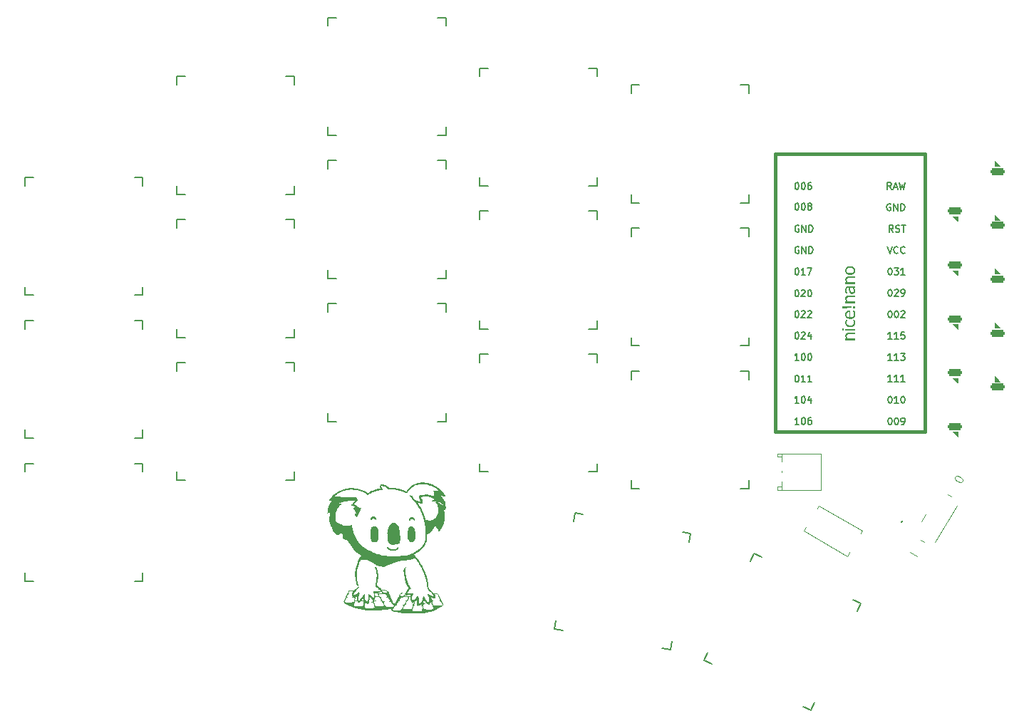
<source format=gto>
G04 #@! TF.GenerationSoftware,KiCad,Pcbnew,7.0.6*
G04 #@! TF.CreationDate,2024-09-20T23:29:42+02:00*
G04 #@! TF.ProjectId,KoalaKeeb_v0.2_left,4b6f616c-614b-4656-9562-5f76302e325f,rev?*
G04 #@! TF.SameCoordinates,Original*
G04 #@! TF.FileFunction,Legend,Top*
G04 #@! TF.FilePolarity,Positive*
%FSLAX46Y46*%
G04 Gerber Fmt 4.6, Leading zero omitted, Abs format (unit mm)*
G04 Created by KiCad (PCBNEW 7.0.6) date 2024-09-20 23:29:42*
%MOMM*%
%LPD*%
G01*
G04 APERTURE LIST*
G04 Aperture macros list*
%AMRoundRect*
0 Rectangle with rounded corners*
0 $1 Rounding radius*
0 $2 $3 $4 $5 $6 $7 $8 $9 X,Y pos of 4 corners*
0 Add a 4 corners polygon primitive as box body*
4,1,4,$2,$3,$4,$5,$6,$7,$8,$9,$2,$3,0*
0 Add four circle primitives for the rounded corners*
1,1,$1+$1,$2,$3*
1,1,$1+$1,$4,$5*
1,1,$1+$1,$6,$7*
1,1,$1+$1,$8,$9*
0 Add four rect primitives between the rounded corners*
20,1,$1+$1,$2,$3,$4,$5,0*
20,1,$1+$1,$4,$5,$6,$7,0*
20,1,$1+$1,$6,$7,$8,$9,0*
20,1,$1+$1,$8,$9,$2,$3,0*%
%AMRotRect*
0 Rectangle, with rotation*
0 The origin of the aperture is its center*
0 $1 length*
0 $2 width*
0 $3 Rotation angle, in degrees counterclockwise*
0 Add horizontal line*
21,1,$1,$2,0,0,$3*%
G04 Aperture macros list end*
%ADD10C,0.100000*%
%ADD11C,0.150000*%
%ADD12C,0.300000*%
%ADD13C,0.200000*%
%ADD14C,0.381000*%
%ADD15C,1.752600*%
%ADD16R,1.700000X0.820000*%
%ADD17RoundRect,0.205000X-0.645000X-0.205000X0.645000X-0.205000X0.645000X0.205000X-0.645000X0.205000X0*%
%ADD18C,1.701800*%
%ADD19C,3.000000*%
%ADD20C,3.429000*%
%ADD21C,0.990600*%
%ADD22C,2.500000*%
%ADD23C,0.850000*%
%ADD24RotRect,0.500000X1.000000X59.000000*%
%ADD25RotRect,0.500000X0.800000X149.000000*%
%ADD26C,1.000000*%
%ADD27RoundRect,0.205000X0.645000X0.205000X-0.645000X0.205000X-0.645000X-0.205000X0.645000X-0.205000X0*%
G04 APERTURE END LIST*
D10*
X268990547Y-87048341D02*
X268133380Y-86533303D01*
X273479720Y-77635498D02*
X273528772Y-77553863D01*
X273528772Y-77553863D02*
X273618640Y-77496753D01*
X273618640Y-77496753D02*
X273683984Y-77480462D01*
X273683984Y-77480462D02*
X273790144Y-77488695D01*
X273790144Y-77488695D02*
X273977940Y-77545980D01*
X273977940Y-77545980D02*
X274182027Y-77668608D01*
X274182027Y-77668608D02*
X274320771Y-77807528D01*
X274320771Y-77807528D02*
X274377881Y-77897397D01*
X274377881Y-77897397D02*
X274394173Y-77962740D01*
X274394173Y-77962740D02*
X274385939Y-78068901D01*
X274385939Y-78068901D02*
X274336888Y-78150536D01*
X274336888Y-78150536D02*
X274247019Y-78207645D01*
X274247019Y-78207645D02*
X274181676Y-78223937D01*
X274181676Y-78223937D02*
X274075515Y-78215703D01*
X274075515Y-78215703D02*
X273887720Y-78158418D01*
X273887720Y-78158418D02*
X273683632Y-78035790D01*
X273683632Y-78035790D02*
X273544888Y-77896870D01*
X273544888Y-77896870D02*
X273487779Y-77807001D01*
X273487779Y-77807001D02*
X273471487Y-77741658D01*
X273471487Y-77741658D02*
X273479720Y-77635498D01*
D11*
X265740000Y-70572295D02*
X265816190Y-70572295D01*
X265816190Y-70572295D02*
X265892381Y-70610390D01*
X265892381Y-70610390D02*
X265930476Y-70648485D01*
X265930476Y-70648485D02*
X265968571Y-70724676D01*
X265968571Y-70724676D02*
X266006666Y-70877057D01*
X266006666Y-70877057D02*
X266006666Y-71067533D01*
X266006666Y-71067533D02*
X265968571Y-71219914D01*
X265968571Y-71219914D02*
X265930476Y-71296104D01*
X265930476Y-71296104D02*
X265892381Y-71334200D01*
X265892381Y-71334200D02*
X265816190Y-71372295D01*
X265816190Y-71372295D02*
X265740000Y-71372295D01*
X265740000Y-71372295D02*
X265663809Y-71334200D01*
X265663809Y-71334200D02*
X265625714Y-71296104D01*
X265625714Y-71296104D02*
X265587619Y-71219914D01*
X265587619Y-71219914D02*
X265549523Y-71067533D01*
X265549523Y-71067533D02*
X265549523Y-70877057D01*
X265549523Y-70877057D02*
X265587619Y-70724676D01*
X265587619Y-70724676D02*
X265625714Y-70648485D01*
X265625714Y-70648485D02*
X265663809Y-70610390D01*
X265663809Y-70610390D02*
X265740000Y-70572295D01*
X266501905Y-70572295D02*
X266578095Y-70572295D01*
X266578095Y-70572295D02*
X266654286Y-70610390D01*
X266654286Y-70610390D02*
X266692381Y-70648485D01*
X266692381Y-70648485D02*
X266730476Y-70724676D01*
X266730476Y-70724676D02*
X266768571Y-70877057D01*
X266768571Y-70877057D02*
X266768571Y-71067533D01*
X266768571Y-71067533D02*
X266730476Y-71219914D01*
X266730476Y-71219914D02*
X266692381Y-71296104D01*
X266692381Y-71296104D02*
X266654286Y-71334200D01*
X266654286Y-71334200D02*
X266578095Y-71372295D01*
X266578095Y-71372295D02*
X266501905Y-71372295D01*
X266501905Y-71372295D02*
X266425714Y-71334200D01*
X266425714Y-71334200D02*
X266387619Y-71296104D01*
X266387619Y-71296104D02*
X266349524Y-71219914D01*
X266349524Y-71219914D02*
X266311428Y-71067533D01*
X266311428Y-71067533D02*
X266311428Y-70877057D01*
X266311428Y-70877057D02*
X266349524Y-70724676D01*
X266349524Y-70724676D02*
X266387619Y-70648485D01*
X266387619Y-70648485D02*
X266425714Y-70610390D01*
X266425714Y-70610390D02*
X266501905Y-70572295D01*
X267149524Y-71372295D02*
X267301905Y-71372295D01*
X267301905Y-71372295D02*
X267378095Y-71334200D01*
X267378095Y-71334200D02*
X267416191Y-71296104D01*
X267416191Y-71296104D02*
X267492381Y-71181819D01*
X267492381Y-71181819D02*
X267530476Y-71029438D01*
X267530476Y-71029438D02*
X267530476Y-70724676D01*
X267530476Y-70724676D02*
X267492381Y-70648485D01*
X267492381Y-70648485D02*
X267454286Y-70610390D01*
X267454286Y-70610390D02*
X267378095Y-70572295D01*
X267378095Y-70572295D02*
X267225714Y-70572295D01*
X267225714Y-70572295D02*
X267149524Y-70610390D01*
X267149524Y-70610390D02*
X267111429Y-70648485D01*
X267111429Y-70648485D02*
X267073333Y-70724676D01*
X267073333Y-70724676D02*
X267073333Y-70915152D01*
X267073333Y-70915152D02*
X267111429Y-70991342D01*
X267111429Y-70991342D02*
X267149524Y-71029438D01*
X267149524Y-71029438D02*
X267225714Y-71067533D01*
X267225714Y-71067533D02*
X267378095Y-71067533D01*
X267378095Y-71067533D02*
X267454286Y-71029438D01*
X267454286Y-71029438D02*
X267492381Y-70991342D01*
X267492381Y-70991342D02*
X267530476Y-70915152D01*
X254662810Y-42592295D02*
X254739000Y-42592295D01*
X254739000Y-42592295D02*
X254815191Y-42630390D01*
X254815191Y-42630390D02*
X254853286Y-42668485D01*
X254853286Y-42668485D02*
X254891381Y-42744676D01*
X254891381Y-42744676D02*
X254929476Y-42897057D01*
X254929476Y-42897057D02*
X254929476Y-43087533D01*
X254929476Y-43087533D02*
X254891381Y-43239914D01*
X254891381Y-43239914D02*
X254853286Y-43316104D01*
X254853286Y-43316104D02*
X254815191Y-43354200D01*
X254815191Y-43354200D02*
X254739000Y-43392295D01*
X254739000Y-43392295D02*
X254662810Y-43392295D01*
X254662810Y-43392295D02*
X254586619Y-43354200D01*
X254586619Y-43354200D02*
X254548524Y-43316104D01*
X254548524Y-43316104D02*
X254510429Y-43239914D01*
X254510429Y-43239914D02*
X254472333Y-43087533D01*
X254472333Y-43087533D02*
X254472333Y-42897057D01*
X254472333Y-42897057D02*
X254510429Y-42744676D01*
X254510429Y-42744676D02*
X254548524Y-42668485D01*
X254548524Y-42668485D02*
X254586619Y-42630390D01*
X254586619Y-42630390D02*
X254662810Y-42592295D01*
X255424715Y-42592295D02*
X255500905Y-42592295D01*
X255500905Y-42592295D02*
X255577096Y-42630390D01*
X255577096Y-42630390D02*
X255615191Y-42668485D01*
X255615191Y-42668485D02*
X255653286Y-42744676D01*
X255653286Y-42744676D02*
X255691381Y-42897057D01*
X255691381Y-42897057D02*
X255691381Y-43087533D01*
X255691381Y-43087533D02*
X255653286Y-43239914D01*
X255653286Y-43239914D02*
X255615191Y-43316104D01*
X255615191Y-43316104D02*
X255577096Y-43354200D01*
X255577096Y-43354200D02*
X255500905Y-43392295D01*
X255500905Y-43392295D02*
X255424715Y-43392295D01*
X255424715Y-43392295D02*
X255348524Y-43354200D01*
X255348524Y-43354200D02*
X255310429Y-43316104D01*
X255310429Y-43316104D02*
X255272334Y-43239914D01*
X255272334Y-43239914D02*
X255234238Y-43087533D01*
X255234238Y-43087533D02*
X255234238Y-42897057D01*
X255234238Y-42897057D02*
X255272334Y-42744676D01*
X255272334Y-42744676D02*
X255310429Y-42668485D01*
X255310429Y-42668485D02*
X255348524Y-42630390D01*
X255348524Y-42630390D02*
X255424715Y-42592295D01*
X256377096Y-42592295D02*
X256224715Y-42592295D01*
X256224715Y-42592295D02*
X256148524Y-42630390D01*
X256148524Y-42630390D02*
X256110429Y-42668485D01*
X256110429Y-42668485D02*
X256034239Y-42782771D01*
X256034239Y-42782771D02*
X255996143Y-42935152D01*
X255996143Y-42935152D02*
X255996143Y-43239914D01*
X255996143Y-43239914D02*
X256034239Y-43316104D01*
X256034239Y-43316104D02*
X256072334Y-43354200D01*
X256072334Y-43354200D02*
X256148524Y-43392295D01*
X256148524Y-43392295D02*
X256300905Y-43392295D01*
X256300905Y-43392295D02*
X256377096Y-43354200D01*
X256377096Y-43354200D02*
X256415191Y-43316104D01*
X256415191Y-43316104D02*
X256453286Y-43239914D01*
X256453286Y-43239914D02*
X256453286Y-43049438D01*
X256453286Y-43049438D02*
X256415191Y-42973247D01*
X256415191Y-42973247D02*
X256377096Y-42935152D01*
X256377096Y-42935152D02*
X256300905Y-42897057D01*
X256300905Y-42897057D02*
X256148524Y-42897057D01*
X256148524Y-42897057D02*
X256072334Y-42935152D01*
X256072334Y-42935152D02*
X256034239Y-42973247D01*
X256034239Y-42973247D02*
X255996143Y-43049438D01*
X254936666Y-71342295D02*
X254479523Y-71342295D01*
X254708095Y-71342295D02*
X254708095Y-70542295D01*
X254708095Y-70542295D02*
X254631904Y-70656580D01*
X254631904Y-70656580D02*
X254555714Y-70732771D01*
X254555714Y-70732771D02*
X254479523Y-70770866D01*
X255431905Y-70542295D02*
X255508095Y-70542295D01*
X255508095Y-70542295D02*
X255584286Y-70580390D01*
X255584286Y-70580390D02*
X255622381Y-70618485D01*
X255622381Y-70618485D02*
X255660476Y-70694676D01*
X255660476Y-70694676D02*
X255698571Y-70847057D01*
X255698571Y-70847057D02*
X255698571Y-71037533D01*
X255698571Y-71037533D02*
X255660476Y-71189914D01*
X255660476Y-71189914D02*
X255622381Y-71266104D01*
X255622381Y-71266104D02*
X255584286Y-71304200D01*
X255584286Y-71304200D02*
X255508095Y-71342295D01*
X255508095Y-71342295D02*
X255431905Y-71342295D01*
X255431905Y-71342295D02*
X255355714Y-71304200D01*
X255355714Y-71304200D02*
X255317619Y-71266104D01*
X255317619Y-71266104D02*
X255279524Y-71189914D01*
X255279524Y-71189914D02*
X255241428Y-71037533D01*
X255241428Y-71037533D02*
X255241428Y-70847057D01*
X255241428Y-70847057D02*
X255279524Y-70694676D01*
X255279524Y-70694676D02*
X255317619Y-70618485D01*
X255317619Y-70618485D02*
X255355714Y-70580390D01*
X255355714Y-70580390D02*
X255431905Y-70542295D01*
X256384286Y-70542295D02*
X256231905Y-70542295D01*
X256231905Y-70542295D02*
X256155714Y-70580390D01*
X256155714Y-70580390D02*
X256117619Y-70618485D01*
X256117619Y-70618485D02*
X256041429Y-70732771D01*
X256041429Y-70732771D02*
X256003333Y-70885152D01*
X256003333Y-70885152D02*
X256003333Y-71189914D01*
X256003333Y-71189914D02*
X256041429Y-71266104D01*
X256041429Y-71266104D02*
X256079524Y-71304200D01*
X256079524Y-71304200D02*
X256155714Y-71342295D01*
X256155714Y-71342295D02*
X256308095Y-71342295D01*
X256308095Y-71342295D02*
X256384286Y-71304200D01*
X256384286Y-71304200D02*
X256422381Y-71266104D01*
X256422381Y-71266104D02*
X256460476Y-71189914D01*
X256460476Y-71189914D02*
X256460476Y-70999438D01*
X256460476Y-70999438D02*
X256422381Y-70923247D01*
X256422381Y-70923247D02*
X256384286Y-70885152D01*
X256384286Y-70885152D02*
X256308095Y-70847057D01*
X256308095Y-70847057D02*
X256155714Y-70847057D01*
X256155714Y-70847057D02*
X256079524Y-70885152D01*
X256079524Y-70885152D02*
X256041429Y-70923247D01*
X256041429Y-70923247D02*
X256003333Y-70999438D01*
X265845143Y-45170390D02*
X265768953Y-45132295D01*
X265768953Y-45132295D02*
X265654667Y-45132295D01*
X265654667Y-45132295D02*
X265540381Y-45170390D01*
X265540381Y-45170390D02*
X265464191Y-45246580D01*
X265464191Y-45246580D02*
X265426096Y-45322771D01*
X265426096Y-45322771D02*
X265388000Y-45475152D01*
X265388000Y-45475152D02*
X265388000Y-45589438D01*
X265388000Y-45589438D02*
X265426096Y-45741819D01*
X265426096Y-45741819D02*
X265464191Y-45818009D01*
X265464191Y-45818009D02*
X265540381Y-45894200D01*
X265540381Y-45894200D02*
X265654667Y-45932295D01*
X265654667Y-45932295D02*
X265730858Y-45932295D01*
X265730858Y-45932295D02*
X265845143Y-45894200D01*
X265845143Y-45894200D02*
X265883239Y-45856104D01*
X265883239Y-45856104D02*
X265883239Y-45589438D01*
X265883239Y-45589438D02*
X265730858Y-45589438D01*
X266226096Y-45932295D02*
X266226096Y-45132295D01*
X266226096Y-45132295D02*
X266683239Y-45932295D01*
X266683239Y-45932295D02*
X266683239Y-45132295D01*
X267064191Y-45932295D02*
X267064191Y-45132295D01*
X267064191Y-45132295D02*
X267254667Y-45132295D01*
X267254667Y-45132295D02*
X267368953Y-45170390D01*
X267368953Y-45170390D02*
X267445143Y-45246580D01*
X267445143Y-45246580D02*
X267483238Y-45322771D01*
X267483238Y-45322771D02*
X267521334Y-45475152D01*
X267521334Y-45475152D02*
X267521334Y-45589438D01*
X267521334Y-45589438D02*
X267483238Y-45741819D01*
X267483238Y-45741819D02*
X267445143Y-45818009D01*
X267445143Y-45818009D02*
X267368953Y-45894200D01*
X267368953Y-45894200D02*
X267254667Y-45932295D01*
X267254667Y-45932295D02*
X267064191Y-45932295D01*
X254929476Y-63712295D02*
X254472333Y-63712295D01*
X254700905Y-63712295D02*
X254700905Y-62912295D01*
X254700905Y-62912295D02*
X254624714Y-63026580D01*
X254624714Y-63026580D02*
X254548524Y-63102771D01*
X254548524Y-63102771D02*
X254472333Y-63140866D01*
X255424715Y-62912295D02*
X255500905Y-62912295D01*
X255500905Y-62912295D02*
X255577096Y-62950390D01*
X255577096Y-62950390D02*
X255615191Y-62988485D01*
X255615191Y-62988485D02*
X255653286Y-63064676D01*
X255653286Y-63064676D02*
X255691381Y-63217057D01*
X255691381Y-63217057D02*
X255691381Y-63407533D01*
X255691381Y-63407533D02*
X255653286Y-63559914D01*
X255653286Y-63559914D02*
X255615191Y-63636104D01*
X255615191Y-63636104D02*
X255577096Y-63674200D01*
X255577096Y-63674200D02*
X255500905Y-63712295D01*
X255500905Y-63712295D02*
X255424715Y-63712295D01*
X255424715Y-63712295D02*
X255348524Y-63674200D01*
X255348524Y-63674200D02*
X255310429Y-63636104D01*
X255310429Y-63636104D02*
X255272334Y-63559914D01*
X255272334Y-63559914D02*
X255234238Y-63407533D01*
X255234238Y-63407533D02*
X255234238Y-63217057D01*
X255234238Y-63217057D02*
X255272334Y-63064676D01*
X255272334Y-63064676D02*
X255310429Y-62988485D01*
X255310429Y-62988485D02*
X255348524Y-62950390D01*
X255348524Y-62950390D02*
X255424715Y-62912295D01*
X256186620Y-62912295D02*
X256262810Y-62912295D01*
X256262810Y-62912295D02*
X256339001Y-62950390D01*
X256339001Y-62950390D02*
X256377096Y-62988485D01*
X256377096Y-62988485D02*
X256415191Y-63064676D01*
X256415191Y-63064676D02*
X256453286Y-63217057D01*
X256453286Y-63217057D02*
X256453286Y-63407533D01*
X256453286Y-63407533D02*
X256415191Y-63559914D01*
X256415191Y-63559914D02*
X256377096Y-63636104D01*
X256377096Y-63636104D02*
X256339001Y-63674200D01*
X256339001Y-63674200D02*
X256262810Y-63712295D01*
X256262810Y-63712295D02*
X256186620Y-63712295D01*
X256186620Y-63712295D02*
X256110429Y-63674200D01*
X256110429Y-63674200D02*
X256072334Y-63636104D01*
X256072334Y-63636104D02*
X256034239Y-63559914D01*
X256034239Y-63559914D02*
X255996143Y-63407533D01*
X255996143Y-63407533D02*
X255996143Y-63217057D01*
X255996143Y-63217057D02*
X256034239Y-63064676D01*
X256034239Y-63064676D02*
X256072334Y-62988485D01*
X256072334Y-62988485D02*
X256110429Y-62950390D01*
X256110429Y-62950390D02*
X256186620Y-62912295D01*
X265737191Y-52752295D02*
X265813381Y-52752295D01*
X265813381Y-52752295D02*
X265889572Y-52790390D01*
X265889572Y-52790390D02*
X265927667Y-52828485D01*
X265927667Y-52828485D02*
X265965762Y-52904676D01*
X265965762Y-52904676D02*
X266003857Y-53057057D01*
X266003857Y-53057057D02*
X266003857Y-53247533D01*
X266003857Y-53247533D02*
X265965762Y-53399914D01*
X265965762Y-53399914D02*
X265927667Y-53476104D01*
X265927667Y-53476104D02*
X265889572Y-53514200D01*
X265889572Y-53514200D02*
X265813381Y-53552295D01*
X265813381Y-53552295D02*
X265737191Y-53552295D01*
X265737191Y-53552295D02*
X265661000Y-53514200D01*
X265661000Y-53514200D02*
X265622905Y-53476104D01*
X265622905Y-53476104D02*
X265584810Y-53399914D01*
X265584810Y-53399914D02*
X265546714Y-53247533D01*
X265546714Y-53247533D02*
X265546714Y-53057057D01*
X265546714Y-53057057D02*
X265584810Y-52904676D01*
X265584810Y-52904676D02*
X265622905Y-52828485D01*
X265622905Y-52828485D02*
X265661000Y-52790390D01*
X265661000Y-52790390D02*
X265737191Y-52752295D01*
X266270524Y-52752295D02*
X266765762Y-52752295D01*
X266765762Y-52752295D02*
X266499096Y-53057057D01*
X266499096Y-53057057D02*
X266613381Y-53057057D01*
X266613381Y-53057057D02*
X266689572Y-53095152D01*
X266689572Y-53095152D02*
X266727667Y-53133247D01*
X266727667Y-53133247D02*
X266765762Y-53209438D01*
X266765762Y-53209438D02*
X266765762Y-53399914D01*
X266765762Y-53399914D02*
X266727667Y-53476104D01*
X266727667Y-53476104D02*
X266689572Y-53514200D01*
X266689572Y-53514200D02*
X266613381Y-53552295D01*
X266613381Y-53552295D02*
X266384810Y-53552295D01*
X266384810Y-53552295D02*
X266308619Y-53514200D01*
X266308619Y-53514200D02*
X266270524Y-53476104D01*
X267527667Y-53552295D02*
X267070524Y-53552295D01*
X267299096Y-53552295D02*
X267299096Y-52752295D01*
X267299096Y-52752295D02*
X267222905Y-52866580D01*
X267222905Y-52866580D02*
X267146715Y-52942771D01*
X267146715Y-52942771D02*
X267070524Y-52980866D01*
X265737191Y-55292295D02*
X265813381Y-55292295D01*
X265813381Y-55292295D02*
X265889572Y-55330390D01*
X265889572Y-55330390D02*
X265927667Y-55368485D01*
X265927667Y-55368485D02*
X265965762Y-55444676D01*
X265965762Y-55444676D02*
X266003857Y-55597057D01*
X266003857Y-55597057D02*
X266003857Y-55787533D01*
X266003857Y-55787533D02*
X265965762Y-55939914D01*
X265965762Y-55939914D02*
X265927667Y-56016104D01*
X265927667Y-56016104D02*
X265889572Y-56054200D01*
X265889572Y-56054200D02*
X265813381Y-56092295D01*
X265813381Y-56092295D02*
X265737191Y-56092295D01*
X265737191Y-56092295D02*
X265661000Y-56054200D01*
X265661000Y-56054200D02*
X265622905Y-56016104D01*
X265622905Y-56016104D02*
X265584810Y-55939914D01*
X265584810Y-55939914D02*
X265546714Y-55787533D01*
X265546714Y-55787533D02*
X265546714Y-55597057D01*
X265546714Y-55597057D02*
X265584810Y-55444676D01*
X265584810Y-55444676D02*
X265622905Y-55368485D01*
X265622905Y-55368485D02*
X265661000Y-55330390D01*
X265661000Y-55330390D02*
X265737191Y-55292295D01*
X266308619Y-55368485D02*
X266346715Y-55330390D01*
X266346715Y-55330390D02*
X266422905Y-55292295D01*
X266422905Y-55292295D02*
X266613381Y-55292295D01*
X266613381Y-55292295D02*
X266689572Y-55330390D01*
X266689572Y-55330390D02*
X266727667Y-55368485D01*
X266727667Y-55368485D02*
X266765762Y-55444676D01*
X266765762Y-55444676D02*
X266765762Y-55520866D01*
X266765762Y-55520866D02*
X266727667Y-55635152D01*
X266727667Y-55635152D02*
X266270524Y-56092295D01*
X266270524Y-56092295D02*
X266765762Y-56092295D01*
X267146715Y-56092295D02*
X267299096Y-56092295D01*
X267299096Y-56092295D02*
X267375286Y-56054200D01*
X267375286Y-56054200D02*
X267413382Y-56016104D01*
X267413382Y-56016104D02*
X267489572Y-55901819D01*
X267489572Y-55901819D02*
X267527667Y-55749438D01*
X267527667Y-55749438D02*
X267527667Y-55444676D01*
X267527667Y-55444676D02*
X267489572Y-55368485D01*
X267489572Y-55368485D02*
X267451477Y-55330390D01*
X267451477Y-55330390D02*
X267375286Y-55292295D01*
X267375286Y-55292295D02*
X267222905Y-55292295D01*
X267222905Y-55292295D02*
X267146715Y-55330390D01*
X267146715Y-55330390D02*
X267108620Y-55368485D01*
X267108620Y-55368485D02*
X267070524Y-55444676D01*
X267070524Y-55444676D02*
X267070524Y-55635152D01*
X267070524Y-55635152D02*
X267108620Y-55711342D01*
X267108620Y-55711342D02*
X267146715Y-55749438D01*
X267146715Y-55749438D02*
X267222905Y-55787533D01*
X267222905Y-55787533D02*
X267375286Y-55787533D01*
X267375286Y-55787533D02*
X267451477Y-55749438D01*
X267451477Y-55749438D02*
X267489572Y-55711342D01*
X267489572Y-55711342D02*
X267527667Y-55635152D01*
X265737191Y-57832295D02*
X265813381Y-57832295D01*
X265813381Y-57832295D02*
X265889572Y-57870390D01*
X265889572Y-57870390D02*
X265927667Y-57908485D01*
X265927667Y-57908485D02*
X265965762Y-57984676D01*
X265965762Y-57984676D02*
X266003857Y-58137057D01*
X266003857Y-58137057D02*
X266003857Y-58327533D01*
X266003857Y-58327533D02*
X265965762Y-58479914D01*
X265965762Y-58479914D02*
X265927667Y-58556104D01*
X265927667Y-58556104D02*
X265889572Y-58594200D01*
X265889572Y-58594200D02*
X265813381Y-58632295D01*
X265813381Y-58632295D02*
X265737191Y-58632295D01*
X265737191Y-58632295D02*
X265661000Y-58594200D01*
X265661000Y-58594200D02*
X265622905Y-58556104D01*
X265622905Y-58556104D02*
X265584810Y-58479914D01*
X265584810Y-58479914D02*
X265546714Y-58327533D01*
X265546714Y-58327533D02*
X265546714Y-58137057D01*
X265546714Y-58137057D02*
X265584810Y-57984676D01*
X265584810Y-57984676D02*
X265622905Y-57908485D01*
X265622905Y-57908485D02*
X265661000Y-57870390D01*
X265661000Y-57870390D02*
X265737191Y-57832295D01*
X266499096Y-57832295D02*
X266575286Y-57832295D01*
X266575286Y-57832295D02*
X266651477Y-57870390D01*
X266651477Y-57870390D02*
X266689572Y-57908485D01*
X266689572Y-57908485D02*
X266727667Y-57984676D01*
X266727667Y-57984676D02*
X266765762Y-58137057D01*
X266765762Y-58137057D02*
X266765762Y-58327533D01*
X266765762Y-58327533D02*
X266727667Y-58479914D01*
X266727667Y-58479914D02*
X266689572Y-58556104D01*
X266689572Y-58556104D02*
X266651477Y-58594200D01*
X266651477Y-58594200D02*
X266575286Y-58632295D01*
X266575286Y-58632295D02*
X266499096Y-58632295D01*
X266499096Y-58632295D02*
X266422905Y-58594200D01*
X266422905Y-58594200D02*
X266384810Y-58556104D01*
X266384810Y-58556104D02*
X266346715Y-58479914D01*
X266346715Y-58479914D02*
X266308619Y-58327533D01*
X266308619Y-58327533D02*
X266308619Y-58137057D01*
X266308619Y-58137057D02*
X266346715Y-57984676D01*
X266346715Y-57984676D02*
X266384810Y-57908485D01*
X266384810Y-57908485D02*
X266422905Y-57870390D01*
X266422905Y-57870390D02*
X266499096Y-57832295D01*
X267070524Y-57908485D02*
X267108620Y-57870390D01*
X267108620Y-57870390D02*
X267184810Y-57832295D01*
X267184810Y-57832295D02*
X267375286Y-57832295D01*
X267375286Y-57832295D02*
X267451477Y-57870390D01*
X267451477Y-57870390D02*
X267489572Y-57908485D01*
X267489572Y-57908485D02*
X267527667Y-57984676D01*
X267527667Y-57984676D02*
X267527667Y-58060866D01*
X267527667Y-58060866D02*
X267489572Y-58175152D01*
X267489572Y-58175152D02*
X267032429Y-58632295D01*
X267032429Y-58632295D02*
X267527667Y-58632295D01*
X266149905Y-48472295D02*
X265883238Y-48091342D01*
X265692762Y-48472295D02*
X265692762Y-47672295D01*
X265692762Y-47672295D02*
X265997524Y-47672295D01*
X265997524Y-47672295D02*
X266073714Y-47710390D01*
X266073714Y-47710390D02*
X266111809Y-47748485D01*
X266111809Y-47748485D02*
X266149905Y-47824676D01*
X266149905Y-47824676D02*
X266149905Y-47938961D01*
X266149905Y-47938961D02*
X266111809Y-48015152D01*
X266111809Y-48015152D02*
X266073714Y-48053247D01*
X266073714Y-48053247D02*
X265997524Y-48091342D01*
X265997524Y-48091342D02*
X265692762Y-48091342D01*
X266454666Y-48434200D02*
X266568952Y-48472295D01*
X266568952Y-48472295D02*
X266759428Y-48472295D01*
X266759428Y-48472295D02*
X266835619Y-48434200D01*
X266835619Y-48434200D02*
X266873714Y-48396104D01*
X266873714Y-48396104D02*
X266911809Y-48319914D01*
X266911809Y-48319914D02*
X266911809Y-48243723D01*
X266911809Y-48243723D02*
X266873714Y-48167533D01*
X266873714Y-48167533D02*
X266835619Y-48129438D01*
X266835619Y-48129438D02*
X266759428Y-48091342D01*
X266759428Y-48091342D02*
X266607047Y-48053247D01*
X266607047Y-48053247D02*
X266530857Y-48015152D01*
X266530857Y-48015152D02*
X266492762Y-47977057D01*
X266492762Y-47977057D02*
X266454666Y-47900866D01*
X266454666Y-47900866D02*
X266454666Y-47824676D01*
X266454666Y-47824676D02*
X266492762Y-47748485D01*
X266492762Y-47748485D02*
X266530857Y-47710390D01*
X266530857Y-47710390D02*
X266607047Y-47672295D01*
X266607047Y-47672295D02*
X266797524Y-47672295D01*
X266797524Y-47672295D02*
X266911809Y-47710390D01*
X267140381Y-47672295D02*
X267597524Y-47672295D01*
X267368952Y-48472295D02*
X267368952Y-47672295D01*
X254662810Y-57862295D02*
X254739000Y-57862295D01*
X254739000Y-57862295D02*
X254815191Y-57900390D01*
X254815191Y-57900390D02*
X254853286Y-57938485D01*
X254853286Y-57938485D02*
X254891381Y-58014676D01*
X254891381Y-58014676D02*
X254929476Y-58167057D01*
X254929476Y-58167057D02*
X254929476Y-58357533D01*
X254929476Y-58357533D02*
X254891381Y-58509914D01*
X254891381Y-58509914D02*
X254853286Y-58586104D01*
X254853286Y-58586104D02*
X254815191Y-58624200D01*
X254815191Y-58624200D02*
X254739000Y-58662295D01*
X254739000Y-58662295D02*
X254662810Y-58662295D01*
X254662810Y-58662295D02*
X254586619Y-58624200D01*
X254586619Y-58624200D02*
X254548524Y-58586104D01*
X254548524Y-58586104D02*
X254510429Y-58509914D01*
X254510429Y-58509914D02*
X254472333Y-58357533D01*
X254472333Y-58357533D02*
X254472333Y-58167057D01*
X254472333Y-58167057D02*
X254510429Y-58014676D01*
X254510429Y-58014676D02*
X254548524Y-57938485D01*
X254548524Y-57938485D02*
X254586619Y-57900390D01*
X254586619Y-57900390D02*
X254662810Y-57862295D01*
X255234238Y-57938485D02*
X255272334Y-57900390D01*
X255272334Y-57900390D02*
X255348524Y-57862295D01*
X255348524Y-57862295D02*
X255539000Y-57862295D01*
X255539000Y-57862295D02*
X255615191Y-57900390D01*
X255615191Y-57900390D02*
X255653286Y-57938485D01*
X255653286Y-57938485D02*
X255691381Y-58014676D01*
X255691381Y-58014676D02*
X255691381Y-58090866D01*
X255691381Y-58090866D02*
X255653286Y-58205152D01*
X255653286Y-58205152D02*
X255196143Y-58662295D01*
X255196143Y-58662295D02*
X255691381Y-58662295D01*
X255996143Y-57938485D02*
X256034239Y-57900390D01*
X256034239Y-57900390D02*
X256110429Y-57862295D01*
X256110429Y-57862295D02*
X256300905Y-57862295D01*
X256300905Y-57862295D02*
X256377096Y-57900390D01*
X256377096Y-57900390D02*
X256415191Y-57938485D01*
X256415191Y-57938485D02*
X256453286Y-58014676D01*
X256453286Y-58014676D02*
X256453286Y-58090866D01*
X256453286Y-58090866D02*
X256415191Y-58205152D01*
X256415191Y-58205152D02*
X255958048Y-58662295D01*
X255958048Y-58662295D02*
X256453286Y-58662295D01*
X254929476Y-50250390D02*
X254853286Y-50212295D01*
X254853286Y-50212295D02*
X254739000Y-50212295D01*
X254739000Y-50212295D02*
X254624714Y-50250390D01*
X254624714Y-50250390D02*
X254548524Y-50326580D01*
X254548524Y-50326580D02*
X254510429Y-50402771D01*
X254510429Y-50402771D02*
X254472333Y-50555152D01*
X254472333Y-50555152D02*
X254472333Y-50669438D01*
X254472333Y-50669438D02*
X254510429Y-50821819D01*
X254510429Y-50821819D02*
X254548524Y-50898009D01*
X254548524Y-50898009D02*
X254624714Y-50974200D01*
X254624714Y-50974200D02*
X254739000Y-51012295D01*
X254739000Y-51012295D02*
X254815191Y-51012295D01*
X254815191Y-51012295D02*
X254929476Y-50974200D01*
X254929476Y-50974200D02*
X254967572Y-50936104D01*
X254967572Y-50936104D02*
X254967572Y-50669438D01*
X254967572Y-50669438D02*
X254815191Y-50669438D01*
X255310429Y-51012295D02*
X255310429Y-50212295D01*
X255310429Y-50212295D02*
X255767572Y-51012295D01*
X255767572Y-51012295D02*
X255767572Y-50212295D01*
X256148524Y-51012295D02*
X256148524Y-50212295D01*
X256148524Y-50212295D02*
X256339000Y-50212295D01*
X256339000Y-50212295D02*
X256453286Y-50250390D01*
X256453286Y-50250390D02*
X256529476Y-50326580D01*
X256529476Y-50326580D02*
X256567571Y-50402771D01*
X256567571Y-50402771D02*
X256605667Y-50555152D01*
X256605667Y-50555152D02*
X256605667Y-50669438D01*
X256605667Y-50669438D02*
X256567571Y-50821819D01*
X256567571Y-50821819D02*
X256529476Y-50898009D01*
X256529476Y-50898009D02*
X256453286Y-50974200D01*
X256453286Y-50974200D02*
X256339000Y-51012295D01*
X256339000Y-51012295D02*
X256148524Y-51012295D01*
X266003857Y-66252295D02*
X265546714Y-66252295D01*
X265775286Y-66252295D02*
X265775286Y-65452295D01*
X265775286Y-65452295D02*
X265699095Y-65566580D01*
X265699095Y-65566580D02*
X265622905Y-65642771D01*
X265622905Y-65642771D02*
X265546714Y-65680866D01*
X266765762Y-66252295D02*
X266308619Y-66252295D01*
X266537191Y-66252295D02*
X266537191Y-65452295D01*
X266537191Y-65452295D02*
X266461000Y-65566580D01*
X266461000Y-65566580D02*
X266384810Y-65642771D01*
X266384810Y-65642771D02*
X266308619Y-65680866D01*
X267527667Y-66252295D02*
X267070524Y-66252295D01*
X267299096Y-66252295D02*
X267299096Y-65452295D01*
X267299096Y-65452295D02*
X267222905Y-65566580D01*
X267222905Y-65566580D02*
X267146715Y-65642771D01*
X267146715Y-65642771D02*
X267070524Y-65680866D01*
X254670000Y-65502295D02*
X254746190Y-65502295D01*
X254746190Y-65502295D02*
X254822381Y-65540390D01*
X254822381Y-65540390D02*
X254860476Y-65578485D01*
X254860476Y-65578485D02*
X254898571Y-65654676D01*
X254898571Y-65654676D02*
X254936666Y-65807057D01*
X254936666Y-65807057D02*
X254936666Y-65997533D01*
X254936666Y-65997533D02*
X254898571Y-66149914D01*
X254898571Y-66149914D02*
X254860476Y-66226104D01*
X254860476Y-66226104D02*
X254822381Y-66264200D01*
X254822381Y-66264200D02*
X254746190Y-66302295D01*
X254746190Y-66302295D02*
X254670000Y-66302295D01*
X254670000Y-66302295D02*
X254593809Y-66264200D01*
X254593809Y-66264200D02*
X254555714Y-66226104D01*
X254555714Y-66226104D02*
X254517619Y-66149914D01*
X254517619Y-66149914D02*
X254479523Y-65997533D01*
X254479523Y-65997533D02*
X254479523Y-65807057D01*
X254479523Y-65807057D02*
X254517619Y-65654676D01*
X254517619Y-65654676D02*
X254555714Y-65578485D01*
X254555714Y-65578485D02*
X254593809Y-65540390D01*
X254593809Y-65540390D02*
X254670000Y-65502295D01*
X255698571Y-66302295D02*
X255241428Y-66302295D01*
X255470000Y-66302295D02*
X255470000Y-65502295D01*
X255470000Y-65502295D02*
X255393809Y-65616580D01*
X255393809Y-65616580D02*
X255317619Y-65692771D01*
X255317619Y-65692771D02*
X255241428Y-65730866D01*
X256460476Y-66302295D02*
X256003333Y-66302295D01*
X256231905Y-66302295D02*
X256231905Y-65502295D01*
X256231905Y-65502295D02*
X256155714Y-65616580D01*
X256155714Y-65616580D02*
X256079524Y-65692771D01*
X256079524Y-65692771D02*
X256003333Y-65730866D01*
X254662810Y-52762295D02*
X254739000Y-52762295D01*
X254739000Y-52762295D02*
X254815191Y-52800390D01*
X254815191Y-52800390D02*
X254853286Y-52838485D01*
X254853286Y-52838485D02*
X254891381Y-52914676D01*
X254891381Y-52914676D02*
X254929476Y-53067057D01*
X254929476Y-53067057D02*
X254929476Y-53257533D01*
X254929476Y-53257533D02*
X254891381Y-53409914D01*
X254891381Y-53409914D02*
X254853286Y-53486104D01*
X254853286Y-53486104D02*
X254815191Y-53524200D01*
X254815191Y-53524200D02*
X254739000Y-53562295D01*
X254739000Y-53562295D02*
X254662810Y-53562295D01*
X254662810Y-53562295D02*
X254586619Y-53524200D01*
X254586619Y-53524200D02*
X254548524Y-53486104D01*
X254548524Y-53486104D02*
X254510429Y-53409914D01*
X254510429Y-53409914D02*
X254472333Y-53257533D01*
X254472333Y-53257533D02*
X254472333Y-53067057D01*
X254472333Y-53067057D02*
X254510429Y-52914676D01*
X254510429Y-52914676D02*
X254548524Y-52838485D01*
X254548524Y-52838485D02*
X254586619Y-52800390D01*
X254586619Y-52800390D02*
X254662810Y-52762295D01*
X255691381Y-53562295D02*
X255234238Y-53562295D01*
X255462810Y-53562295D02*
X255462810Y-52762295D01*
X255462810Y-52762295D02*
X255386619Y-52876580D01*
X255386619Y-52876580D02*
X255310429Y-52952771D01*
X255310429Y-52952771D02*
X255234238Y-52990866D01*
X255958048Y-52762295D02*
X256491382Y-52762295D01*
X256491382Y-52762295D02*
X256148524Y-53562295D01*
X266003857Y-63712295D02*
X265546714Y-63712295D01*
X265775286Y-63712295D02*
X265775286Y-62912295D01*
X265775286Y-62912295D02*
X265699095Y-63026580D01*
X265699095Y-63026580D02*
X265622905Y-63102771D01*
X265622905Y-63102771D02*
X265546714Y-63140866D01*
X266765762Y-63712295D02*
X266308619Y-63712295D01*
X266537191Y-63712295D02*
X266537191Y-62912295D01*
X266537191Y-62912295D02*
X266461000Y-63026580D01*
X266461000Y-63026580D02*
X266384810Y-63102771D01*
X266384810Y-63102771D02*
X266308619Y-63140866D01*
X267032429Y-62912295D02*
X267527667Y-62912295D01*
X267527667Y-62912295D02*
X267261001Y-63217057D01*
X267261001Y-63217057D02*
X267375286Y-63217057D01*
X267375286Y-63217057D02*
X267451477Y-63255152D01*
X267451477Y-63255152D02*
X267489572Y-63293247D01*
X267489572Y-63293247D02*
X267527667Y-63369438D01*
X267527667Y-63369438D02*
X267527667Y-63559914D01*
X267527667Y-63559914D02*
X267489572Y-63636104D01*
X267489572Y-63636104D02*
X267451477Y-63674200D01*
X267451477Y-63674200D02*
X267375286Y-63712295D01*
X267375286Y-63712295D02*
X267146715Y-63712295D01*
X267146715Y-63712295D02*
X267070524Y-63674200D01*
X267070524Y-63674200D02*
X267032429Y-63636104D01*
X265470524Y-50212295D02*
X265737191Y-51012295D01*
X265737191Y-51012295D02*
X266003857Y-50212295D01*
X266727667Y-50936104D02*
X266689571Y-50974200D01*
X266689571Y-50974200D02*
X266575286Y-51012295D01*
X266575286Y-51012295D02*
X266499095Y-51012295D01*
X266499095Y-51012295D02*
X266384809Y-50974200D01*
X266384809Y-50974200D02*
X266308619Y-50898009D01*
X266308619Y-50898009D02*
X266270524Y-50821819D01*
X266270524Y-50821819D02*
X266232428Y-50669438D01*
X266232428Y-50669438D02*
X266232428Y-50555152D01*
X266232428Y-50555152D02*
X266270524Y-50402771D01*
X266270524Y-50402771D02*
X266308619Y-50326580D01*
X266308619Y-50326580D02*
X266384809Y-50250390D01*
X266384809Y-50250390D02*
X266499095Y-50212295D01*
X266499095Y-50212295D02*
X266575286Y-50212295D01*
X266575286Y-50212295D02*
X266689571Y-50250390D01*
X266689571Y-50250390D02*
X266727667Y-50288485D01*
X267527667Y-50936104D02*
X267489571Y-50974200D01*
X267489571Y-50974200D02*
X267375286Y-51012295D01*
X267375286Y-51012295D02*
X267299095Y-51012295D01*
X267299095Y-51012295D02*
X267184809Y-50974200D01*
X267184809Y-50974200D02*
X267108619Y-50898009D01*
X267108619Y-50898009D02*
X267070524Y-50821819D01*
X267070524Y-50821819D02*
X267032428Y-50669438D01*
X267032428Y-50669438D02*
X267032428Y-50555152D01*
X267032428Y-50555152D02*
X267070524Y-50402771D01*
X267070524Y-50402771D02*
X267108619Y-50326580D01*
X267108619Y-50326580D02*
X267184809Y-50250390D01*
X267184809Y-50250390D02*
X267299095Y-50212295D01*
X267299095Y-50212295D02*
X267375286Y-50212295D01*
X267375286Y-50212295D02*
X267489571Y-50250390D01*
X267489571Y-50250390D02*
X267527667Y-50288485D01*
D12*
G36*
X261622500Y-60457013D02*
G01*
X261622500Y-60650819D01*
X260972203Y-60650819D01*
X260957530Y-60650887D01*
X260938268Y-60651187D01*
X260919348Y-60651728D01*
X260900773Y-60652510D01*
X260882540Y-60653532D01*
X260864651Y-60654794D01*
X260847106Y-60656297D01*
X260829904Y-60658040D01*
X260825657Y-60658513D01*
X260809051Y-60660654D01*
X260793303Y-60663230D01*
X260778413Y-60666241D01*
X260761009Y-60670617D01*
X260744947Y-60675672D01*
X260730226Y-60681407D01*
X260716847Y-60687822D01*
X260703883Y-60695711D01*
X260692010Y-60704495D01*
X260679203Y-60716215D01*
X260667967Y-60729224D01*
X260658303Y-60743521D01*
X260652733Y-60753768D01*
X260646717Y-60767694D01*
X260641721Y-60783141D01*
X260637744Y-60800109D01*
X260635297Y-60814778D01*
X260633502Y-60830420D01*
X260632360Y-60847035D01*
X260631871Y-60864623D01*
X260631851Y-60869172D01*
X260632452Y-60887290D01*
X260634255Y-60905557D01*
X260637260Y-60923972D01*
X260641468Y-60942537D01*
X260646877Y-60961250D01*
X260651723Y-60975383D01*
X260657246Y-60989599D01*
X260663444Y-61003899D01*
X260670319Y-61018283D01*
X260677669Y-61032611D01*
X260685431Y-61046881D01*
X260693606Y-61061093D01*
X260702192Y-61075247D01*
X260711191Y-61089343D01*
X260720602Y-61103381D01*
X260730425Y-61117361D01*
X260740661Y-61131283D01*
X260751308Y-61145147D01*
X260762368Y-61158954D01*
X260769970Y-61168126D01*
X261622500Y-61168126D01*
X261622500Y-61361566D01*
X260473581Y-61361566D01*
X260473581Y-61168126D01*
X260608403Y-61168126D01*
X260594362Y-61151868D01*
X260580952Y-61135655D01*
X260568173Y-61119488D01*
X260556025Y-61103365D01*
X260544508Y-61087288D01*
X260533622Y-61071255D01*
X260523367Y-61055268D01*
X260513744Y-61039326D01*
X260504751Y-61023429D01*
X260496390Y-61007577D01*
X260491167Y-60997034D01*
X260483834Y-60981085D01*
X260477222Y-60964975D01*
X260471331Y-60948705D01*
X260466162Y-60932273D01*
X260461714Y-60915680D01*
X260457988Y-60898927D01*
X260454982Y-60882012D01*
X260452698Y-60864936D01*
X260451136Y-60847700D01*
X260450294Y-60830302D01*
X260450134Y-60818614D01*
X260450567Y-60797656D01*
X260451868Y-60777278D01*
X260454036Y-60757481D01*
X260457072Y-60738266D01*
X260460974Y-60719631D01*
X260465744Y-60701578D01*
X260471382Y-60684105D01*
X260477886Y-60667214D01*
X260485258Y-60650904D01*
X260493496Y-60635174D01*
X260502603Y-60620026D01*
X260512576Y-60605459D01*
X260523417Y-60591473D01*
X260535125Y-60578067D01*
X260547700Y-60565243D01*
X260561142Y-60553000D01*
X260575362Y-60541377D01*
X260590360Y-60530503D01*
X260606136Y-60520379D01*
X260622691Y-60511006D01*
X260640025Y-60502382D01*
X260658137Y-60494508D01*
X260677028Y-60487384D01*
X260696697Y-60481009D01*
X260717145Y-60475385D01*
X260738371Y-60470511D01*
X260760376Y-60466386D01*
X260783159Y-60463012D01*
X260806721Y-60460387D01*
X260831061Y-60458512D01*
X260856180Y-60457388D01*
X260882077Y-60457013D01*
X261622500Y-60457013D01*
G37*
G36*
X261622500Y-59992829D02*
G01*
X261622500Y-60186636D01*
X260473581Y-60186636D01*
X260473581Y-59992829D01*
X261622500Y-59992829D01*
G37*
G36*
X260297726Y-59979640D02*
G01*
X260297726Y-60200191D01*
X260098424Y-60200191D01*
X260098424Y-59979640D01*
X260297726Y-59979640D01*
G37*
G36*
X261645947Y-59254239D02*
G01*
X261645805Y-59268955D01*
X261645061Y-59290745D01*
X261643680Y-59312193D01*
X261641661Y-59333300D01*
X261639004Y-59354066D01*
X261635710Y-59374490D01*
X261631779Y-59394573D01*
X261627210Y-59414315D01*
X261622003Y-59433716D01*
X261616159Y-59452775D01*
X261609677Y-59471493D01*
X261602544Y-59489795D01*
X261594749Y-59507608D01*
X261586290Y-59524932D01*
X261577168Y-59541766D01*
X261567382Y-59558111D01*
X261556933Y-59573966D01*
X261545821Y-59589332D01*
X261534045Y-59604208D01*
X261521607Y-59618595D01*
X261508504Y-59632493D01*
X261499401Y-59641486D01*
X261485256Y-59654532D01*
X261470434Y-59667018D01*
X261454936Y-59678944D01*
X261438762Y-59690309D01*
X261421912Y-59701115D01*
X261404385Y-59711360D01*
X261386183Y-59721044D01*
X261367304Y-59730169D01*
X261347749Y-59738733D01*
X261327518Y-59746737D01*
X261313654Y-59751761D01*
X261299488Y-59756508D01*
X261285015Y-59760949D01*
X261270236Y-59765084D01*
X261255151Y-59768912D01*
X261239759Y-59772434D01*
X261224061Y-59775649D01*
X261208057Y-59778559D01*
X261191747Y-59781162D01*
X261175130Y-59783459D01*
X261158207Y-59785450D01*
X261140978Y-59787134D01*
X261123443Y-59788512D01*
X261105601Y-59789584D01*
X261087453Y-59790350D01*
X261068999Y-59790809D01*
X261050239Y-59790962D01*
X261031577Y-59790804D01*
X261013236Y-59790327D01*
X260995215Y-59789533D01*
X260977515Y-59788421D01*
X260960136Y-59786991D01*
X260943077Y-59785244D01*
X260926339Y-59783179D01*
X260909921Y-59780796D01*
X260893824Y-59778095D01*
X260878047Y-59775077D01*
X260862591Y-59771741D01*
X260847456Y-59768087D01*
X260832641Y-59764116D01*
X260818147Y-59759827D01*
X260803973Y-59755220D01*
X260790120Y-59750296D01*
X260769886Y-59742429D01*
X260750265Y-59734080D01*
X260731255Y-59725248D01*
X260712857Y-59715932D01*
X260695071Y-59706134D01*
X260677896Y-59695852D01*
X260661334Y-59685088D01*
X260645383Y-59673840D01*
X260630044Y-59662110D01*
X260615317Y-59649896D01*
X260605839Y-59641486D01*
X260592128Y-59628481D01*
X260579023Y-59614884D01*
X260566522Y-59600695D01*
X260554628Y-59585913D01*
X260543338Y-59570538D01*
X260532655Y-59554572D01*
X260522576Y-59538012D01*
X260513103Y-59520860D01*
X260504235Y-59503116D01*
X260495972Y-59484779D01*
X260490800Y-59472225D01*
X260483533Y-59453065D01*
X260476980Y-59433641D01*
X260471142Y-59413953D01*
X260466019Y-59394001D01*
X260461611Y-59373785D01*
X260457918Y-59353304D01*
X260454939Y-59332560D01*
X260452675Y-59311552D01*
X260451127Y-59290279D01*
X260450293Y-59268743D01*
X260450134Y-59254239D01*
X260450369Y-59236508D01*
X260451074Y-59218900D01*
X260452249Y-59201415D01*
X260453895Y-59184051D01*
X260456010Y-59166810D01*
X260458596Y-59149692D01*
X260461652Y-59132696D01*
X260465178Y-59115822D01*
X260469174Y-59099070D01*
X260473640Y-59082441D01*
X260476878Y-59071423D01*
X260481967Y-59055039D01*
X260487204Y-59038995D01*
X260492589Y-59023294D01*
X260498122Y-59007933D01*
X260503803Y-58992914D01*
X260509632Y-58978236D01*
X260515610Y-58963900D01*
X260521735Y-58949904D01*
X260528009Y-58936251D01*
X260534431Y-58922938D01*
X260538794Y-58914253D01*
X260754949Y-58914253D01*
X260754949Y-58925610D01*
X260744886Y-58938107D01*
X260735309Y-58950821D01*
X260726441Y-58963185D01*
X260717117Y-58976707D01*
X260715748Y-58978733D01*
X260707342Y-58991325D01*
X260698884Y-59004922D01*
X260690374Y-59019524D01*
X260683244Y-59032459D01*
X260676078Y-59046092D01*
X260670319Y-59057501D01*
X260662943Y-59072991D01*
X260657072Y-59086687D01*
X260651451Y-59101098D01*
X260646081Y-59116225D01*
X260640961Y-59132068D01*
X260636092Y-59148626D01*
X260635148Y-59152023D01*
X260630820Y-59168984D01*
X260627227Y-59185747D01*
X260624366Y-59202314D01*
X260622239Y-59218684D01*
X260620846Y-59234858D01*
X260620186Y-59250834D01*
X260620127Y-59257170D01*
X260620566Y-59275760D01*
X260621884Y-59293886D01*
X260624081Y-59311549D01*
X260627156Y-59328748D01*
X260631111Y-59345483D01*
X260635943Y-59361755D01*
X260641655Y-59377563D01*
X260648245Y-59392908D01*
X260655714Y-59407788D01*
X260664062Y-59422205D01*
X260673288Y-59436159D01*
X260683393Y-59449648D01*
X260694377Y-59462674D01*
X260706240Y-59475236D01*
X260718981Y-59487335D01*
X260732601Y-59498970D01*
X260746979Y-59510017D01*
X260762087Y-59520351D01*
X260777925Y-59529972D01*
X260794493Y-59538881D01*
X260811791Y-59547077D01*
X260829819Y-59554560D01*
X260848576Y-59561331D01*
X260868064Y-59567389D01*
X260888281Y-59572734D01*
X260909228Y-59577366D01*
X260930905Y-59581286D01*
X260953312Y-59584493D01*
X260976449Y-59586988D01*
X261000316Y-59588769D01*
X261024912Y-59589838D01*
X261050239Y-59590195D01*
X261075034Y-59589851D01*
X261099137Y-59588821D01*
X261122547Y-59587104D01*
X261145264Y-59584699D01*
X261167289Y-59581608D01*
X261188621Y-59577830D01*
X261209261Y-59573365D01*
X261229207Y-59568213D01*
X261248462Y-59562374D01*
X261267023Y-59555848D01*
X261284892Y-59548635D01*
X261302068Y-59540736D01*
X261318552Y-59532149D01*
X261334343Y-59522875D01*
X261349441Y-59512915D01*
X261363846Y-59502267D01*
X261377422Y-59490963D01*
X261390122Y-59479123D01*
X261401945Y-59466749D01*
X261412893Y-59453839D01*
X261422965Y-59440393D01*
X261432162Y-59426413D01*
X261440482Y-59411897D01*
X261447927Y-59396846D01*
X261454496Y-59381260D01*
X261460189Y-59365138D01*
X261465006Y-59348482D01*
X261468947Y-59331290D01*
X261472013Y-59313563D01*
X261474202Y-59295300D01*
X261475516Y-59276502D01*
X261475954Y-59257170D01*
X261475622Y-59239462D01*
X261474627Y-59221921D01*
X261472969Y-59204548D01*
X261470647Y-59187343D01*
X261467662Y-59170305D01*
X261464014Y-59153434D01*
X261459702Y-59136731D01*
X261454728Y-59120195D01*
X261449089Y-59103827D01*
X261442788Y-59087626D01*
X261438218Y-59076918D01*
X261430953Y-59061084D01*
X261423308Y-59045590D01*
X261415282Y-59030438D01*
X261406877Y-59015627D01*
X261398092Y-59001157D01*
X261388927Y-58987029D01*
X261379381Y-58973242D01*
X261369456Y-58959796D01*
X261359151Y-58946692D01*
X261348466Y-58933929D01*
X261341132Y-58925610D01*
X261341132Y-58914253D01*
X261555455Y-58914253D01*
X261562416Y-58929480D01*
X261569108Y-58944344D01*
X261575290Y-58958228D01*
X261581885Y-58973169D01*
X261587695Y-58986426D01*
X261594504Y-59002342D01*
X261600644Y-59017665D01*
X261606113Y-59032395D01*
X261610913Y-59046533D01*
X261615667Y-59062278D01*
X261616271Y-59064462D01*
X261620575Y-59079668D01*
X261624557Y-59094372D01*
X261628218Y-59108576D01*
X261632185Y-59124959D01*
X261635688Y-59140621D01*
X261638253Y-59153122D01*
X261640868Y-59168621D01*
X261642941Y-59185717D01*
X261644256Y-59201184D01*
X261645195Y-59217760D01*
X261645759Y-59235445D01*
X261645939Y-59250391D01*
X261645947Y-59254239D01*
G37*
G36*
X261059764Y-58625558D02*
G01*
X261084671Y-58625164D01*
X261108834Y-58623983D01*
X261132253Y-58622016D01*
X261154927Y-58619261D01*
X261176857Y-58615719D01*
X261198044Y-58611390D01*
X261218486Y-58606273D01*
X261238183Y-58600370D01*
X261257137Y-58593680D01*
X261275346Y-58586202D01*
X261292812Y-58577937D01*
X261309533Y-58568886D01*
X261325510Y-58559047D01*
X261340742Y-58548421D01*
X261355231Y-58537008D01*
X261368975Y-58524807D01*
X261381930Y-58511866D01*
X261394048Y-58498320D01*
X261405331Y-58484171D01*
X261415778Y-58469418D01*
X261425390Y-58454060D01*
X261434165Y-58438099D01*
X261442105Y-58421534D01*
X261449209Y-58404365D01*
X261455477Y-58386592D01*
X261460910Y-58368215D01*
X261465507Y-58349235D01*
X261469268Y-58329650D01*
X261472193Y-58309461D01*
X261474282Y-58288668D01*
X261475536Y-58267272D01*
X261475954Y-58245271D01*
X261475736Y-58229375D01*
X261475084Y-58213558D01*
X261473996Y-58197822D01*
X261472473Y-58182165D01*
X261470516Y-58166589D01*
X261468123Y-58151093D01*
X261465295Y-58135677D01*
X261462032Y-58120341D01*
X261458426Y-58105143D01*
X261454567Y-58090322D01*
X261450457Y-58075880D01*
X261446095Y-58061815D01*
X261440288Y-58044765D01*
X261434088Y-58028305D01*
X261427494Y-58012436D01*
X261426128Y-58009333D01*
X261418960Y-57993364D01*
X261411882Y-57978199D01*
X261404892Y-57963840D01*
X261397993Y-57950285D01*
X261389831Y-57935083D01*
X261381798Y-57921039D01*
X261373783Y-57907876D01*
X261364659Y-57893625D01*
X261355781Y-57880567D01*
X261347148Y-57868701D01*
X261341132Y-57860955D01*
X261341132Y-57849598D01*
X261549227Y-57849598D01*
X261555473Y-57865293D01*
X261561329Y-57880002D01*
X261567649Y-57895871D01*
X261573269Y-57909979D01*
X261579212Y-57924893D01*
X261582932Y-57934228D01*
X261588909Y-57949672D01*
X261594474Y-57964632D01*
X261599628Y-57979110D01*
X261604370Y-57993104D01*
X261609518Y-58009260D01*
X261614073Y-58024720D01*
X261618703Y-58042198D01*
X261622975Y-58059138D01*
X261626889Y-58075543D01*
X261630445Y-58091410D01*
X261633644Y-58106741D01*
X261636484Y-58121535D01*
X261637520Y-58127302D01*
X261639948Y-58142204D01*
X261641964Y-58158286D01*
X261643569Y-58175549D01*
X261644556Y-58190209D01*
X261645280Y-58205625D01*
X261645741Y-58221796D01*
X261645939Y-58238723D01*
X261645947Y-58243073D01*
X261645797Y-58260149D01*
X261645349Y-58276985D01*
X261644601Y-58293580D01*
X261643554Y-58309935D01*
X261642208Y-58326049D01*
X261640563Y-58341923D01*
X261638619Y-58357556D01*
X261636376Y-58372949D01*
X261633833Y-58388102D01*
X261630992Y-58403014D01*
X261627851Y-58417686D01*
X261624411Y-58432117D01*
X261620673Y-58446308D01*
X261612298Y-58473969D01*
X261602727Y-58500667D01*
X261591959Y-58526405D01*
X261579995Y-58551180D01*
X261566834Y-58574994D01*
X261552477Y-58597846D01*
X261536924Y-58619736D01*
X261520174Y-58640664D01*
X261502228Y-58660631D01*
X261492807Y-58670254D01*
X261473116Y-58688665D01*
X261452421Y-58705889D01*
X261430721Y-58721924D01*
X261408016Y-58736772D01*
X261384307Y-58750432D01*
X261359593Y-58762904D01*
X261333875Y-58774188D01*
X261307151Y-58784285D01*
X261279424Y-58793194D01*
X261265183Y-58797202D01*
X261250691Y-58800914D01*
X261235948Y-58804329D01*
X261220954Y-58807447D01*
X261205709Y-58810269D01*
X261190213Y-58812793D01*
X261174465Y-58815020D01*
X261158466Y-58816950D01*
X261142216Y-58818583D01*
X261125715Y-58819920D01*
X261108963Y-58820959D01*
X261091960Y-58821701D01*
X261074705Y-58822147D01*
X261057199Y-58822295D01*
X261039931Y-58822151D01*
X261022884Y-58821720D01*
X261006059Y-58821001D01*
X260989456Y-58819994D01*
X260973075Y-58818700D01*
X260956916Y-58817117D01*
X260940978Y-58815248D01*
X260925262Y-58813090D01*
X260909769Y-58810645D01*
X260894496Y-58807913D01*
X260879446Y-58804892D01*
X260864618Y-58801584D01*
X260850011Y-58797989D01*
X260835626Y-58794105D01*
X260821463Y-58789934D01*
X260793803Y-58780729D01*
X260767030Y-58770374D01*
X260741144Y-58758868D01*
X260716145Y-58746211D01*
X260692034Y-58732404D01*
X260668810Y-58717446D01*
X260646473Y-58701337D01*
X260625023Y-58684078D01*
X260614631Y-58675017D01*
X260594712Y-58656252D01*
X260576077Y-58636778D01*
X260558728Y-58616593D01*
X260542664Y-58595699D01*
X260527885Y-58574095D01*
X260514391Y-58551781D01*
X260502182Y-58528757D01*
X260491258Y-58505024D01*
X260481620Y-58480580D01*
X260473266Y-58455427D01*
X260466198Y-58429564D01*
X260460415Y-58402991D01*
X260455917Y-58375709D01*
X260452704Y-58347716D01*
X260450776Y-58319014D01*
X260450382Y-58300959D01*
X260608403Y-58300959D01*
X260608752Y-58319924D01*
X260609800Y-58338168D01*
X260611546Y-58355690D01*
X260613990Y-58372491D01*
X260617133Y-58388571D01*
X260620974Y-58403930D01*
X260625514Y-58418568D01*
X260630751Y-58432484D01*
X260638113Y-58449081D01*
X260646458Y-58465213D01*
X260655787Y-58480880D01*
X260663959Y-58493079D01*
X260672760Y-58504980D01*
X260682191Y-58516584D01*
X260692252Y-58527889D01*
X260694865Y-58530669D01*
X260705822Y-58541156D01*
X260717076Y-58551002D01*
X260728628Y-58560207D01*
X260743486Y-58570812D01*
X260758810Y-58580415D01*
X260774599Y-58589016D01*
X260790853Y-58596615D01*
X260807654Y-58603311D01*
X260821713Y-58608088D01*
X260836322Y-58612350D01*
X260851480Y-58616096D01*
X260867188Y-58619328D01*
X260883445Y-58622044D01*
X260900252Y-58624245D01*
X260913218Y-58625558D01*
X260913218Y-58016660D01*
X260894860Y-58017347D01*
X260877154Y-58018492D01*
X260860101Y-58020095D01*
X260843701Y-58022156D01*
X260827953Y-58024674D01*
X260812857Y-58027651D01*
X260798415Y-58031086D01*
X260784624Y-58034978D01*
X260768092Y-58040488D01*
X260752381Y-58046714D01*
X260737494Y-58053654D01*
X260723430Y-58061311D01*
X260710189Y-58069683D01*
X260697770Y-58078770D01*
X260693033Y-58082606D01*
X260680579Y-58093613D01*
X260669091Y-58105568D01*
X260658569Y-58118471D01*
X260649012Y-58132323D01*
X260640422Y-58147122D01*
X260632798Y-58162870D01*
X260630019Y-58169434D01*
X260623792Y-58186652D01*
X260619570Y-58201315D01*
X260616024Y-58216768D01*
X260613153Y-58233012D01*
X260610957Y-58250045D01*
X260609438Y-58267868D01*
X260608593Y-58286481D01*
X260608403Y-58300959D01*
X260450382Y-58300959D01*
X260450134Y-58289602D01*
X260450398Y-58269693D01*
X260451190Y-58250223D01*
X260452510Y-58231191D01*
X260454358Y-58212596D01*
X260456735Y-58194440D01*
X260459639Y-58176721D01*
X260463072Y-58159441D01*
X260467032Y-58142598D01*
X260471521Y-58126193D01*
X260476538Y-58110226D01*
X260480176Y-58099825D01*
X260486108Y-58084552D01*
X260492639Y-58069647D01*
X260499769Y-58055109D01*
X260507498Y-58040938D01*
X260515826Y-58027133D01*
X260524753Y-58013696D01*
X260534279Y-58000626D01*
X260544404Y-57987923D01*
X260555128Y-57975588D01*
X260566450Y-57963619D01*
X260574331Y-57955844D01*
X260586604Y-57944489D01*
X260599379Y-57933643D01*
X260612656Y-57923306D01*
X260626435Y-57913477D01*
X260640717Y-57904157D01*
X260655501Y-57895346D01*
X260670787Y-57887044D01*
X260686576Y-57879251D01*
X260702867Y-57871966D01*
X260719661Y-57865190D01*
X260731135Y-57860955D01*
X260748813Y-57855063D01*
X260767225Y-57849750D01*
X260786371Y-57845016D01*
X260806251Y-57840863D01*
X260826866Y-57837288D01*
X260848214Y-57834294D01*
X260862855Y-57832619D01*
X260877821Y-57831203D01*
X260893114Y-57830043D01*
X260908733Y-57829142D01*
X260924679Y-57828498D01*
X260940950Y-57828111D01*
X260957548Y-57827983D01*
X261059764Y-57827983D01*
X261059764Y-58625558D01*
G37*
G36*
X260098424Y-57312508D02*
G01*
X261200448Y-57341084D01*
X261200448Y-57512177D01*
X260098424Y-57543318D01*
X260098424Y-57312508D01*
G37*
G36*
X261622500Y-57322766D02*
G01*
X261622500Y-57533059D01*
X261411474Y-57533059D01*
X261411474Y-57322766D01*
X261622500Y-57322766D01*
G37*
G36*
X261622500Y-56037194D02*
G01*
X261622500Y-56231001D01*
X260972203Y-56231001D01*
X260957530Y-56231068D01*
X260938268Y-56231369D01*
X260919348Y-56231910D01*
X260900773Y-56232691D01*
X260882540Y-56233713D01*
X260864651Y-56234975D01*
X260847106Y-56236478D01*
X260829904Y-56238221D01*
X260825657Y-56238694D01*
X260809051Y-56240835D01*
X260793303Y-56243411D01*
X260778413Y-56246422D01*
X260761009Y-56250798D01*
X260744947Y-56255853D01*
X260730226Y-56261589D01*
X260716847Y-56268004D01*
X260703883Y-56275893D01*
X260692010Y-56284676D01*
X260679203Y-56296397D01*
X260667967Y-56309406D01*
X260658303Y-56323702D01*
X260652733Y-56333949D01*
X260646717Y-56347876D01*
X260641721Y-56363323D01*
X260637744Y-56380290D01*
X260635297Y-56394959D01*
X260633502Y-56410601D01*
X260632360Y-56427216D01*
X260631871Y-56444805D01*
X260631851Y-56449354D01*
X260632452Y-56467472D01*
X260634255Y-56485738D01*
X260637260Y-56504154D01*
X260641468Y-56522718D01*
X260646877Y-56541431D01*
X260651723Y-56555564D01*
X260657246Y-56569780D01*
X260663444Y-56584080D01*
X260670319Y-56598464D01*
X260677669Y-56612792D01*
X260685431Y-56627062D01*
X260693606Y-56641274D01*
X260702192Y-56655428D01*
X260711191Y-56669524D01*
X260720602Y-56683562D01*
X260730425Y-56697542D01*
X260740661Y-56711465D01*
X260751308Y-56725329D01*
X260762368Y-56739135D01*
X260769970Y-56748307D01*
X261622500Y-56748307D01*
X261622500Y-56941747D01*
X260473581Y-56941747D01*
X260473581Y-56748307D01*
X260608403Y-56748307D01*
X260594362Y-56732049D01*
X260580952Y-56715837D01*
X260568173Y-56699669D01*
X260556025Y-56683546D01*
X260544508Y-56667469D01*
X260533622Y-56651437D01*
X260523367Y-56635449D01*
X260513744Y-56619507D01*
X260504751Y-56603610D01*
X260496390Y-56587758D01*
X260491167Y-56577215D01*
X260483834Y-56561266D01*
X260477222Y-56545157D01*
X260471331Y-56528886D01*
X260466162Y-56512454D01*
X260461714Y-56495862D01*
X260457988Y-56479108D01*
X260454982Y-56462193D01*
X260452698Y-56445118D01*
X260451136Y-56427881D01*
X260450294Y-56410483D01*
X260450134Y-56398796D01*
X260450567Y-56377837D01*
X260451868Y-56357459D01*
X260454036Y-56337663D01*
X260457072Y-56318447D01*
X260460974Y-56299813D01*
X260465744Y-56281759D01*
X260471382Y-56264287D01*
X260477886Y-56247396D01*
X260485258Y-56231085D01*
X260493496Y-56215356D01*
X260502603Y-56200208D01*
X260512576Y-56185640D01*
X260523417Y-56171654D01*
X260535125Y-56158249D01*
X260547700Y-56145425D01*
X260561142Y-56133181D01*
X260575362Y-56121558D01*
X260590360Y-56110684D01*
X260606136Y-56100561D01*
X260622691Y-56091187D01*
X260640025Y-56082563D01*
X260658137Y-56074689D01*
X260677028Y-56067565D01*
X260696697Y-56061191D01*
X260717145Y-56055567D01*
X260738371Y-56050692D01*
X260760376Y-56046568D01*
X260783159Y-56043193D01*
X260806721Y-56040569D01*
X260831061Y-56038694D01*
X260856180Y-56037569D01*
X260882077Y-56037194D01*
X261622500Y-56037194D01*
G37*
G36*
X261622500Y-55127878D02*
G01*
X261491341Y-55127878D01*
X261501004Y-55140792D01*
X261510886Y-55153745D01*
X261520418Y-55166076D01*
X261530928Y-55179540D01*
X261540434Y-55191625D01*
X261549958Y-55203927D01*
X261558838Y-55216104D01*
X261568644Y-55230552D01*
X261577523Y-55244818D01*
X261585474Y-55258905D01*
X261590259Y-55268195D01*
X261598313Y-55284249D01*
X261605758Y-55300124D01*
X261612596Y-55315819D01*
X261618824Y-55331336D01*
X261624445Y-55346674D01*
X261629458Y-55361833D01*
X261631292Y-55367847D01*
X261635514Y-55383678D01*
X261639020Y-55401406D01*
X261641310Y-55416954D01*
X261643142Y-55433715D01*
X261644516Y-55451690D01*
X261645432Y-55470878D01*
X261645818Y-55486066D01*
X261645947Y-55501936D01*
X261645540Y-55519596D01*
X261644321Y-55537038D01*
X261642289Y-55554263D01*
X261639444Y-55571270D01*
X261635786Y-55588060D01*
X261631315Y-55604632D01*
X261626031Y-55620987D01*
X261619935Y-55637124D01*
X261613008Y-55652821D01*
X261605418Y-55668036D01*
X261597163Y-55682771D01*
X261588244Y-55697025D01*
X261578662Y-55710798D01*
X261568415Y-55724090D01*
X261557504Y-55736901D01*
X261545929Y-55749232D01*
X261533960Y-55760572D01*
X261521314Y-55771328D01*
X261507993Y-55781500D01*
X261493997Y-55791089D01*
X261479325Y-55800093D01*
X261463978Y-55808514D01*
X261447956Y-55816351D01*
X261431257Y-55823604D01*
X261414101Y-55830130D01*
X261396705Y-55835785D01*
X261379068Y-55840571D01*
X261361190Y-55844486D01*
X261343072Y-55847532D01*
X261324714Y-55849707D01*
X261306115Y-55851012D01*
X261287276Y-55851447D01*
X261265603Y-55851003D01*
X261244549Y-55849670D01*
X261224113Y-55847448D01*
X261204295Y-55844338D01*
X261185095Y-55840338D01*
X261166513Y-55835450D01*
X261148550Y-55829674D01*
X261131205Y-55823008D01*
X261114478Y-55815454D01*
X261098370Y-55807011D01*
X261087974Y-55800889D01*
X261072817Y-55790894D01*
X261058260Y-55779869D01*
X261044301Y-55767813D01*
X261030941Y-55754727D01*
X261018181Y-55740611D01*
X261006019Y-55725464D01*
X260994456Y-55709287D01*
X260983492Y-55692079D01*
X260973126Y-55673841D01*
X260963360Y-55654572D01*
X260957182Y-55641154D01*
X260949246Y-55622710D01*
X260941786Y-55603648D01*
X260934803Y-55583967D01*
X260928296Y-55563668D01*
X260922266Y-55542751D01*
X260918511Y-55528463D01*
X260914968Y-55513900D01*
X260911636Y-55499062D01*
X260908516Y-55483950D01*
X260905608Y-55468562D01*
X260902912Y-55452900D01*
X260900428Y-55436963D01*
X260898155Y-55420752D01*
X260897098Y-55412543D01*
X260895026Y-55395975D01*
X260893022Y-55379244D01*
X260891088Y-55362350D01*
X260889221Y-55345292D01*
X260887424Y-55328072D01*
X260885695Y-55310688D01*
X260884035Y-55293141D01*
X260882444Y-55275431D01*
X260880921Y-55257558D01*
X260879467Y-55239522D01*
X260878082Y-55221322D01*
X260876765Y-55202960D01*
X260875517Y-55184434D01*
X260874338Y-55165745D01*
X260873227Y-55146893D01*
X260872185Y-55127878D01*
X261030455Y-55127878D01*
X261031989Y-55145755D01*
X261033661Y-55164766D01*
X261035004Y-55179768D01*
X261036425Y-55195408D01*
X261037924Y-55211685D01*
X261039499Y-55228599D01*
X261041152Y-55246152D01*
X261042883Y-55264341D01*
X261044690Y-55283169D01*
X261046575Y-55302634D01*
X261048572Y-55322063D01*
X261050718Y-55340784D01*
X261053012Y-55358797D01*
X261055453Y-55376101D01*
X261058043Y-55392697D01*
X261060781Y-55408585D01*
X261063668Y-55423764D01*
X261066702Y-55438234D01*
X261070978Y-55456427D01*
X261075518Y-55473359D01*
X261079920Y-55487619D01*
X261086452Y-55505900D01*
X261093739Y-55523345D01*
X261101782Y-55539954D01*
X261110581Y-55555728D01*
X261120135Y-55570666D01*
X261130444Y-55584768D01*
X261141510Y-55598035D01*
X261144394Y-55601221D01*
X261156599Y-55612984D01*
X261169948Y-55623180D01*
X261184442Y-55631806D01*
X261200081Y-55638864D01*
X261216866Y-55644354D01*
X261234795Y-55648275D01*
X261253868Y-55650628D01*
X261268925Y-55651363D01*
X261274087Y-55651412D01*
X261291336Y-55650923D01*
X261307773Y-55649455D01*
X261323398Y-55647008D01*
X261338212Y-55643581D01*
X261352215Y-55639176D01*
X261369623Y-55631780D01*
X261385588Y-55622644D01*
X261400111Y-55611768D01*
X261413192Y-55599151D01*
X261416236Y-55595725D01*
X261427485Y-55581002D01*
X261437234Y-55564676D01*
X261443561Y-55551379D01*
X261449045Y-55537181D01*
X261453685Y-55522082D01*
X261457481Y-55506080D01*
X261460434Y-55489177D01*
X261462543Y-55471373D01*
X261463808Y-55452667D01*
X261464230Y-55433059D01*
X261463892Y-55416041D01*
X261462878Y-55399331D01*
X261461187Y-55382930D01*
X261458821Y-55366839D01*
X261455778Y-55351057D01*
X261452059Y-55335584D01*
X261447663Y-55320420D01*
X261442592Y-55305565D01*
X261436844Y-55291019D01*
X261430420Y-55276782D01*
X261425762Y-55267463D01*
X261418329Y-55253598D01*
X261410594Y-55239895D01*
X261402555Y-55226353D01*
X261394214Y-55212972D01*
X261385571Y-55199752D01*
X261376625Y-55186692D01*
X261367376Y-55173794D01*
X261357824Y-55161057D01*
X261347970Y-55148481D01*
X261337813Y-55136065D01*
X261330874Y-55127878D01*
X261030455Y-55127878D01*
X260872185Y-55127878D01*
X260834816Y-55127878D01*
X260818107Y-55128204D01*
X260802233Y-55129183D01*
X260787195Y-55130815D01*
X260769572Y-55133772D01*
X260753256Y-55137748D01*
X260738245Y-55142745D01*
X260724541Y-55148761D01*
X260709424Y-55157034D01*
X260695672Y-55166466D01*
X260683286Y-55177058D01*
X260672265Y-55188809D01*
X260662609Y-55201719D01*
X260659694Y-55206280D01*
X260651206Y-55220748D01*
X260643878Y-55236402D01*
X260638656Y-55250352D01*
X260634239Y-55265124D01*
X260630627Y-55280720D01*
X260627821Y-55297138D01*
X260625604Y-55313934D01*
X260623763Y-55330891D01*
X260622298Y-55348009D01*
X260621209Y-55365288D01*
X260620495Y-55382728D01*
X260620157Y-55400328D01*
X260620127Y-55407414D01*
X260620482Y-55424461D01*
X260621547Y-55442264D01*
X260623321Y-55460823D01*
X260625806Y-55480137D01*
X260628135Y-55495119D01*
X260630863Y-55510525D01*
X260633991Y-55526357D01*
X260637518Y-55542614D01*
X260641444Y-55559295D01*
X260642841Y-55564950D01*
X260647212Y-55581921D01*
X260651943Y-55598898D01*
X260657035Y-55615881D01*
X260662488Y-55632871D01*
X260668301Y-55649867D01*
X260674475Y-55666870D01*
X260681009Y-55683879D01*
X260687904Y-55700895D01*
X260695160Y-55717917D01*
X260702776Y-55734945D01*
X260708054Y-55746301D01*
X260708054Y-55757658D01*
X260504356Y-55757658D01*
X260499352Y-55739807D01*
X260495233Y-55723890D01*
X260491012Y-55706519D01*
X260486687Y-55687694D01*
X260483376Y-55672622D01*
X260480006Y-55656731D01*
X260476579Y-55640022D01*
X260473094Y-55622496D01*
X260469551Y-55604151D01*
X260466081Y-55585418D01*
X260462952Y-55566722D01*
X260460165Y-55548066D01*
X260457719Y-55529448D01*
X260455614Y-55510868D01*
X260453850Y-55492327D01*
X260452428Y-55473825D01*
X260451347Y-55455362D01*
X260450608Y-55436937D01*
X260450210Y-55418551D01*
X260450134Y-55406315D01*
X260450207Y-55391623D01*
X260450590Y-55370133D01*
X260451302Y-55349299D01*
X260452342Y-55329123D01*
X260453710Y-55309603D01*
X260455407Y-55290740D01*
X260457432Y-55272535D01*
X260459786Y-55254986D01*
X260462469Y-55238093D01*
X260465479Y-55221858D01*
X260468818Y-55206280D01*
X260472514Y-55191175D01*
X260476731Y-55176360D01*
X260481470Y-55161834D01*
X260486730Y-55147599D01*
X260492512Y-55133653D01*
X260498816Y-55119997D01*
X260505641Y-55106631D01*
X260512988Y-55093554D01*
X260520857Y-55080768D01*
X260529247Y-55068271D01*
X260535130Y-55060101D01*
X260544233Y-55048569D01*
X260557122Y-55034074D01*
X260570869Y-55020588D01*
X260585475Y-55008108D01*
X260600940Y-54996637D01*
X260617263Y-54986172D01*
X260630069Y-54978985D01*
X260643358Y-54972365D01*
X260657130Y-54966311D01*
X260671433Y-54960812D01*
X260686316Y-54955853D01*
X260701778Y-54951435D01*
X260717820Y-54947558D01*
X260734442Y-54944222D01*
X260751643Y-54941427D01*
X260769424Y-54939173D01*
X260787784Y-54937460D01*
X260806724Y-54936288D01*
X260826244Y-54935657D01*
X260839579Y-54935537D01*
X261622500Y-54935537D01*
X261622500Y-55127878D01*
G37*
G36*
X261622500Y-53764270D02*
G01*
X261622500Y-53958077D01*
X260972203Y-53958077D01*
X260957530Y-53958144D01*
X260938268Y-53958445D01*
X260919348Y-53958986D01*
X260900773Y-53959767D01*
X260882540Y-53960789D01*
X260864651Y-53962051D01*
X260847106Y-53963554D01*
X260829904Y-53965297D01*
X260825657Y-53965770D01*
X260809051Y-53967911D01*
X260793303Y-53970487D01*
X260778413Y-53973498D01*
X260761009Y-53977874D01*
X260744947Y-53982929D01*
X260730226Y-53988665D01*
X260716847Y-53995080D01*
X260703883Y-54002969D01*
X260692010Y-54011752D01*
X260679203Y-54023473D01*
X260667967Y-54036482D01*
X260658303Y-54050778D01*
X260652733Y-54061025D01*
X260646717Y-54074952D01*
X260641721Y-54090399D01*
X260637744Y-54107366D01*
X260635297Y-54122035D01*
X260633502Y-54137677D01*
X260632360Y-54154292D01*
X260631871Y-54171881D01*
X260631851Y-54176430D01*
X260632452Y-54194548D01*
X260634255Y-54212814D01*
X260637260Y-54231230D01*
X260641468Y-54249794D01*
X260646877Y-54268508D01*
X260651723Y-54282640D01*
X260657246Y-54296856D01*
X260663444Y-54311156D01*
X260670319Y-54325540D01*
X260677669Y-54339868D01*
X260685431Y-54354138D01*
X260693606Y-54368350D01*
X260702192Y-54382504D01*
X260711191Y-54396600D01*
X260720602Y-54410638D01*
X260730425Y-54424618D01*
X260740661Y-54438541D01*
X260751308Y-54452405D01*
X260762368Y-54466211D01*
X260769970Y-54475383D01*
X261622500Y-54475383D01*
X261622500Y-54668823D01*
X260473581Y-54668823D01*
X260473581Y-54475383D01*
X260608403Y-54475383D01*
X260594362Y-54459125D01*
X260580952Y-54442913D01*
X260568173Y-54426745D01*
X260556025Y-54410623D01*
X260544508Y-54394545D01*
X260533622Y-54378513D01*
X260523367Y-54362525D01*
X260513744Y-54346583D01*
X260504751Y-54330686D01*
X260496390Y-54314834D01*
X260491167Y-54304291D01*
X260483834Y-54288342D01*
X260477222Y-54272233D01*
X260471331Y-54255962D01*
X260466162Y-54239530D01*
X260461714Y-54222938D01*
X260457988Y-54206184D01*
X260454982Y-54189269D01*
X260452698Y-54172194D01*
X260451136Y-54154957D01*
X260450294Y-54137560D01*
X260450134Y-54125872D01*
X260450567Y-54104913D01*
X260451868Y-54084535D01*
X260454036Y-54064739D01*
X260457072Y-54045523D01*
X260460974Y-54026889D01*
X260465744Y-54008835D01*
X260471382Y-53991363D01*
X260477886Y-53974472D01*
X260485258Y-53958161D01*
X260493496Y-53942432D01*
X260502603Y-53927284D01*
X260512576Y-53912716D01*
X260523417Y-53898730D01*
X260535125Y-53885325D01*
X260547700Y-53872501D01*
X260561142Y-53860258D01*
X260575362Y-53848634D01*
X260590360Y-53837760D01*
X260606136Y-53827637D01*
X260622691Y-53818263D01*
X260640025Y-53809639D01*
X260658137Y-53801765D01*
X260677028Y-53794641D01*
X260696697Y-53788267D01*
X260717145Y-53782643D01*
X260738371Y-53777768D01*
X260760376Y-53773644D01*
X260783159Y-53770269D01*
X260806721Y-53767645D01*
X260831061Y-53765770D01*
X260856180Y-53764645D01*
X260882077Y-53764270D01*
X261622500Y-53764270D01*
G37*
G36*
X261066162Y-52551375D02*
G01*
X261083664Y-52551786D01*
X261100910Y-52552471D01*
X261117901Y-52553430D01*
X261134638Y-52554664D01*
X261151120Y-52556171D01*
X261167348Y-52557952D01*
X261183320Y-52560008D01*
X261199038Y-52562337D01*
X261214501Y-52564941D01*
X261229710Y-52567818D01*
X261244663Y-52570970D01*
X261259362Y-52574396D01*
X261273807Y-52578096D01*
X261287996Y-52582069D01*
X261315611Y-52590839D01*
X261342207Y-52600705D01*
X261367783Y-52611668D01*
X261392341Y-52623726D01*
X261415880Y-52636881D01*
X261438400Y-52651132D01*
X261459901Y-52666479D01*
X261480383Y-52682923D01*
X261490242Y-52691556D01*
X261509097Y-52709411D01*
X261526735Y-52727992D01*
X261543157Y-52747296D01*
X261558363Y-52767324D01*
X261572352Y-52788077D01*
X261585125Y-52809553D01*
X261596681Y-52831754D01*
X261607021Y-52854679D01*
X261616144Y-52878328D01*
X261624051Y-52902702D01*
X261630741Y-52927799D01*
X261636215Y-52953620D01*
X261640473Y-52980166D01*
X261643514Y-53007436D01*
X261645339Y-53035430D01*
X261645947Y-53064148D01*
X261645790Y-53079069D01*
X261645319Y-53093789D01*
X261643434Y-53122629D01*
X261640292Y-53150667D01*
X261635895Y-53177904D01*
X261630240Y-53204340D01*
X261623330Y-53229974D01*
X261615162Y-53254806D01*
X261605738Y-53278837D01*
X261595058Y-53302067D01*
X261583121Y-53324496D01*
X261569928Y-53346123D01*
X261555478Y-53366948D01*
X261539771Y-53386972D01*
X261522808Y-53406195D01*
X261504589Y-53424616D01*
X261485113Y-53442236D01*
X261464559Y-53458873D01*
X261443107Y-53474436D01*
X261420756Y-53488926D01*
X261397506Y-53502343D01*
X261373357Y-53514686D01*
X261348310Y-53525956D01*
X261322364Y-53536153D01*
X261295519Y-53545276D01*
X261267776Y-53553326D01*
X261253567Y-53556948D01*
X261239134Y-53560303D01*
X261224475Y-53563388D01*
X261209593Y-53566206D01*
X261194485Y-53568755D01*
X261179153Y-53571036D01*
X261163596Y-53573048D01*
X261147814Y-53574793D01*
X261131808Y-53576268D01*
X261115577Y-53577476D01*
X261099122Y-53578415D01*
X261082441Y-53579086D01*
X261065536Y-53579488D01*
X261048407Y-53579623D01*
X261030785Y-53579484D01*
X261013410Y-53579069D01*
X260996283Y-53578376D01*
X260979404Y-53577407D01*
X260962773Y-53576161D01*
X260946389Y-53574638D01*
X260930252Y-53572838D01*
X260914363Y-53570761D01*
X260898722Y-53568407D01*
X260883328Y-53565777D01*
X260868182Y-53562869D01*
X260853283Y-53559684D01*
X260838632Y-53556223D01*
X260824229Y-53552484D01*
X260810073Y-53548469D01*
X260782504Y-53539608D01*
X260755926Y-53529638D01*
X260730337Y-53518562D01*
X260705739Y-53506377D01*
X260682132Y-53493085D01*
X260659515Y-53478685D01*
X260637888Y-53463178D01*
X260617251Y-53446563D01*
X260607304Y-53437840D01*
X260588272Y-53419765D01*
X260570467Y-53400986D01*
X260553891Y-53381502D01*
X260538542Y-53361315D01*
X260524421Y-53340424D01*
X260511528Y-53318828D01*
X260499863Y-53296529D01*
X260489426Y-53273525D01*
X260480217Y-53249817D01*
X260472236Y-53225406D01*
X260465482Y-53200290D01*
X260459957Y-53174469D01*
X260455659Y-53147945D01*
X260452590Y-53120717D01*
X260450748Y-53092784D01*
X260450134Y-53064148D01*
X260620127Y-53064148D01*
X260620539Y-53082835D01*
X260621775Y-53100979D01*
X260623836Y-53118579D01*
X260626721Y-53135635D01*
X260630431Y-53152147D01*
X260634965Y-53168115D01*
X260640323Y-53183540D01*
X260646505Y-53198420D01*
X260653512Y-53212757D01*
X260661343Y-53226550D01*
X260669998Y-53239800D01*
X260679478Y-53252505D01*
X260689782Y-53264667D01*
X260700910Y-53276284D01*
X260712863Y-53287358D01*
X260725640Y-53297888D01*
X260739265Y-53307782D01*
X260753764Y-53317037D01*
X260769136Y-53325653D01*
X260785380Y-53333632D01*
X260802498Y-53340972D01*
X260820488Y-53347674D01*
X260839352Y-53353737D01*
X260859088Y-53359163D01*
X260879697Y-53363950D01*
X260901180Y-53368099D01*
X260923535Y-53371609D01*
X260946764Y-53374481D01*
X260970865Y-53376715D01*
X260995839Y-53378311D01*
X261021686Y-53379268D01*
X261048407Y-53379588D01*
X261074297Y-53379268D01*
X261099394Y-53378311D01*
X261123699Y-53376715D01*
X261147211Y-53374481D01*
X261169929Y-53371609D01*
X261191855Y-53368099D01*
X261212989Y-53363950D01*
X261233329Y-53359163D01*
X261252877Y-53353737D01*
X261271631Y-53347674D01*
X261289593Y-53340972D01*
X261306762Y-53333632D01*
X261323138Y-53325653D01*
X261338722Y-53317037D01*
X261353512Y-53307782D01*
X261367510Y-53297888D01*
X261380642Y-53287358D01*
X261392926Y-53276284D01*
X261404364Y-53264667D01*
X261414954Y-53252505D01*
X261424697Y-53239800D01*
X261433593Y-53226550D01*
X261441641Y-53212757D01*
X261448843Y-53198420D01*
X261455197Y-53183540D01*
X261460704Y-53168115D01*
X261465364Y-53152147D01*
X261469176Y-53135635D01*
X261472141Y-53118579D01*
X261474259Y-53100979D01*
X261475530Y-53082835D01*
X261475954Y-53064148D01*
X261475537Y-53045771D01*
X261474288Y-53027918D01*
X261472206Y-53010589D01*
X261469291Y-52993783D01*
X261465542Y-52977501D01*
X261460961Y-52961743D01*
X261455548Y-52946509D01*
X261449301Y-52931799D01*
X261442221Y-52917612D01*
X261434308Y-52903949D01*
X261425563Y-52890810D01*
X261415985Y-52878195D01*
X261405573Y-52866104D01*
X261394329Y-52854536D01*
X261382252Y-52843492D01*
X261369342Y-52832972D01*
X261355595Y-52823034D01*
X261341006Y-52813738D01*
X261325576Y-52805083D01*
X261309304Y-52797068D01*
X261292191Y-52789695D01*
X261274236Y-52782963D01*
X261255440Y-52776873D01*
X261235802Y-52771423D01*
X261215323Y-52766614D01*
X261194002Y-52762447D01*
X261171840Y-52758921D01*
X261148836Y-52756036D01*
X261124991Y-52753792D01*
X261100304Y-52752189D01*
X261074776Y-52751227D01*
X261048407Y-52750907D01*
X261021686Y-52751226D01*
X260995839Y-52752183D01*
X260970865Y-52753779D01*
X260946764Y-52756013D01*
X260923535Y-52758885D01*
X260901180Y-52762395D01*
X260879697Y-52766544D01*
X260859088Y-52771331D01*
X260839352Y-52776757D01*
X260820488Y-52782820D01*
X260802498Y-52789522D01*
X260785380Y-52796862D01*
X260769136Y-52804841D01*
X260753764Y-52813458D01*
X260739265Y-52822712D01*
X260725640Y-52832606D01*
X260712863Y-52843041D01*
X260700910Y-52854015D01*
X260689782Y-52865527D01*
X260679478Y-52877577D01*
X260669998Y-52890165D01*
X260661343Y-52903291D01*
X260653512Y-52916955D01*
X260646505Y-52931158D01*
X260640323Y-52945898D01*
X260634965Y-52961177D01*
X260630431Y-52976993D01*
X260626721Y-52993348D01*
X260623836Y-53010241D01*
X260621775Y-53027672D01*
X260620539Y-53045641D01*
X260620127Y-53064148D01*
X260450134Y-53064148D01*
X260450746Y-53035430D01*
X260452584Y-53007436D01*
X260455646Y-52980166D01*
X260459934Y-52953620D01*
X260465447Y-52927799D01*
X260472184Y-52902702D01*
X260480147Y-52878328D01*
X260489335Y-52854679D01*
X260499748Y-52831754D01*
X260511385Y-52809553D01*
X260524248Y-52788077D01*
X260538336Y-52767324D01*
X260553649Y-52747296D01*
X260570187Y-52727992D01*
X260587950Y-52709411D01*
X260606938Y-52691556D01*
X260626995Y-52674564D01*
X260648056Y-52658669D01*
X260670123Y-52643869D01*
X260693194Y-52630167D01*
X260717269Y-52617560D01*
X260742349Y-52606050D01*
X260768434Y-52595635D01*
X260795524Y-52586317D01*
X260823618Y-52578096D01*
X260838042Y-52574396D01*
X260852717Y-52570970D01*
X260867643Y-52567818D01*
X260882820Y-52564941D01*
X260898248Y-52562337D01*
X260913928Y-52560008D01*
X260929859Y-52557952D01*
X260946041Y-52556171D01*
X260962474Y-52554664D01*
X260979158Y-52553430D01*
X260996094Y-52552471D01*
X261013280Y-52551786D01*
X261030718Y-52551375D01*
X261048407Y-52551238D01*
X261066162Y-52551375D01*
G37*
D11*
X265737191Y-67992295D02*
X265813381Y-67992295D01*
X265813381Y-67992295D02*
X265889572Y-68030390D01*
X265889572Y-68030390D02*
X265927667Y-68068485D01*
X265927667Y-68068485D02*
X265965762Y-68144676D01*
X265965762Y-68144676D02*
X266003857Y-68297057D01*
X266003857Y-68297057D02*
X266003857Y-68487533D01*
X266003857Y-68487533D02*
X265965762Y-68639914D01*
X265965762Y-68639914D02*
X265927667Y-68716104D01*
X265927667Y-68716104D02*
X265889572Y-68754200D01*
X265889572Y-68754200D02*
X265813381Y-68792295D01*
X265813381Y-68792295D02*
X265737191Y-68792295D01*
X265737191Y-68792295D02*
X265661000Y-68754200D01*
X265661000Y-68754200D02*
X265622905Y-68716104D01*
X265622905Y-68716104D02*
X265584810Y-68639914D01*
X265584810Y-68639914D02*
X265546714Y-68487533D01*
X265546714Y-68487533D02*
X265546714Y-68297057D01*
X265546714Y-68297057D02*
X265584810Y-68144676D01*
X265584810Y-68144676D02*
X265622905Y-68068485D01*
X265622905Y-68068485D02*
X265661000Y-68030390D01*
X265661000Y-68030390D02*
X265737191Y-67992295D01*
X266765762Y-68792295D02*
X266308619Y-68792295D01*
X266537191Y-68792295D02*
X266537191Y-67992295D01*
X266537191Y-67992295D02*
X266461000Y-68106580D01*
X266461000Y-68106580D02*
X266384810Y-68182771D01*
X266384810Y-68182771D02*
X266308619Y-68220866D01*
X267261001Y-67992295D02*
X267337191Y-67992295D01*
X267337191Y-67992295D02*
X267413382Y-68030390D01*
X267413382Y-68030390D02*
X267451477Y-68068485D01*
X267451477Y-68068485D02*
X267489572Y-68144676D01*
X267489572Y-68144676D02*
X267527667Y-68297057D01*
X267527667Y-68297057D02*
X267527667Y-68487533D01*
X267527667Y-68487533D02*
X267489572Y-68639914D01*
X267489572Y-68639914D02*
X267451477Y-68716104D01*
X267451477Y-68716104D02*
X267413382Y-68754200D01*
X267413382Y-68754200D02*
X267337191Y-68792295D01*
X267337191Y-68792295D02*
X267261001Y-68792295D01*
X267261001Y-68792295D02*
X267184810Y-68754200D01*
X267184810Y-68754200D02*
X267146715Y-68716104D01*
X267146715Y-68716104D02*
X267108620Y-68639914D01*
X267108620Y-68639914D02*
X267070524Y-68487533D01*
X267070524Y-68487533D02*
X267070524Y-68297057D01*
X267070524Y-68297057D02*
X267108620Y-68144676D01*
X267108620Y-68144676D02*
X267146715Y-68068485D01*
X267146715Y-68068485D02*
X267184810Y-68030390D01*
X267184810Y-68030390D02*
X267261001Y-67992295D01*
X254662810Y-60372295D02*
X254739000Y-60372295D01*
X254739000Y-60372295D02*
X254815191Y-60410390D01*
X254815191Y-60410390D02*
X254853286Y-60448485D01*
X254853286Y-60448485D02*
X254891381Y-60524676D01*
X254891381Y-60524676D02*
X254929476Y-60677057D01*
X254929476Y-60677057D02*
X254929476Y-60867533D01*
X254929476Y-60867533D02*
X254891381Y-61019914D01*
X254891381Y-61019914D02*
X254853286Y-61096104D01*
X254853286Y-61096104D02*
X254815191Y-61134200D01*
X254815191Y-61134200D02*
X254739000Y-61172295D01*
X254739000Y-61172295D02*
X254662810Y-61172295D01*
X254662810Y-61172295D02*
X254586619Y-61134200D01*
X254586619Y-61134200D02*
X254548524Y-61096104D01*
X254548524Y-61096104D02*
X254510429Y-61019914D01*
X254510429Y-61019914D02*
X254472333Y-60867533D01*
X254472333Y-60867533D02*
X254472333Y-60677057D01*
X254472333Y-60677057D02*
X254510429Y-60524676D01*
X254510429Y-60524676D02*
X254548524Y-60448485D01*
X254548524Y-60448485D02*
X254586619Y-60410390D01*
X254586619Y-60410390D02*
X254662810Y-60372295D01*
X255234238Y-60448485D02*
X255272334Y-60410390D01*
X255272334Y-60410390D02*
X255348524Y-60372295D01*
X255348524Y-60372295D02*
X255539000Y-60372295D01*
X255539000Y-60372295D02*
X255615191Y-60410390D01*
X255615191Y-60410390D02*
X255653286Y-60448485D01*
X255653286Y-60448485D02*
X255691381Y-60524676D01*
X255691381Y-60524676D02*
X255691381Y-60600866D01*
X255691381Y-60600866D02*
X255653286Y-60715152D01*
X255653286Y-60715152D02*
X255196143Y-61172295D01*
X255196143Y-61172295D02*
X255691381Y-61172295D01*
X256377096Y-60638961D02*
X256377096Y-61172295D01*
X256186620Y-60334200D02*
X255996143Y-60905628D01*
X255996143Y-60905628D02*
X256491382Y-60905628D01*
X265921334Y-43392295D02*
X265654667Y-43011342D01*
X265464191Y-43392295D02*
X265464191Y-42592295D01*
X265464191Y-42592295D02*
X265768953Y-42592295D01*
X265768953Y-42592295D02*
X265845143Y-42630390D01*
X265845143Y-42630390D02*
X265883238Y-42668485D01*
X265883238Y-42668485D02*
X265921334Y-42744676D01*
X265921334Y-42744676D02*
X265921334Y-42858961D01*
X265921334Y-42858961D02*
X265883238Y-42935152D01*
X265883238Y-42935152D02*
X265845143Y-42973247D01*
X265845143Y-42973247D02*
X265768953Y-43011342D01*
X265768953Y-43011342D02*
X265464191Y-43011342D01*
X266226095Y-43163723D02*
X266607048Y-43163723D01*
X266149905Y-43392295D02*
X266416572Y-42592295D01*
X266416572Y-42592295D02*
X266683238Y-43392295D01*
X266873714Y-42592295D02*
X267064190Y-43392295D01*
X267064190Y-43392295D02*
X267216571Y-42820866D01*
X267216571Y-42820866D02*
X267368952Y-43392295D01*
X267368952Y-43392295D02*
X267559429Y-42592295D01*
X254662810Y-45062295D02*
X254739000Y-45062295D01*
X254739000Y-45062295D02*
X254815191Y-45100390D01*
X254815191Y-45100390D02*
X254853286Y-45138485D01*
X254853286Y-45138485D02*
X254891381Y-45214676D01*
X254891381Y-45214676D02*
X254929476Y-45367057D01*
X254929476Y-45367057D02*
X254929476Y-45557533D01*
X254929476Y-45557533D02*
X254891381Y-45709914D01*
X254891381Y-45709914D02*
X254853286Y-45786104D01*
X254853286Y-45786104D02*
X254815191Y-45824200D01*
X254815191Y-45824200D02*
X254739000Y-45862295D01*
X254739000Y-45862295D02*
X254662810Y-45862295D01*
X254662810Y-45862295D02*
X254586619Y-45824200D01*
X254586619Y-45824200D02*
X254548524Y-45786104D01*
X254548524Y-45786104D02*
X254510429Y-45709914D01*
X254510429Y-45709914D02*
X254472333Y-45557533D01*
X254472333Y-45557533D02*
X254472333Y-45367057D01*
X254472333Y-45367057D02*
X254510429Y-45214676D01*
X254510429Y-45214676D02*
X254548524Y-45138485D01*
X254548524Y-45138485D02*
X254586619Y-45100390D01*
X254586619Y-45100390D02*
X254662810Y-45062295D01*
X255424715Y-45062295D02*
X255500905Y-45062295D01*
X255500905Y-45062295D02*
X255577096Y-45100390D01*
X255577096Y-45100390D02*
X255615191Y-45138485D01*
X255615191Y-45138485D02*
X255653286Y-45214676D01*
X255653286Y-45214676D02*
X255691381Y-45367057D01*
X255691381Y-45367057D02*
X255691381Y-45557533D01*
X255691381Y-45557533D02*
X255653286Y-45709914D01*
X255653286Y-45709914D02*
X255615191Y-45786104D01*
X255615191Y-45786104D02*
X255577096Y-45824200D01*
X255577096Y-45824200D02*
X255500905Y-45862295D01*
X255500905Y-45862295D02*
X255424715Y-45862295D01*
X255424715Y-45862295D02*
X255348524Y-45824200D01*
X255348524Y-45824200D02*
X255310429Y-45786104D01*
X255310429Y-45786104D02*
X255272334Y-45709914D01*
X255272334Y-45709914D02*
X255234238Y-45557533D01*
X255234238Y-45557533D02*
X255234238Y-45367057D01*
X255234238Y-45367057D02*
X255272334Y-45214676D01*
X255272334Y-45214676D02*
X255310429Y-45138485D01*
X255310429Y-45138485D02*
X255348524Y-45100390D01*
X255348524Y-45100390D02*
X255424715Y-45062295D01*
X256148524Y-45405152D02*
X256072334Y-45367057D01*
X256072334Y-45367057D02*
X256034239Y-45328961D01*
X256034239Y-45328961D02*
X255996143Y-45252771D01*
X255996143Y-45252771D02*
X255996143Y-45214676D01*
X255996143Y-45214676D02*
X256034239Y-45138485D01*
X256034239Y-45138485D02*
X256072334Y-45100390D01*
X256072334Y-45100390D02*
X256148524Y-45062295D01*
X256148524Y-45062295D02*
X256300905Y-45062295D01*
X256300905Y-45062295D02*
X256377096Y-45100390D01*
X256377096Y-45100390D02*
X256415191Y-45138485D01*
X256415191Y-45138485D02*
X256453286Y-45214676D01*
X256453286Y-45214676D02*
X256453286Y-45252771D01*
X256453286Y-45252771D02*
X256415191Y-45328961D01*
X256415191Y-45328961D02*
X256377096Y-45367057D01*
X256377096Y-45367057D02*
X256300905Y-45405152D01*
X256300905Y-45405152D02*
X256148524Y-45405152D01*
X256148524Y-45405152D02*
X256072334Y-45443247D01*
X256072334Y-45443247D02*
X256034239Y-45481342D01*
X256034239Y-45481342D02*
X255996143Y-45557533D01*
X255996143Y-45557533D02*
X255996143Y-45709914D01*
X255996143Y-45709914D02*
X256034239Y-45786104D01*
X256034239Y-45786104D02*
X256072334Y-45824200D01*
X256072334Y-45824200D02*
X256148524Y-45862295D01*
X256148524Y-45862295D02*
X256300905Y-45862295D01*
X256300905Y-45862295D02*
X256377096Y-45824200D01*
X256377096Y-45824200D02*
X256415191Y-45786104D01*
X256415191Y-45786104D02*
X256453286Y-45709914D01*
X256453286Y-45709914D02*
X256453286Y-45557533D01*
X256453286Y-45557533D02*
X256415191Y-45481342D01*
X256415191Y-45481342D02*
X256377096Y-45443247D01*
X256377096Y-45443247D02*
X256300905Y-45405152D01*
X266003857Y-61172295D02*
X265546714Y-61172295D01*
X265775286Y-61172295D02*
X265775286Y-60372295D01*
X265775286Y-60372295D02*
X265699095Y-60486580D01*
X265699095Y-60486580D02*
X265622905Y-60562771D01*
X265622905Y-60562771D02*
X265546714Y-60600866D01*
X266765762Y-61172295D02*
X266308619Y-61172295D01*
X266537191Y-61172295D02*
X266537191Y-60372295D01*
X266537191Y-60372295D02*
X266461000Y-60486580D01*
X266461000Y-60486580D02*
X266384810Y-60562771D01*
X266384810Y-60562771D02*
X266308619Y-60600866D01*
X267489572Y-60372295D02*
X267108620Y-60372295D01*
X267108620Y-60372295D02*
X267070524Y-60753247D01*
X267070524Y-60753247D02*
X267108620Y-60715152D01*
X267108620Y-60715152D02*
X267184810Y-60677057D01*
X267184810Y-60677057D02*
X267375286Y-60677057D01*
X267375286Y-60677057D02*
X267451477Y-60715152D01*
X267451477Y-60715152D02*
X267489572Y-60753247D01*
X267489572Y-60753247D02*
X267527667Y-60829438D01*
X267527667Y-60829438D02*
X267527667Y-61019914D01*
X267527667Y-61019914D02*
X267489572Y-61096104D01*
X267489572Y-61096104D02*
X267451477Y-61134200D01*
X267451477Y-61134200D02*
X267375286Y-61172295D01*
X267375286Y-61172295D02*
X267184810Y-61172295D01*
X267184810Y-61172295D02*
X267108620Y-61134200D01*
X267108620Y-61134200D02*
X267070524Y-61096104D01*
X254929476Y-68792295D02*
X254472333Y-68792295D01*
X254700905Y-68792295D02*
X254700905Y-67992295D01*
X254700905Y-67992295D02*
X254624714Y-68106580D01*
X254624714Y-68106580D02*
X254548524Y-68182771D01*
X254548524Y-68182771D02*
X254472333Y-68220866D01*
X255424715Y-67992295D02*
X255500905Y-67992295D01*
X255500905Y-67992295D02*
X255577096Y-68030390D01*
X255577096Y-68030390D02*
X255615191Y-68068485D01*
X255615191Y-68068485D02*
X255653286Y-68144676D01*
X255653286Y-68144676D02*
X255691381Y-68297057D01*
X255691381Y-68297057D02*
X255691381Y-68487533D01*
X255691381Y-68487533D02*
X255653286Y-68639914D01*
X255653286Y-68639914D02*
X255615191Y-68716104D01*
X255615191Y-68716104D02*
X255577096Y-68754200D01*
X255577096Y-68754200D02*
X255500905Y-68792295D01*
X255500905Y-68792295D02*
X255424715Y-68792295D01*
X255424715Y-68792295D02*
X255348524Y-68754200D01*
X255348524Y-68754200D02*
X255310429Y-68716104D01*
X255310429Y-68716104D02*
X255272334Y-68639914D01*
X255272334Y-68639914D02*
X255234238Y-68487533D01*
X255234238Y-68487533D02*
X255234238Y-68297057D01*
X255234238Y-68297057D02*
X255272334Y-68144676D01*
X255272334Y-68144676D02*
X255310429Y-68068485D01*
X255310429Y-68068485D02*
X255348524Y-68030390D01*
X255348524Y-68030390D02*
X255424715Y-67992295D01*
X256377096Y-68258961D02*
X256377096Y-68792295D01*
X256186620Y-67954200D02*
X255996143Y-68525628D01*
X255996143Y-68525628D02*
X256491382Y-68525628D01*
X254929476Y-47710390D02*
X254853286Y-47672295D01*
X254853286Y-47672295D02*
X254739000Y-47672295D01*
X254739000Y-47672295D02*
X254624714Y-47710390D01*
X254624714Y-47710390D02*
X254548524Y-47786580D01*
X254548524Y-47786580D02*
X254510429Y-47862771D01*
X254510429Y-47862771D02*
X254472333Y-48015152D01*
X254472333Y-48015152D02*
X254472333Y-48129438D01*
X254472333Y-48129438D02*
X254510429Y-48281819D01*
X254510429Y-48281819D02*
X254548524Y-48358009D01*
X254548524Y-48358009D02*
X254624714Y-48434200D01*
X254624714Y-48434200D02*
X254739000Y-48472295D01*
X254739000Y-48472295D02*
X254815191Y-48472295D01*
X254815191Y-48472295D02*
X254929476Y-48434200D01*
X254929476Y-48434200D02*
X254967572Y-48396104D01*
X254967572Y-48396104D02*
X254967572Y-48129438D01*
X254967572Y-48129438D02*
X254815191Y-48129438D01*
X255310429Y-48472295D02*
X255310429Y-47672295D01*
X255310429Y-47672295D02*
X255767572Y-48472295D01*
X255767572Y-48472295D02*
X255767572Y-47672295D01*
X256148524Y-48472295D02*
X256148524Y-47672295D01*
X256148524Y-47672295D02*
X256339000Y-47672295D01*
X256339000Y-47672295D02*
X256453286Y-47710390D01*
X256453286Y-47710390D02*
X256529476Y-47786580D01*
X256529476Y-47786580D02*
X256567571Y-47862771D01*
X256567571Y-47862771D02*
X256605667Y-48015152D01*
X256605667Y-48015152D02*
X256605667Y-48129438D01*
X256605667Y-48129438D02*
X256567571Y-48281819D01*
X256567571Y-48281819D02*
X256529476Y-48358009D01*
X256529476Y-48358009D02*
X256453286Y-48434200D01*
X256453286Y-48434200D02*
X256339000Y-48472295D01*
X256339000Y-48472295D02*
X256148524Y-48472295D01*
X254662810Y-55362295D02*
X254739000Y-55362295D01*
X254739000Y-55362295D02*
X254815191Y-55400390D01*
X254815191Y-55400390D02*
X254853286Y-55438485D01*
X254853286Y-55438485D02*
X254891381Y-55514676D01*
X254891381Y-55514676D02*
X254929476Y-55667057D01*
X254929476Y-55667057D02*
X254929476Y-55857533D01*
X254929476Y-55857533D02*
X254891381Y-56009914D01*
X254891381Y-56009914D02*
X254853286Y-56086104D01*
X254853286Y-56086104D02*
X254815191Y-56124200D01*
X254815191Y-56124200D02*
X254739000Y-56162295D01*
X254739000Y-56162295D02*
X254662810Y-56162295D01*
X254662810Y-56162295D02*
X254586619Y-56124200D01*
X254586619Y-56124200D02*
X254548524Y-56086104D01*
X254548524Y-56086104D02*
X254510429Y-56009914D01*
X254510429Y-56009914D02*
X254472333Y-55857533D01*
X254472333Y-55857533D02*
X254472333Y-55667057D01*
X254472333Y-55667057D02*
X254510429Y-55514676D01*
X254510429Y-55514676D02*
X254548524Y-55438485D01*
X254548524Y-55438485D02*
X254586619Y-55400390D01*
X254586619Y-55400390D02*
X254662810Y-55362295D01*
X255234238Y-55438485D02*
X255272334Y-55400390D01*
X255272334Y-55400390D02*
X255348524Y-55362295D01*
X255348524Y-55362295D02*
X255539000Y-55362295D01*
X255539000Y-55362295D02*
X255615191Y-55400390D01*
X255615191Y-55400390D02*
X255653286Y-55438485D01*
X255653286Y-55438485D02*
X255691381Y-55514676D01*
X255691381Y-55514676D02*
X255691381Y-55590866D01*
X255691381Y-55590866D02*
X255653286Y-55705152D01*
X255653286Y-55705152D02*
X255196143Y-56162295D01*
X255196143Y-56162295D02*
X255691381Y-56162295D01*
X256186620Y-55362295D02*
X256262810Y-55362295D01*
X256262810Y-55362295D02*
X256339001Y-55400390D01*
X256339001Y-55400390D02*
X256377096Y-55438485D01*
X256377096Y-55438485D02*
X256415191Y-55514676D01*
X256415191Y-55514676D02*
X256453286Y-55667057D01*
X256453286Y-55667057D02*
X256453286Y-55857533D01*
X256453286Y-55857533D02*
X256415191Y-56009914D01*
X256415191Y-56009914D02*
X256377096Y-56086104D01*
X256377096Y-56086104D02*
X256339001Y-56124200D01*
X256339001Y-56124200D02*
X256262810Y-56162295D01*
X256262810Y-56162295D02*
X256186620Y-56162295D01*
X256186620Y-56162295D02*
X256110429Y-56124200D01*
X256110429Y-56124200D02*
X256072334Y-56086104D01*
X256072334Y-56086104D02*
X256034239Y-56009914D01*
X256034239Y-56009914D02*
X255996143Y-55857533D01*
X255996143Y-55857533D02*
X255996143Y-55667057D01*
X255996143Y-55667057D02*
X256034239Y-55514676D01*
X256034239Y-55514676D02*
X256072334Y-55438485D01*
X256072334Y-55438485D02*
X256110429Y-55400390D01*
X256110429Y-55400390D02*
X256186620Y-55362295D01*
D10*
X278800000Y-47050000D02*
X278200000Y-47050000D01*
X278200000Y-46450000D01*
X278800000Y-47050000D01*
G36*
X278800000Y-47050000D02*
G01*
X278200000Y-47050000D01*
X278200000Y-46450000D01*
X278800000Y-47050000D01*
G37*
D11*
X235000000Y-49000000D02*
X235000000Y-48000000D01*
X235000000Y-62000000D02*
X235000000Y-61000000D01*
X235000000Y-62000000D02*
X236000000Y-62000000D01*
X236000000Y-48000000D02*
X235000000Y-48000000D01*
X248000000Y-62000000D02*
X249000000Y-62000000D01*
X249000000Y-48000000D02*
X248000000Y-48000000D01*
X249000000Y-48000000D02*
X249000000Y-49000000D01*
X249000000Y-61000000D02*
X249000000Y-62000000D01*
X249000000Y-62000000D02*
X248000000Y-62000000D01*
X228148235Y-82875616D02*
X228321883Y-81890808D01*
X225890808Y-95678117D02*
X226064457Y-94693309D01*
X225890808Y-95678117D02*
X226875616Y-95851765D01*
X229306691Y-82064457D02*
X228321883Y-81890808D01*
X238693309Y-97935543D02*
X239678117Y-98109192D01*
X242109192Y-84321883D02*
X241124384Y-84148235D01*
X242109192Y-84321883D02*
X241935543Y-85306691D01*
X239851765Y-97124384D02*
X239678117Y-98109192D01*
X239678117Y-98109192D02*
X238693309Y-97935543D01*
D10*
X278800000Y-66250000D02*
X278200000Y-66250000D01*
X278200000Y-65650000D01*
X278800000Y-66250000D01*
G36*
X278800000Y-66250000D02*
G01*
X278200000Y-66250000D01*
X278200000Y-65650000D01*
X278800000Y-66250000D01*
G37*
X278800000Y-40650000D02*
X278200000Y-40650000D01*
X278200000Y-40050000D01*
X278800000Y-40650000D01*
G36*
X278800000Y-40650000D02*
G01*
X278200000Y-40650000D01*
X278200000Y-40050000D01*
X278800000Y-40650000D01*
G37*
X257276924Y-80984456D02*
X262473076Y-83984456D01*
X262473076Y-83984456D02*
X260723076Y-87015544D01*
X260723076Y-87015544D02*
X255526924Y-84015544D01*
X255526924Y-84015544D02*
X257276924Y-80984456D01*
X278800000Y-53450000D02*
X278200000Y-53450000D01*
X278200000Y-52850000D01*
X278800000Y-53450000D01*
G36*
X278800000Y-53450000D02*
G01*
X278200000Y-53450000D01*
X278200000Y-52850000D01*
X278800000Y-53450000D01*
G37*
D11*
X217000000Y-30000000D02*
X217000000Y-29000000D01*
X217000000Y-43000000D02*
X217000000Y-42000000D01*
X217000000Y-43000000D02*
X218000000Y-43000000D01*
X218000000Y-29000000D02*
X217000000Y-29000000D01*
X230000000Y-43000000D02*
X231000000Y-43000000D01*
X231000000Y-29000000D02*
X230000000Y-29000000D01*
X231000000Y-29000000D02*
X231000000Y-30000000D01*
X231000000Y-42000000D02*
X231000000Y-43000000D01*
X231000000Y-43000000D02*
X230000000Y-43000000D01*
X235000000Y-66000000D02*
X235000000Y-65000000D01*
X235000000Y-79000000D02*
X235000000Y-78000000D01*
X235000000Y-79000000D02*
X236000000Y-79000000D01*
X236000000Y-65000000D02*
X235000000Y-65000000D01*
X248000000Y-79000000D02*
X249000000Y-79000000D01*
X249000000Y-65000000D02*
X248000000Y-65000000D01*
X249000000Y-65000000D02*
X249000000Y-66000000D01*
X249000000Y-78000000D02*
X249000000Y-79000000D01*
X249000000Y-79000000D02*
X248000000Y-79000000D01*
D10*
X278800000Y-59850000D02*
X278200000Y-59850000D01*
X278200000Y-59250000D01*
X278800000Y-59850000D01*
G36*
X278800000Y-59850000D02*
G01*
X278200000Y-59850000D01*
X278200000Y-59250000D01*
X278800000Y-59850000D01*
G37*
D11*
X177000000Y-55000000D02*
X177000000Y-56000000D01*
X177000000Y-42000000D02*
X177000000Y-43000000D01*
X177000000Y-42000000D02*
X176000000Y-42000000D01*
X176000000Y-56000000D02*
X177000000Y-56000000D01*
X164000000Y-42000000D02*
X163000000Y-42000000D01*
X163000000Y-56000000D02*
X164000000Y-56000000D01*
X163000000Y-56000000D02*
X163000000Y-55000000D01*
X163000000Y-43000000D02*
X163000000Y-42000000D01*
X163000000Y-42000000D02*
X164000000Y-42000000D01*
X181000000Y-65000000D02*
X181000000Y-64000000D01*
X181000000Y-78000000D02*
X181000000Y-77000000D01*
X181000000Y-78000000D02*
X182000000Y-78000000D01*
X182000000Y-64000000D02*
X181000000Y-64000000D01*
X194000000Y-78000000D02*
X195000000Y-78000000D01*
X195000000Y-64000000D02*
X194000000Y-64000000D01*
X195000000Y-64000000D02*
X195000000Y-65000000D01*
X195000000Y-77000000D02*
X195000000Y-78000000D01*
X195000000Y-78000000D02*
X194000000Y-78000000D01*
X199000000Y-41000000D02*
X199000000Y-40000000D01*
X199000000Y-54000000D02*
X199000000Y-53000000D01*
X199000000Y-54000000D02*
X200000000Y-54000000D01*
X200000000Y-40000000D02*
X199000000Y-40000000D01*
X212000000Y-54000000D02*
X213000000Y-54000000D01*
X213000000Y-40000000D02*
X212000000Y-40000000D01*
X213000000Y-40000000D02*
X213000000Y-41000000D01*
X213000000Y-53000000D02*
X213000000Y-54000000D01*
X213000000Y-54000000D02*
X212000000Y-54000000D01*
D10*
X269423338Y-85061317D02*
X269423338Y-85061317D01*
X269423338Y-85061317D02*
X269851922Y-85318837D01*
X269851922Y-85318837D02*
X269423338Y-85061317D01*
X269851922Y-85318837D02*
X269851922Y-85318837D01*
D13*
X267143753Y-82933293D02*
X267143753Y-82933293D01*
X267143753Y-82933293D02*
X267143753Y-82933293D01*
D10*
X271129581Y-85328220D02*
X271129581Y-85328220D01*
X271129581Y-85328220D02*
X273704771Y-81042383D01*
D13*
X267195257Y-82847576D02*
X267195257Y-82847576D01*
D10*
X269459027Y-82866158D02*
X269459027Y-82866158D01*
X269459027Y-82866158D02*
X269974065Y-82008990D01*
X269974065Y-82008990D02*
X269459027Y-82866158D01*
X269974065Y-82008990D02*
X269974065Y-82008990D01*
X273704771Y-81042383D02*
X271129581Y-85328220D01*
X273704771Y-81042383D02*
X273704771Y-81042383D01*
X272668078Y-79661163D02*
X272668078Y-79661163D01*
X272668078Y-79661163D02*
X273096662Y-79918683D01*
X273096662Y-79918683D02*
X272668078Y-79661163D01*
X273096662Y-79918683D02*
X273096662Y-79918683D01*
D13*
X267195257Y-82847576D02*
G75*
G03*
X267143753Y-82933292I-25752J-42858D01*
G01*
X267143754Y-82933292D02*
G75*
G03*
X267195257Y-82847577I25751J42858D01*
G01*
X267143754Y-82933292D02*
G75*
G03*
X267195257Y-82847577I25751J42858D01*
G01*
D11*
X249191555Y-87603825D02*
X249614173Y-86697518D01*
X243697518Y-99385827D02*
X244120136Y-98479519D01*
X243697518Y-99385827D02*
X244603825Y-99808445D01*
X250520481Y-87120136D02*
X249614173Y-86697518D01*
X255479519Y-104879864D02*
X256385827Y-105302482D01*
X262302482Y-92614173D02*
X261396175Y-92191555D01*
X262302482Y-92614173D02*
X261879864Y-93520481D01*
X256808445Y-104396175D02*
X256385827Y-105302482D01*
X256385827Y-105302482D02*
X255479519Y-104879864D01*
D10*
X252904000Y-79150000D02*
X257604000Y-79150000D01*
X257604000Y-79150000D02*
X257604000Y-74850000D01*
X257604000Y-74850000D02*
X252904000Y-74850000D01*
X252904000Y-74850000D02*
X252904000Y-79150000D01*
X252904000Y-78778000D02*
X252396000Y-78778000D01*
X252396000Y-78778000D02*
X252396000Y-79150000D01*
X252396000Y-79150000D02*
X252904000Y-79150000D01*
X252904000Y-79150000D02*
X252904000Y-78778000D01*
X252904000Y-74850000D02*
X252396000Y-74850000D01*
X252396000Y-74850000D02*
X252396000Y-75222000D01*
X252396000Y-75222000D02*
X252904000Y-75222000D01*
X252904000Y-75222000D02*
X252904000Y-74850000D01*
D11*
X177000000Y-72000000D02*
X177000000Y-73000000D01*
X177000000Y-59000000D02*
X177000000Y-60000000D01*
X177000000Y-59000000D02*
X176000000Y-59000000D01*
X176000000Y-73000000D02*
X177000000Y-73000000D01*
X164000000Y-59000000D02*
X163000000Y-59000000D01*
X163000000Y-73000000D02*
X164000000Y-73000000D01*
X163000000Y-73000000D02*
X163000000Y-72000000D01*
X163000000Y-60000000D02*
X163000000Y-59000000D01*
X163000000Y-59000000D02*
X164000000Y-59000000D01*
D14*
X269890000Y-39220000D02*
X252110000Y-39220000D01*
X252110000Y-39220000D02*
X252110000Y-41760000D01*
X269890000Y-41760000D02*
X269890000Y-39220000D01*
X252110000Y-41760000D02*
X252110000Y-72240000D01*
X269890000Y-72240000D02*
X269890000Y-41760000D01*
X252110000Y-72240000D02*
X269890000Y-72240000D01*
D11*
X199000000Y-58000000D02*
X199000000Y-57000000D01*
X199000000Y-71000000D02*
X199000000Y-70000000D01*
X199000000Y-71000000D02*
X200000000Y-71000000D01*
X200000000Y-57000000D02*
X199000000Y-57000000D01*
X212000000Y-71000000D02*
X213000000Y-71000000D01*
X213000000Y-57000000D02*
X212000000Y-57000000D01*
X213000000Y-57000000D02*
X213000000Y-58000000D01*
X213000000Y-70000000D02*
X213000000Y-71000000D01*
X213000000Y-71000000D02*
X212000000Y-71000000D01*
X199000000Y-24000000D02*
X199000000Y-23000000D01*
X199000000Y-37000000D02*
X199000000Y-36000000D01*
X199000000Y-37000000D02*
X200000000Y-37000000D01*
X200000000Y-23000000D02*
X199000000Y-23000000D01*
X212000000Y-37000000D02*
X213000000Y-37000000D01*
X213000000Y-23000000D02*
X212000000Y-23000000D01*
X213000000Y-23000000D02*
X213000000Y-24000000D01*
X213000000Y-36000000D02*
X213000000Y-37000000D01*
X213000000Y-37000000D02*
X212000000Y-37000000D01*
D10*
X273800000Y-60050000D02*
X273200000Y-59450000D01*
X273800000Y-59450000D01*
X273800000Y-60050000D01*
G36*
X273800000Y-60050000D02*
G01*
X273200000Y-59450000D01*
X273800000Y-59450000D01*
X273800000Y-60050000D01*
G37*
D11*
X235000000Y-32000000D02*
X235000000Y-31000000D01*
X235000000Y-45000000D02*
X235000000Y-44000000D01*
X235000000Y-45000000D02*
X236000000Y-45000000D01*
X236000000Y-31000000D02*
X235000000Y-31000000D01*
X248000000Y-45000000D02*
X249000000Y-45000000D01*
X249000000Y-31000000D02*
X248000000Y-31000000D01*
X249000000Y-31000000D02*
X249000000Y-32000000D01*
X249000000Y-44000000D02*
X249000000Y-45000000D01*
X249000000Y-45000000D02*
X248000000Y-45000000D01*
X217000000Y-64000000D02*
X217000000Y-63000000D01*
X217000000Y-77000000D02*
X217000000Y-76000000D01*
X217000000Y-77000000D02*
X218000000Y-77000000D01*
X218000000Y-63000000D02*
X217000000Y-63000000D01*
X230000000Y-77000000D02*
X231000000Y-77000000D01*
X231000000Y-63000000D02*
X230000000Y-63000000D01*
X231000000Y-63000000D02*
X231000000Y-64000000D01*
X231000000Y-76000000D02*
X231000000Y-77000000D01*
X231000000Y-77000000D02*
X230000000Y-77000000D01*
X181000000Y-31000000D02*
X181000000Y-30000000D01*
X181000000Y-44000000D02*
X181000000Y-43000000D01*
X181000000Y-44000000D02*
X182000000Y-44000000D01*
X182000000Y-30000000D02*
X181000000Y-30000000D01*
X194000000Y-44000000D02*
X195000000Y-44000000D01*
X195000000Y-30000000D02*
X194000000Y-30000000D01*
X195000000Y-30000000D02*
X195000000Y-31000000D01*
X195000000Y-43000000D02*
X195000000Y-44000000D01*
X195000000Y-44000000D02*
X194000000Y-44000000D01*
X181000000Y-48000000D02*
X181000000Y-47000000D01*
X181000000Y-61000000D02*
X181000000Y-60000000D01*
X181000000Y-61000000D02*
X182000000Y-61000000D01*
X182000000Y-47000000D02*
X181000000Y-47000000D01*
X194000000Y-61000000D02*
X195000000Y-61000000D01*
X195000000Y-47000000D02*
X194000000Y-47000000D01*
X195000000Y-47000000D02*
X195000000Y-48000000D01*
X195000000Y-60000000D02*
X195000000Y-61000000D01*
X195000000Y-61000000D02*
X194000000Y-61000000D01*
D10*
X273800000Y-47250000D02*
X273200000Y-46650000D01*
X273800000Y-46650000D01*
X273800000Y-47250000D01*
G36*
X273800000Y-47250000D02*
G01*
X273200000Y-46650000D01*
X273800000Y-46650000D01*
X273800000Y-47250000D01*
G37*
D11*
X217000000Y-47000000D02*
X217000000Y-46000000D01*
X217000000Y-60000000D02*
X217000000Y-59000000D01*
X217000000Y-60000000D02*
X218000000Y-60000000D01*
X218000000Y-46000000D02*
X217000000Y-46000000D01*
X230000000Y-60000000D02*
X231000000Y-60000000D01*
X231000000Y-46000000D02*
X230000000Y-46000000D01*
X231000000Y-46000000D02*
X231000000Y-47000000D01*
X231000000Y-59000000D02*
X231000000Y-60000000D01*
X231000000Y-60000000D02*
X230000000Y-60000000D01*
D10*
X273800000Y-53650000D02*
X273200000Y-53050000D01*
X273800000Y-53050000D01*
X273800000Y-53650000D01*
G36*
X273800000Y-53650000D02*
G01*
X273200000Y-53050000D01*
X273800000Y-53050000D01*
X273800000Y-53650000D01*
G37*
X273800000Y-66450000D02*
X273200000Y-65850000D01*
X273800000Y-65850000D01*
X273800000Y-66450000D01*
G36*
X273800000Y-66450000D02*
G01*
X273200000Y-65850000D01*
X273800000Y-65850000D01*
X273800000Y-66450000D01*
G37*
G36*
X204297318Y-92179732D02*
G01*
X204287302Y-92189748D01*
X204277287Y-92179732D01*
X204287302Y-92169716D01*
X204297318Y-92179732D01*
G37*
G36*
X208397108Y-92677182D02*
G01*
X208394358Y-92689091D01*
X208383754Y-92690536D01*
X208367265Y-92683207D01*
X208370399Y-92677182D01*
X208394172Y-92674784D01*
X208397108Y-92677182D01*
G37*
G36*
X208909857Y-92696467D02*
G01*
X208917918Y-92701159D01*
X208891672Y-92704183D01*
X208854495Y-92704838D01*
X208809045Y-92703339D01*
X208795751Y-92699750D01*
X208809699Y-92696193D01*
X208868940Y-92692898D01*
X208909857Y-92696467D01*
G37*
G36*
X209485477Y-92305585D02*
G01*
X209489271Y-92315828D01*
X209487666Y-92315118D01*
X209466654Y-92320794D01*
X209457284Y-92327033D01*
X209416764Y-92351039D01*
X209386155Y-92357749D01*
X209376451Y-92345244D01*
X209377721Y-92340938D01*
X209401903Y-92316359D01*
X209441097Y-92300424D01*
X209476131Y-92299425D01*
X209485477Y-92305585D01*
G37*
G36*
X204393170Y-82298918D02*
G01*
X204513189Y-82327839D01*
X204616020Y-82391248D01*
X204696006Y-82485264D01*
X204715128Y-82519715D01*
X204744730Y-82597809D01*
X204750684Y-82660449D01*
X204733537Y-82701473D01*
X204697832Y-82714826D01*
X204664530Y-82701333D01*
X204614791Y-82665921D01*
X204559262Y-82616192D01*
X204558152Y-82615090D01*
X204500328Y-82562776D01*
X204445923Y-82522290D01*
X204407505Y-82502709D01*
X204342410Y-82506397D01*
X204276391Y-82548547D01*
X204211683Y-82627681D01*
X204206856Y-82635207D01*
X204162735Y-82692509D01*
X204124447Y-82711932D01*
X204088097Y-82694463D01*
X204068091Y-82670306D01*
X204044295Y-82623988D01*
X204036908Y-82591070D01*
X204051315Y-82543054D01*
X204089432Y-82480664D01*
X204143601Y-82414450D01*
X204206165Y-82354961D01*
X204211291Y-82350819D01*
X204262105Y-82314615D01*
X204306751Y-82298467D01*
X204364453Y-82296890D01*
X204393170Y-82298918D01*
G37*
G36*
X209043319Y-82367265D02*
G01*
X209145876Y-82414466D01*
X209221295Y-82475634D01*
X209270994Y-82534472D01*
X209309167Y-82596977D01*
X209331115Y-82653169D01*
X209332141Y-82693065D01*
X209327261Y-82700782D01*
X209316252Y-82734183D01*
X209318929Y-82747315D01*
X209319468Y-82772391D01*
X209294904Y-82772561D01*
X209249900Y-82749734D01*
X209189119Y-82705819D01*
X209161612Y-82682928D01*
X209100224Y-82633312D01*
X209043607Y-82593071D01*
X209005513Y-82571644D01*
X208949420Y-82560678D01*
X208899384Y-82568418D01*
X208868589Y-82591567D01*
X208864511Y-82606910D01*
X208847754Y-82637303D01*
X208826088Y-82648499D01*
X208791501Y-82673093D01*
X208763563Y-82716734D01*
X208735703Y-82760264D01*
X208693098Y-82774601D01*
X208681797Y-82774921D01*
X208642035Y-82770295D01*
X208626605Y-82748146D01*
X208624434Y-82709819D01*
X208641471Y-82589762D01*
X208687456Y-82491817D01*
X208756511Y-82418288D01*
X208842759Y-82371482D01*
X208940320Y-82353706D01*
X209043319Y-82367265D01*
G37*
G36*
X207371286Y-85950895D02*
G01*
X207382176Y-86007268D01*
X207370053Y-86061412D01*
X207331320Y-86118335D01*
X207262429Y-86182009D01*
X207159834Y-86256404D01*
X207159336Y-86256738D01*
X207012096Y-86334347D01*
X206852214Y-86381035D01*
X206688845Y-86395444D01*
X206531143Y-86376216D01*
X206471547Y-86358749D01*
X206401860Y-86328797D01*
X206319614Y-86285001D01*
X206233877Y-86233244D01*
X206153720Y-86179407D01*
X206088211Y-86129374D01*
X206046420Y-86089025D01*
X206039056Y-86078245D01*
X206021009Y-86017515D01*
X206031572Y-85966273D01*
X206056462Y-85941849D01*
X206096810Y-85927709D01*
X206137968Y-85933663D01*
X206189719Y-85962904D01*
X206241681Y-86002285D01*
X206372527Y-86097140D01*
X206493777Y-86161384D01*
X206616143Y-86198937D01*
X206750336Y-86213723D01*
X206819685Y-86213943D01*
X206905972Y-86209775D01*
X206966646Y-86199749D01*
X207016091Y-86180311D01*
X207058019Y-86155073D01*
X207121827Y-86102876D01*
X207180220Y-86039356D01*
X207194595Y-86019517D01*
X207246661Y-85957605D01*
X207297493Y-85925268D01*
X207341048Y-85922899D01*
X207371286Y-85950895D01*
G37*
G36*
X204666879Y-83441662D02*
G01*
X204736642Y-83461297D01*
X204771284Y-83492772D01*
X204815077Y-83553172D01*
X204862134Y-83634286D01*
X204865928Y-83641550D01*
X204891134Y-83691681D01*
X204911767Y-83738323D01*
X204928548Y-83786414D01*
X204942196Y-83840897D01*
X204953432Y-83906713D01*
X204962976Y-83988803D01*
X204971550Y-84092107D01*
X204979873Y-84221566D01*
X204988665Y-84382122D01*
X204996593Y-84537697D01*
X205015195Y-84908281D01*
X204954007Y-85028470D01*
X204910413Y-85108900D01*
X204861978Y-85190621D01*
X204830750Y-85238801D01*
X204796532Y-85288832D01*
X204773854Y-85322630D01*
X204768370Y-85331413D01*
X204749718Y-85333682D01*
X204700012Y-85337691D01*
X204628187Y-85342750D01*
X204587776Y-85345393D01*
X204496944Y-85349936D01*
X204432781Y-85348581D01*
X204382114Y-85339644D01*
X204331772Y-85321440D01*
X204304360Y-85309150D01*
X204214196Y-85256796D01*
X204160082Y-85197941D01*
X204138036Y-85127764D01*
X204137066Y-85106560D01*
X204128666Y-85053928D01*
X204106954Y-84983538D01*
X204084839Y-84929249D01*
X204032613Y-84815171D01*
X204046221Y-84370953D01*
X204051169Y-84211563D01*
X204055291Y-84087206D01*
X204058920Y-83992869D01*
X204062387Y-83923538D01*
X204066025Y-83874199D01*
X204070166Y-83839840D01*
X204075141Y-83815446D01*
X204081283Y-83796004D01*
X204084918Y-83786514D01*
X204103393Y-83738085D01*
X204122409Y-83686356D01*
X204160036Y-83603737D01*
X204209062Y-83546291D01*
X204280160Y-83504171D01*
X204346979Y-83479119D01*
X204459845Y-83450642D01*
X204570257Y-83437983D01*
X204666879Y-83441662D01*
G37*
G36*
X208996799Y-83488718D02*
G01*
X209087886Y-83511200D01*
X209160636Y-83550676D01*
X209217879Y-83611060D01*
X209262446Y-83696264D01*
X209297167Y-83810204D01*
X209324873Y-83956792D01*
X209345829Y-84117035D01*
X209356980Y-84221022D01*
X209365319Y-84310803D01*
X209370249Y-84378889D01*
X209371175Y-84417791D01*
X209370247Y-84423586D01*
X209366741Y-84448715D01*
X209363393Y-84505732D01*
X209360559Y-84586463D01*
X209358596Y-84682733D01*
X209358447Y-84694012D01*
X209356799Y-84799396D01*
X209353510Y-84875308D01*
X209346448Y-84932333D01*
X209333484Y-84981059D01*
X209312484Y-85032074D01*
X209281320Y-85095965D01*
X209274994Y-85108596D01*
X209232673Y-85189228D01*
X209198110Y-85242504D01*
X209163383Y-85277939D01*
X209120571Y-85305045D01*
X209104726Y-85313094D01*
X209020485Y-85345382D01*
X208937273Y-85354483D01*
X208839013Y-85341682D01*
X208814862Y-85336309D01*
X208738242Y-85304909D01*
X208669253Y-85253583D01*
X208621338Y-85193291D01*
X208611500Y-85170462D01*
X208591087Y-85129720D01*
X208555425Y-85076543D01*
X208540239Y-85056827D01*
X208510326Y-85014192D01*
X208490121Y-84967985D01*
X208476017Y-84906479D01*
X208464406Y-84817947D01*
X208463136Y-84806142D01*
X208455547Y-84693447D01*
X208452786Y-84552845D01*
X208454659Y-84396176D01*
X208460971Y-84235278D01*
X208471530Y-84081992D01*
X208475731Y-84036908D01*
X208485765Y-83963240D01*
X208501022Y-83881040D01*
X208519027Y-83800781D01*
X208537307Y-83732937D01*
X208553388Y-83687980D01*
X208560895Y-83676390D01*
X208578488Y-83653027D01*
X208602938Y-83610279D01*
X208604132Y-83607970D01*
X208655981Y-83538853D01*
X208729101Y-83496849D01*
X208828640Y-83479597D01*
X208884542Y-83479316D01*
X208996799Y-83488718D01*
G37*
G36*
X206921119Y-83056963D02*
G01*
X207042575Y-83091572D01*
X207137062Y-83144089D01*
X207216428Y-83222510D01*
X207263392Y-83287881D01*
X207342792Y-83430236D01*
X207407549Y-83592930D01*
X207459075Y-83780898D01*
X207498783Y-83999074D01*
X207522335Y-84192142D01*
X207533968Y-84299957D01*
X207547159Y-84410813D01*
X207559842Y-84507743D01*
X207565657Y-84547713D01*
X207575173Y-84610911D01*
X207581789Y-84662907D01*
X207585614Y-84711813D01*
X207586754Y-84765743D01*
X207585315Y-84832811D01*
X207581406Y-84921129D01*
X207575133Y-85038812D01*
X207572717Y-85082680D01*
X207566042Y-85197549D01*
X207559826Y-85279496D01*
X207552660Y-85335619D01*
X207543135Y-85373015D01*
X207529841Y-85398784D01*
X207511368Y-85420021D01*
X207504376Y-85426788D01*
X207410429Y-85494967D01*
X207286594Y-85553843D01*
X207142421Y-85601157D01*
X206987461Y-85634649D01*
X206831265Y-85652060D01*
X206683384Y-85651130D01*
X206600946Y-85640517D01*
X206446905Y-85601076D01*
X206327283Y-85545773D01*
X206238841Y-85472416D01*
X206178340Y-85378813D01*
X206164770Y-85345391D01*
X206128245Y-85237195D01*
X206101126Y-85138020D01*
X206081911Y-85038023D01*
X206069096Y-84927362D01*
X206061178Y-84796194D01*
X206056713Y-84637855D01*
X206053552Y-84523179D01*
X206048865Y-84422670D01*
X206043122Y-84343073D01*
X206036791Y-84291131D01*
X206031365Y-84273806D01*
X206026257Y-84249419D01*
X206037667Y-84230095D01*
X206050597Y-84199129D01*
X206066961Y-84137584D01*
X206084607Y-84054552D01*
X206100478Y-83964803D01*
X206119089Y-83863052D01*
X206140581Y-83767643D01*
X206162076Y-83690324D01*
X206178033Y-83647946D01*
X206209503Y-83579353D01*
X206237541Y-83511947D01*
X206242601Y-83498555D01*
X206284429Y-83414602D01*
X206347412Y-83323145D01*
X206421207Y-83236912D01*
X206495471Y-83168631D01*
X206529869Y-83145012D01*
X206655386Y-83082444D01*
X206768263Y-83051460D01*
X206877625Y-83050006D01*
X206921119Y-83056963D01*
G37*
G36*
X210427922Y-78265575D02*
G01*
X210641995Y-78294974D01*
X210858510Y-78338169D01*
X211140009Y-78411724D01*
X211399536Y-78504006D01*
X211647237Y-78619642D01*
X211893257Y-78763261D01*
X212100078Y-78904594D01*
X212328125Y-79079610D01*
X212518582Y-79247292D01*
X212670882Y-79407115D01*
X212750631Y-79508609D01*
X212813526Y-79601540D01*
X212867929Y-79691171D01*
X212910495Y-79770982D01*
X212937880Y-79834456D01*
X212946739Y-79875075D01*
X212943481Y-79884489D01*
X212913497Y-79893054D01*
X212854692Y-79895132D01*
X212777655Y-79891424D01*
X212692978Y-79882630D01*
X212611252Y-79869453D01*
X212567561Y-79859609D01*
X212487688Y-79839982D01*
X212442858Y-79831895D01*
X212429857Y-79834994D01*
X212440666Y-79845614D01*
X212497301Y-79898392D01*
X212564817Y-79980707D01*
X212638574Y-80085160D01*
X212713930Y-80204354D01*
X212786244Y-80330891D01*
X212850875Y-80457375D01*
X212903182Y-80576407D01*
X212909688Y-80593187D01*
X212944113Y-80708450D01*
X212969020Y-80842549D01*
X212984336Y-80987138D01*
X212989987Y-81133871D01*
X212985903Y-81274401D01*
X212972011Y-81400383D01*
X212948237Y-81503471D01*
X212918158Y-81570043D01*
X212901160Y-81563372D01*
X212863467Y-81538407D01*
X212841543Y-81522179D01*
X212796873Y-81491168D01*
X212766736Y-81475924D01*
X212760836Y-81476020D01*
X212761180Y-81498457D01*
X212771548Y-81546453D01*
X212782058Y-81583979D01*
X212816413Y-81728651D01*
X212842617Y-81902258D01*
X212860175Y-82094409D01*
X212868597Y-82294716D01*
X212867387Y-82492788D01*
X212856054Y-82678236D01*
X212840054Y-82806290D01*
X212805082Y-82975428D01*
X212755010Y-83150755D01*
X212693344Y-83323619D01*
X212623588Y-83485369D01*
X212549247Y-83627355D01*
X212473824Y-83740927D01*
X212449440Y-83770531D01*
X212388783Y-83839576D01*
X212328436Y-83908484D01*
X212281941Y-83961790D01*
X212233925Y-84007434D01*
X212189457Y-84033821D01*
X212174389Y-84036908D01*
X212147309Y-84030222D01*
X212130865Y-84003680D01*
X212119347Y-83947561D01*
X212118504Y-83941759D01*
X212092006Y-83838970D01*
X212039947Y-83740296D01*
X211957167Y-83636345D01*
X211941278Y-83619181D01*
X211883016Y-83562995D01*
X211818694Y-83509753D01*
X211757932Y-83466544D01*
X211710349Y-83440455D01*
X211692636Y-83435962D01*
X211676422Y-83452906D01*
X211651162Y-83497079D01*
X211625521Y-83551762D01*
X211576419Y-83650862D01*
X211510086Y-83764388D01*
X211433342Y-83882365D01*
X211353010Y-83994817D01*
X211275909Y-84091768D01*
X211208863Y-84163245D01*
X211204893Y-84166882D01*
X211075328Y-84273768D01*
X210960873Y-84346576D01*
X210862836Y-84384495D01*
X210849129Y-84387208D01*
X210773620Y-84399965D01*
X210761034Y-84704202D01*
X210749818Y-84906221D01*
X210732442Y-85076665D01*
X210705936Y-85223895D01*
X210667333Y-85356270D01*
X210613664Y-85482151D01*
X210541960Y-85609898D01*
X210449253Y-85747872D01*
X210336829Y-85898894D01*
X210160393Y-86101675D01*
X209945579Y-86300802D01*
X209694004Y-86494928D01*
X209407288Y-86682702D01*
X209370408Y-86704857D01*
X209304257Y-86745938D01*
X209253880Y-86780468D01*
X209227343Y-86802789D01*
X209225179Y-86806717D01*
X209237706Y-86828663D01*
X209270263Y-86869638D01*
X209305205Y-86909115D01*
X209348271Y-86958853D01*
X209377357Y-86998217D01*
X209385331Y-87015155D01*
X209398903Y-87039313D01*
X209433056Y-87077568D01*
X209450433Y-87094284D01*
X209517860Y-87165957D01*
X209599818Y-87268611D01*
X209693232Y-87397241D01*
X209795025Y-87546841D01*
X209902122Y-87712406D01*
X210011446Y-87888930D01*
X210119922Y-88071408D01*
X210224474Y-88254836D01*
X210322024Y-88434207D01*
X210409498Y-88604516D01*
X210483819Y-88760757D01*
X210507556Y-88814432D01*
X210524875Y-88854129D01*
X210551755Y-88915286D01*
X210574615Y-88967097D01*
X210606412Y-89046812D01*
X210640923Y-89146328D01*
X210676216Y-89258442D01*
X210710359Y-89375951D01*
X210741420Y-89491651D01*
X210767466Y-89598339D01*
X210786565Y-89688811D01*
X210796784Y-89755863D01*
X210796192Y-89792291D01*
X210796058Y-89792654D01*
X210798463Y-89826576D01*
X210817592Y-89877113D01*
X210826553Y-89894268D01*
X210843966Y-89932325D01*
X210857608Y-89981192D01*
X210868655Y-90048084D01*
X210878282Y-90140214D01*
X210887665Y-90264795D01*
X210888181Y-90272488D01*
X210896849Y-90410223D01*
X210904186Y-90517886D01*
X210913258Y-90602472D01*
X210927132Y-90670972D01*
X210948876Y-90730379D01*
X210981556Y-90787685D01*
X211028240Y-90849884D01*
X211091993Y-90923966D01*
X211175882Y-91016926D01*
X211251284Y-91100374D01*
X211362454Y-91224110D01*
X211449641Y-91321035D01*
X211515685Y-91394097D01*
X211563425Y-91446243D01*
X211595700Y-91480422D01*
X211615350Y-91499582D01*
X211625212Y-91506672D01*
X211628127Y-91504639D01*
X211626934Y-91496433D01*
X211625185Y-91488643D01*
X211628665Y-91474225D01*
X211650684Y-91464551D01*
X211697722Y-91458384D01*
X211776260Y-91454486D01*
X211809148Y-91453514D01*
X211923416Y-91453855D01*
X212006510Y-91461485D01*
X212049526Y-91473546D01*
X212077980Y-91497289D01*
X212113125Y-91544669D01*
X212156459Y-91618439D01*
X212209482Y-91721350D01*
X212273693Y-91856156D01*
X212350591Y-92025608D01*
X212352325Y-92029495D01*
X212397276Y-92125989D01*
X212454102Y-92241726D01*
X212514992Y-92361061D01*
X212563856Y-92453171D01*
X212629740Y-92579791D01*
X212672014Y-92679899D01*
X212689148Y-92760413D01*
X212679612Y-92828251D01*
X212641876Y-92890332D01*
X212574409Y-92953574D01*
X212475681Y-93024893D01*
X212430773Y-93054813D01*
X212128646Y-93236599D01*
X211811399Y-93393291D01*
X211475531Y-93525990D01*
X211117543Y-93635799D01*
X210733935Y-93723820D01*
X210321205Y-93791157D01*
X209966246Y-93831008D01*
X209853024Y-93838662D01*
X209707534Y-93844243D01*
X209537515Y-93847801D01*
X209350708Y-93849384D01*
X209154850Y-93849039D01*
X208957682Y-93846816D01*
X208766942Y-93842762D01*
X208590370Y-93836925D01*
X208435705Y-93829355D01*
X208317296Y-93820709D01*
X208076048Y-93796622D01*
X207839272Y-93768851D01*
X207611413Y-93738167D01*
X207396915Y-93705343D01*
X207200225Y-93671152D01*
X207025786Y-93636364D01*
X206878045Y-93601753D01*
X206761445Y-93568091D01*
X206681072Y-93536468D01*
X206590757Y-93481207D01*
X206538952Y-93423118D01*
X206524104Y-93359813D01*
X206530577Y-93330424D01*
X206701410Y-93330424D01*
X206707805Y-93371012D01*
X206730417Y-93398713D01*
X206775808Y-93416678D01*
X206850540Y-93428054D01*
X206915655Y-93433257D01*
X207116387Y-93444348D01*
X207280265Y-93448654D01*
X207409934Y-93446099D01*
X207508037Y-93436607D01*
X207577219Y-93420102D01*
X207585884Y-93416572D01*
X209041338Y-93416572D01*
X209050174Y-93479483D01*
X209083882Y-93521675D01*
X209146305Y-93548103D01*
X209241281Y-93563722D01*
X209365299Y-93573068D01*
X209575792Y-93583427D01*
X209747741Y-93588101D01*
X209882264Y-93587077D01*
X209980475Y-93580340D01*
X210043492Y-93567876D01*
X210052023Y-93564673D01*
X210103054Y-93539606D01*
X210139118Y-93509870D01*
X210163398Y-93468021D01*
X210179076Y-93406612D01*
X210189337Y-93318197D01*
X210195419Y-93229231D01*
X210209167Y-92996711D01*
X210146264Y-92943781D01*
X210101451Y-92914741D01*
X210329761Y-92914741D01*
X210334488Y-93015770D01*
X210336374Y-93041852D01*
X210344157Y-93127585D01*
X210356102Y-93195545D01*
X210376540Y-93247821D01*
X210409802Y-93286505D01*
X210460221Y-93313687D01*
X210532127Y-93331459D01*
X210629853Y-93341910D01*
X210757729Y-93347131D01*
X210920088Y-93349214D01*
X210973826Y-93349527D01*
X211119482Y-93349635D01*
X211230441Y-93348040D01*
X211312047Y-93344422D01*
X211369643Y-93338459D01*
X211408571Y-93329830D01*
X211427116Y-93322271D01*
X211471077Y-93291875D01*
X211496076Y-93260944D01*
X211496481Y-93229102D01*
X211487924Y-93168213D01*
X211471997Y-93087878D01*
X211456351Y-93021354D01*
X211425504Y-92909061D01*
X211394872Y-92829446D01*
X211358876Y-92775548D01*
X211311937Y-92740402D01*
X211248478Y-92717045D01*
X211204213Y-92706639D01*
X211138636Y-92694614D01*
X211097097Y-92694298D01*
X211064836Y-92707410D01*
X211039462Y-92725818D01*
X210985529Y-92768242D01*
X210894889Y-92729389D01*
X210809633Y-92704261D01*
X210707301Y-92690932D01*
X210600901Y-92689403D01*
X210503442Y-92699678D01*
X210427935Y-92721759D01*
X210413736Y-92729292D01*
X210373336Y-92758909D01*
X210347197Y-92794338D01*
X210333335Y-92843606D01*
X210329761Y-92914741D01*
X210101451Y-92914741D01*
X210092421Y-92908889D01*
X210039241Y-92889878D01*
X210029811Y-92888871D01*
X210003952Y-92885798D01*
X210010593Y-92877983D01*
X210052604Y-92862964D01*
X210064374Y-92859233D01*
X210155220Y-92820573D01*
X210209887Y-92773611D01*
X210226656Y-92724064D01*
X210239253Y-92678273D01*
X210261711Y-92642380D01*
X210284831Y-92614307D01*
X210281764Y-92613115D01*
X210261711Y-92628232D01*
X210233744Y-92643567D01*
X210226656Y-92631794D01*
X210212713Y-92631859D01*
X210175842Y-92653550D01*
X210123476Y-92692356D01*
X210113183Y-92700643D01*
X210023987Y-92769579D01*
X209945977Y-92819122D01*
X209862440Y-92858629D01*
X209769548Y-92893053D01*
X209698485Y-92916866D01*
X209655496Y-92927275D01*
X209630779Y-92923941D01*
X209614536Y-92906524D01*
X209603786Y-92887316D01*
X209595649Y-92867818D01*
X209588107Y-92838433D01*
X209580591Y-92794483D01*
X209572534Y-92731288D01*
X209563367Y-92644169D01*
X209552522Y-92528450D01*
X209539431Y-92379450D01*
X209533050Y-92304929D01*
X209525395Y-92232091D01*
X209516935Y-92177953D01*
X209509235Y-92152008D01*
X209507666Y-92151031D01*
X209490327Y-92166115D01*
X209454484Y-92205224D01*
X209406670Y-92261105D01*
X209385888Y-92286244D01*
X209341820Y-92341688D01*
X209314784Y-92379067D01*
X209308250Y-92393367D01*
X209314050Y-92390063D01*
X209339874Y-92371259D01*
X209340301Y-92380599D01*
X209327430Y-92405798D01*
X209310375Y-92447707D01*
X209288644Y-92514520D01*
X209266799Y-92592157D01*
X209265779Y-92596097D01*
X209245745Y-92688153D01*
X209243703Y-92754068D01*
X209264128Y-92798931D01*
X209311495Y-92827831D01*
X209390280Y-92845856D01*
X209495504Y-92857306D01*
X209533274Y-92861214D01*
X209535390Y-92864026D01*
X209500113Y-92866335D01*
X209465457Y-92867564D01*
X209340441Y-92879498D01*
X209243934Y-92905715D01*
X209180666Y-92944883D01*
X209176944Y-92948797D01*
X209158151Y-92982806D01*
X209133291Y-93046181D01*
X209105816Y-93129375D01*
X209082923Y-93208774D01*
X209053534Y-93327987D01*
X209041338Y-93416572D01*
X207585884Y-93416572D01*
X207592507Y-93413874D01*
X207645723Y-93385573D01*
X207690829Y-93350740D01*
X207733421Y-93302602D01*
X207779097Y-93234382D01*
X207789000Y-93217061D01*
X207932704Y-93217061D01*
X207939792Y-93242230D01*
X207939925Y-93242523D01*
X207956071Y-93268491D01*
X207981183Y-93288553D01*
X208020168Y-93303508D01*
X208077933Y-93314157D01*
X208159384Y-93321299D01*
X208269429Y-93325732D01*
X208412973Y-93328258D01*
X208469531Y-93328818D01*
X208610832Y-93328677D01*
X208716824Y-93325284D01*
X208792150Y-93318339D01*
X208841456Y-93307543D01*
X208850130Y-93304263D01*
X208906099Y-93274413D01*
X208948803Y-93233934D01*
X208983751Y-93174611D01*
X209016454Y-93088231D01*
X209034593Y-93029236D01*
X209063377Y-92926570D01*
X209078874Y-92854327D01*
X209080767Y-92805022D01*
X209068738Y-92771172D01*
X209042469Y-92745295D01*
X209021970Y-92731829D01*
X208959082Y-92693585D01*
X209038820Y-92672113D01*
X209123419Y-92635321D01*
X209178617Y-92575116D01*
X209197508Y-92528980D01*
X209229990Y-92528980D01*
X209232730Y-92530284D01*
X209251010Y-92516182D01*
X209255126Y-92510252D01*
X209260230Y-92491525D01*
X209257490Y-92490221D01*
X209239210Y-92504323D01*
X209235094Y-92510252D01*
X209229990Y-92528980D01*
X209197508Y-92528980D01*
X209204745Y-92511304D01*
X209223262Y-92446740D01*
X209169083Y-92481089D01*
X209114022Y-92520672D01*
X209063730Y-92562924D01*
X209019006Y-92600042D01*
X208994535Y-92606445D01*
X208985038Y-92582293D01*
X208984260Y-92565339D01*
X208972370Y-92506340D01*
X208941631Y-92429167D01*
X208898109Y-92347018D01*
X208853040Y-92279762D01*
X208821576Y-92241723D01*
X208792014Y-92220767D01*
X208751136Y-92211817D01*
X208685727Y-92209798D01*
X208670839Y-92209779D01*
X208573914Y-92214888D01*
X208501361Y-92234369D01*
X208443399Y-92274459D01*
X208390243Y-92341391D01*
X208345257Y-92417273D01*
X208307702Y-92488266D01*
X208279255Y-92547683D01*
X208264586Y-92585558D01*
X208263564Y-92591553D01*
X208276331Y-92623695D01*
X208307037Y-92664118D01*
X208307119Y-92664206D01*
X208350674Y-92710568D01*
X208305202Y-92710568D01*
X208247878Y-92719881D01*
X208194455Y-92750725D01*
X208140596Y-92807455D01*
X208081964Y-92894426D01*
X208029259Y-92987674D01*
X207981297Y-93078842D01*
X207950913Y-93142624D01*
X207935563Y-93186278D01*
X207932704Y-93217061D01*
X207789000Y-93217061D01*
X207833454Y-93139309D01*
X207860042Y-93090073D01*
X207904864Y-93004998D01*
X207932585Y-92947304D01*
X207945530Y-92909334D01*
X207946026Y-92883432D01*
X207936397Y-92861941D01*
X207931527Y-92854702D01*
X207894588Y-92822516D01*
X207835842Y-92809250D01*
X207816727Y-92808283D01*
X207774043Y-92806495D01*
X207763808Y-92803569D01*
X207788439Y-92798097D01*
X207850354Y-92788666D01*
X207850357Y-92788666D01*
X207962581Y-92763310D01*
X208047245Y-92720309D01*
X208115471Y-92652446D01*
X208157607Y-92589337D01*
X208209506Y-92499031D01*
X208218615Y-92480205D01*
X208263564Y-92480205D01*
X208273580Y-92490221D01*
X208283596Y-92480205D01*
X208273580Y-92470189D01*
X208263564Y-92480205D01*
X208218615Y-92480205D01*
X208240274Y-92435443D01*
X208250638Y-92391722D01*
X208241327Y-92361011D01*
X208213069Y-92336458D01*
X208186103Y-92321189D01*
X208133424Y-92293587D01*
X208210852Y-92279062D01*
X208301206Y-92243130D01*
X208386255Y-92173598D01*
X208420667Y-92127676D01*
X208524396Y-92127676D01*
X208568705Y-92158712D01*
X208606963Y-92174697D01*
X208660809Y-92185484D01*
X208717050Y-92190093D01*
X208762490Y-92187544D01*
X208783935Y-92176857D01*
X208784273Y-92174724D01*
X208779256Y-92147229D01*
X208766967Y-92098015D01*
X208763320Y-92084657D01*
X208752569Y-91988340D01*
X208760203Y-91912100D01*
X208769136Y-91854350D01*
X208767468Y-91827014D01*
X208753842Y-91821525D01*
X208746100Y-91823152D01*
X208700010Y-91843739D01*
X208658842Y-91883161D01*
X208616030Y-91948868D01*
X208586977Y-92003703D01*
X208524396Y-92127676D01*
X208420667Y-92127676D01*
X208458731Y-92076880D01*
X208476321Y-92044740D01*
X208501773Y-91991540D01*
X208514160Y-91951713D01*
X208509475Y-91923478D01*
X208483707Y-91905056D01*
X208432848Y-91894667D01*
X208352889Y-91890531D01*
X208239820Y-91890867D01*
X208134332Y-91892909D01*
X207989885Y-91897178D01*
X207879435Y-91903984D01*
X207796924Y-91915023D01*
X207736293Y-91931987D01*
X207691485Y-91956573D01*
X207656441Y-91990474D01*
X207625135Y-92035335D01*
X207586602Y-92090065D01*
X207547179Y-92135233D01*
X207543075Y-92139083D01*
X207507516Y-92186720D01*
X207507246Y-92228188D01*
X207541444Y-92256518D01*
X207557452Y-92261228D01*
X207614860Y-92274968D01*
X207635095Y-92283254D01*
X207620457Y-92287473D01*
X207602523Y-92288436D01*
X207499983Y-92303102D01*
X207424892Y-92337896D01*
X207381935Y-92390647D01*
X207381899Y-92390732D01*
X207357132Y-92439015D01*
X207317769Y-92504113D01*
X207279438Y-92561584D01*
X207227397Y-92643713D01*
X207206112Y-92701972D01*
X207217447Y-92740242D01*
X207263264Y-92762406D01*
X207345426Y-92772346D01*
X207381175Y-92773613D01*
X207512381Y-92776564D01*
X207340620Y-92790387D01*
X207238724Y-92801905D01*
X207156814Y-92821398D01*
X207086866Y-92853936D01*
X207020856Y-92904591D01*
X206950762Y-92978432D01*
X206868561Y-93080531D01*
X206856348Y-93096429D01*
X206797516Y-93175663D01*
X206748966Y-93245564D01*
X206715403Y-93299025D01*
X206701533Y-93328942D01*
X206701410Y-93330424D01*
X206530577Y-93330424D01*
X206534772Y-93311375D01*
X206548160Y-93270144D01*
X206543338Y-93256449D01*
X206524430Y-93259479D01*
X206448653Y-93277744D01*
X206339059Y-93298639D01*
X206201744Y-93321320D01*
X206042803Y-93344942D01*
X205868331Y-93368663D01*
X205684425Y-93391638D01*
X205497179Y-93413024D01*
X205312690Y-93431977D01*
X205208754Y-93441576D01*
X205060415Y-93452082D01*
X204884955Y-93460322D01*
X204690731Y-93466249D01*
X204486101Y-93469819D01*
X204279423Y-93470985D01*
X204079054Y-93469702D01*
X203893353Y-93465923D01*
X203730676Y-93459604D01*
X203599382Y-93450698D01*
X203596214Y-93450408D01*
X203157560Y-93398888D01*
X202750839Y-93327568D01*
X202372549Y-93235346D01*
X202019191Y-93121119D01*
X201687265Y-92983785D01*
X201470235Y-92872128D01*
X202064465Y-92872128D01*
X202066216Y-92879906D01*
X202082209Y-92908752D01*
X202108502Y-92930810D01*
X202150012Y-92946950D01*
X202211656Y-92958039D01*
X202298351Y-92964947D01*
X202415015Y-92968540D01*
X202566564Y-92969689D01*
X202574605Y-92969698D01*
X202701247Y-92968890D01*
X202819066Y-92966449D01*
X202920288Y-92962666D01*
X202997135Y-92957833D01*
X203041832Y-92952243D01*
X203042275Y-92952141D01*
X203113279Y-92929692D01*
X203162595Y-92896189D01*
X203194826Y-92844350D01*
X203214572Y-92766893D01*
X203220686Y-92710798D01*
X203360235Y-92710798D01*
X203363843Y-92792814D01*
X203367123Y-92849962D01*
X203374599Y-92956354D01*
X203385967Y-93039808D01*
X203405690Y-93102929D01*
X203438231Y-93148322D01*
X203488055Y-93178595D01*
X203559625Y-93196353D01*
X203657405Y-93204201D01*
X203785859Y-93204746D01*
X203949449Y-93200594D01*
X203966798Y-93200056D01*
X204132885Y-93193476D01*
X204265323Y-93185225D01*
X204362159Y-93175466D01*
X204421439Y-93164363D01*
X204430919Y-93161087D01*
X204478864Y-93136932D01*
X204509070Y-93107568D01*
X204522531Y-93066186D01*
X204520241Y-93005976D01*
X204503195Y-92920128D01*
X204479537Y-92828174D01*
X204452560Y-92735626D01*
X204425254Y-92654756D01*
X204401071Y-92595113D01*
X204385515Y-92568198D01*
X204332483Y-92530816D01*
X204249927Y-92505321D01*
X204134251Y-92490851D01*
X204046924Y-92487092D01*
X203886672Y-92483740D01*
X204074040Y-92471578D01*
X204164387Y-92464631D01*
X204223933Y-92456291D01*
X204261925Y-92444116D01*
X204287610Y-92425662D01*
X204299859Y-92411931D01*
X204327067Y-92357209D01*
X204323704Y-92322169D01*
X204311738Y-92270618D01*
X204472724Y-92270618D01*
X204496797Y-92286186D01*
X204551673Y-92297928D01*
X204641704Y-92308418D01*
X204655150Y-92309721D01*
X204808123Y-92324365D01*
X204687383Y-92327167D01*
X204585274Y-92338606D01*
X204516116Y-92366828D01*
X204481697Y-92410899D01*
X204478022Y-92436270D01*
X204483711Y-92475078D01*
X204498501Y-92540242D01*
X204519598Y-92619860D01*
X204527866Y-92648636D01*
X204556508Y-92740704D01*
X204585354Y-92812057D01*
X204619690Y-92865222D01*
X204664805Y-92902727D01*
X204725986Y-92927098D01*
X204808521Y-92940863D01*
X204917697Y-92946549D01*
X205058801Y-92946684D01*
X205148659Y-92945364D01*
X205305646Y-92941360D01*
X205428855Y-92935330D01*
X205516371Y-92927411D01*
X205566279Y-92917740D01*
X205572973Y-92914894D01*
X205608811Y-92889079D01*
X205626357Y-92856734D01*
X205624818Y-92811851D01*
X205603403Y-92748423D01*
X205561321Y-92660440D01*
X205532174Y-92605160D01*
X205473333Y-92500751D01*
X205423143Y-92426983D01*
X205374847Y-92377512D01*
X205321689Y-92345997D01*
X205256909Y-92326097D01*
X205228785Y-92320434D01*
X205148659Y-92305728D01*
X205218525Y-92282793D01*
X205266450Y-92258808D01*
X205293648Y-92229593D01*
X205295095Y-92224891D01*
X205288697Y-92184312D01*
X205263325Y-92122665D01*
X205225038Y-92050162D01*
X205179896Y-91977015D01*
X205133956Y-91913436D01*
X205093278Y-91869637D01*
X205077977Y-91858931D01*
X205017767Y-91840982D01*
X204920768Y-91829666D01*
X204824141Y-91825725D01*
X204627839Y-91822271D01*
X204800153Y-91810701D01*
X204885974Y-91802132D01*
X204955882Y-91789874D01*
X204999136Y-91775939D01*
X205004485Y-91772463D01*
X205019686Y-91754956D01*
X205021687Y-91731429D01*
X205008637Y-91692441D01*
X204978682Y-91628553D01*
X204974621Y-91620301D01*
X204937879Y-91553306D01*
X204935319Y-91549503D01*
X205049794Y-91549503D01*
X205050144Y-91580711D01*
X205066477Y-91623995D01*
X205086138Y-91664140D01*
X205153623Y-91767527D01*
X205235781Y-91845584D01*
X205325347Y-91891897D01*
X205351607Y-91898462D01*
X205429036Y-91912988D01*
X205376357Y-91940590D01*
X205334779Y-91969120D01*
X205313421Y-91994919D01*
X205317227Y-92029185D01*
X205340307Y-92085204D01*
X205376879Y-92153472D01*
X205421160Y-92224481D01*
X205467367Y-92288727D01*
X205509717Y-92336703D01*
X205532181Y-92354511D01*
X205587541Y-92377906D01*
X205662503Y-92398751D01*
X205712103Y-92408067D01*
X205774020Y-92417497D01*
X205798652Y-92422970D01*
X205788418Y-92425895D01*
X205745736Y-92427683D01*
X205745733Y-92427683D01*
X205679683Y-92437141D01*
X205638636Y-92464225D01*
X205630933Y-92474103D01*
X205618540Y-92495803D01*
X205615523Y-92519450D01*
X205624208Y-92552701D01*
X205646920Y-92603211D01*
X205685985Y-92678638D01*
X205702418Y-92709473D01*
X205762054Y-92817758D01*
X205810672Y-92896361D01*
X205853871Y-92952057D01*
X205897247Y-92991620D01*
X205946398Y-93021823D01*
X205969952Y-93033275D01*
X206021184Y-93051408D01*
X206086346Y-93063428D01*
X206170886Y-93069569D01*
X206280254Y-93070068D01*
X206419897Y-93065160D01*
X206545703Y-93058201D01*
X206757102Y-93045266D01*
X206799865Y-92969179D01*
X206842629Y-92893092D01*
X206696748Y-92703150D01*
X206613109Y-92598910D01*
X206541655Y-92523733D01*
X206473890Y-92472371D01*
X206401318Y-92439577D01*
X206315441Y-92420100D01*
X206221839Y-92409788D01*
X206050078Y-92395964D01*
X206181285Y-92393014D01*
X206275963Y-92386283D01*
X206333676Y-92368621D01*
X206356287Y-92336145D01*
X206345659Y-92284974D01*
X206303653Y-92211225D01*
X206283022Y-92180984D01*
X206238497Y-92113724D01*
X206200661Y-92050094D01*
X206180560Y-92010132D01*
X206137651Y-91957358D01*
X206062602Y-91922537D01*
X205960096Y-91907842D01*
X205959937Y-91907836D01*
X205929942Y-91905028D01*
X205933756Y-91898796D01*
X205973679Y-91887753D01*
X206005007Y-91880629D01*
X206048915Y-91857340D01*
X206058589Y-91818918D01*
X206033208Y-91772334D01*
X206019384Y-91758484D01*
X205981115Y-91716112D01*
X205941487Y-91661337D01*
X205937324Y-91654736D01*
X205905987Y-91609837D01*
X205870937Y-91575946D01*
X205826117Y-91551368D01*
X205765467Y-91534410D01*
X205682932Y-91523376D01*
X205572452Y-91516573D01*
X205428128Y-91512309D01*
X205288420Y-91509835D01*
X205184742Y-91510538D01*
X205113085Y-91516197D01*
X205069438Y-91528592D01*
X205049794Y-91549503D01*
X204935319Y-91549503D01*
X204901592Y-91499393D01*
X204874252Y-91470775D01*
X204834604Y-91455811D01*
X204770112Y-91441020D01*
X204706261Y-91431149D01*
X204636397Y-91423618D01*
X204596434Y-91423614D01*
X204576582Y-91433208D01*
X204567053Y-91454474D01*
X204565356Y-91460978D01*
X204561863Y-91506129D01*
X204568042Y-91529188D01*
X204580132Y-91560327D01*
X204596355Y-91616385D01*
X204607893Y-91662822D01*
X204619039Y-91718584D01*
X204622812Y-91768291D01*
X204618486Y-91823884D01*
X204605336Y-91897302D01*
X204589141Y-91971721D01*
X204557364Y-92094057D01*
X204525640Y-92177576D01*
X204499590Y-92217712D01*
X204475106Y-92248651D01*
X204472724Y-92270618D01*
X204311738Y-92270618D01*
X204311164Y-92268143D01*
X204307976Y-92239826D01*
X204417507Y-92239826D01*
X204427523Y-92249842D01*
X204437539Y-92239826D01*
X204427523Y-92229811D01*
X204417507Y-92239826D01*
X204307976Y-92239826D01*
X204306491Y-92226639D01*
X204291033Y-92179685D01*
X204247626Y-92111657D01*
X204175307Y-92021271D01*
X204099892Y-91937122D01*
X204012583Y-91944032D01*
X203955872Y-91949969D01*
X203929861Y-91960635D01*
X203925262Y-91983159D01*
X203929417Y-92007852D01*
X203931359Y-92055313D01*
X203926344Y-92131307D01*
X203915902Y-92225213D01*
X203901564Y-92326411D01*
X203884860Y-92424280D01*
X203867322Y-92508201D01*
X203850479Y-92567551D01*
X203847749Y-92574543D01*
X203817638Y-92630584D01*
X203783067Y-92674547D01*
X203781624Y-92675882D01*
X203758939Y-92693218D01*
X203735191Y-92697635D01*
X203699724Y-92687527D01*
X203641881Y-92661290D01*
X203622474Y-92651925D01*
X203552286Y-92612515D01*
X203491640Y-92569070D01*
X203458698Y-92536781D01*
X203433993Y-92508070D01*
X203425304Y-92506298D01*
X203426601Y-92511516D01*
X203421020Y-92546825D01*
X203395415Y-92580800D01*
X203377501Y-92599539D01*
X203366225Y-92622135D01*
X203360749Y-92656563D01*
X203360235Y-92710798D01*
X203220686Y-92710798D01*
X203226086Y-92661253D01*
X203232322Y-92552837D01*
X203230678Y-92476021D01*
X203219168Y-92422778D01*
X203195805Y-92385080D01*
X203158601Y-92354900D01*
X203150804Y-92350000D01*
X203323060Y-92350000D01*
X203326716Y-92364184D01*
X203348344Y-92399347D01*
X203355836Y-92410095D01*
X203386205Y-92449314D01*
X203406588Y-92469472D01*
X203408642Y-92470189D01*
X203404987Y-92456005D01*
X203383359Y-92420842D01*
X203375867Y-92410095D01*
X203345497Y-92370875D01*
X203325115Y-92350717D01*
X203323060Y-92350000D01*
X203150804Y-92350000D01*
X203148724Y-92348693D01*
X203088082Y-92318892D01*
X203032414Y-92311161D01*
X202973558Y-92327552D01*
X202903352Y-92370117D01*
X202827367Y-92429475D01*
X202757511Y-92485865D01*
X202709259Y-92519841D01*
X202674301Y-92535637D01*
X202644325Y-92537490D01*
X202623721Y-92533262D01*
X202562933Y-92496787D01*
X202518996Y-92438763D01*
X202487377Y-92384427D01*
X202462338Y-92341873D01*
X202456620Y-92332324D01*
X202427247Y-92318546D01*
X202374876Y-92320587D01*
X202311844Y-92335388D01*
X202250488Y-92359889D01*
X202203146Y-92391031D01*
X202197563Y-92396569D01*
X202175733Y-92434053D01*
X202150175Y-92498860D01*
X202123689Y-92580686D01*
X202099076Y-92669228D01*
X202079134Y-92754185D01*
X202066664Y-92825253D01*
X202064465Y-92872128D01*
X201470235Y-92872128D01*
X201373270Y-92822242D01*
X201131687Y-92674213D01*
X201020967Y-92598135D01*
X200942075Y-92532702D01*
X200893482Y-92470998D01*
X200883120Y-92437080D01*
X200963663Y-92437080D01*
X200989065Y-92467339D01*
X201018321Y-92486325D01*
X201053675Y-92493658D01*
X201121271Y-92499552D01*
X201213312Y-92503963D01*
X201322000Y-92506849D01*
X201439539Y-92508166D01*
X201558131Y-92507873D01*
X201669980Y-92505926D01*
X201767288Y-92502283D01*
X201842259Y-92496900D01*
X201881967Y-92491073D01*
X201963346Y-92464518D01*
X202022092Y-92423596D01*
X202065729Y-92360183D01*
X202101785Y-92266150D01*
X202107358Y-92247704D01*
X202116563Y-92213859D01*
X202204688Y-92213859D01*
X202251645Y-92251882D01*
X202306675Y-92279817D01*
X202361485Y-92289706D01*
X202424369Y-92289506D01*
X202424512Y-92281516D01*
X202983451Y-92281516D01*
X203000092Y-92288902D01*
X203046714Y-92283548D01*
X203047817Y-92283369D01*
X203111433Y-92262954D01*
X203116474Y-92259858D01*
X203255678Y-92259858D01*
X203265694Y-92269874D01*
X203275709Y-92259858D01*
X203265694Y-92249842D01*
X203255678Y-92259858D01*
X203116474Y-92259858D01*
X203165580Y-92229702D01*
X203167940Y-92227552D01*
X203198551Y-92189356D01*
X203209271Y-92142522D01*
X203207890Y-92095974D01*
X203198348Y-92025808D01*
X203182985Y-91994225D01*
X203160825Y-92000041D01*
X203144863Y-92019511D01*
X203116563Y-92059880D01*
X203077031Y-92115192D01*
X203059350Y-92139669D01*
X203022079Y-92194885D01*
X202994561Y-92242488D01*
X202987842Y-92257536D01*
X202983451Y-92281516D01*
X202424512Y-92281516D01*
X202428698Y-92047326D01*
X202433028Y-91805146D01*
X202378619Y-91818481D01*
X202333958Y-91833680D01*
X202302014Y-91858737D01*
X202278001Y-91901533D01*
X202257127Y-91969946D01*
X202239790Y-92046895D01*
X202204688Y-92213859D01*
X202116563Y-92213859D01*
X202136529Y-92140450D01*
X202150425Y-92063442D01*
X202148783Y-92009781D01*
X202131338Y-91972568D01*
X202097829Y-91944906D01*
X202095765Y-91943672D01*
X202037416Y-91920837D01*
X201966318Y-91907638D01*
X201950537Y-91906679D01*
X201905448Y-91904887D01*
X201893385Y-91902306D01*
X201916569Y-91897620D01*
X201977224Y-91889513D01*
X201980187Y-91889134D01*
X202047507Y-91877135D01*
X202099742Y-91861693D01*
X202120408Y-91850280D01*
X202129141Y-91835258D01*
X202106418Y-91835940D01*
X202088840Y-91839950D01*
X202029124Y-91846043D01*
X201985733Y-91841502D01*
X201942031Y-91814047D01*
X201911139Y-91776422D01*
X202294164Y-91776422D01*
X202311799Y-91779593D01*
X202355380Y-91779143D01*
X202367085Y-91778517D01*
X202426749Y-91765420D01*
X202459063Y-91740038D01*
X202470465Y-91707548D01*
X202468209Y-91696075D01*
X202447522Y-91699174D01*
X202405774Y-91715103D01*
X202357008Y-91737381D01*
X202315263Y-91759525D01*
X202294581Y-91775054D01*
X202294164Y-91776422D01*
X201911139Y-91776422D01*
X201899137Y-91761804D01*
X201866476Y-91699111D01*
X201853470Y-91640308D01*
X201853470Y-91640239D01*
X201849440Y-91586044D01*
X201843737Y-91549208D01*
X202036414Y-91549208D01*
X202049836Y-91576921D01*
X202084268Y-91591951D01*
X202098856Y-91594771D01*
X202154425Y-91591302D01*
X202225865Y-91569914D01*
X202303821Y-91535711D01*
X202378933Y-91493795D01*
X202441846Y-91449267D01*
X202483202Y-91407231D01*
X202494479Y-91379043D01*
X202507835Y-91353393D01*
X202542117Y-91311757D01*
X202571637Y-91281211D01*
X202648794Y-91205869D01*
X202694977Y-91312201D01*
X202741159Y-91418533D01*
X202695914Y-91588801D01*
X202664141Y-91710930D01*
X202642039Y-91803920D01*
X202627991Y-91877073D01*
X202620380Y-91939691D01*
X202617588Y-92001073D01*
X202617538Y-92039511D01*
X202623045Y-92148565D01*
X202637590Y-92220861D01*
X202661808Y-92258812D01*
X202676982Y-92265523D01*
X202707110Y-92253113D01*
X202755085Y-92210869D01*
X202817377Y-92142839D01*
X202890455Y-92053070D01*
X202970788Y-91945611D01*
X203031366Y-91859227D01*
X203118382Y-91736165D01*
X203193862Y-91638118D01*
X203255773Y-91567370D01*
X203302076Y-91526205D01*
X203330737Y-91516905D01*
X203334423Y-91519313D01*
X203342941Y-91545932D01*
X203351820Y-91604191D01*
X203360048Y-91685691D01*
X203366612Y-91782034D01*
X203366992Y-91789281D01*
X203374546Y-91921115D01*
X203383587Y-92020668D01*
X203396841Y-92095700D01*
X203417035Y-92153975D01*
X203446897Y-92203253D01*
X203489153Y-92251297D01*
X203546531Y-92305869D01*
X203549423Y-92308520D01*
X203609933Y-92362463D01*
X203659796Y-92404130D01*
X203691473Y-92427344D01*
X203697849Y-92430126D01*
X203712509Y-92410220D01*
X203728511Y-92350954D01*
X203745741Y-92253004D01*
X203764082Y-92117044D01*
X203783419Y-91943752D01*
X203784888Y-91929337D01*
X203917720Y-91929337D01*
X204012369Y-91932948D01*
X204099116Y-91936257D01*
X204099892Y-91937122D01*
X204107019Y-91936559D01*
X204099116Y-91936257D01*
X204073111Y-91907240D01*
X204041565Y-91873600D01*
X203996202Y-91827818D01*
X203962711Y-91798165D01*
X203949292Y-91791137D01*
X203941262Y-91814380D01*
X203930916Y-91860071D01*
X203930113Y-91864235D01*
X203917720Y-91929337D01*
X203784888Y-91929337D01*
X203786930Y-91909306D01*
X203800763Y-91773537D01*
X203811847Y-91672513D01*
X203821317Y-91601103D01*
X203830307Y-91554177D01*
X203839953Y-91526604D01*
X203851389Y-91513254D01*
X203865752Y-91508999D01*
X203875571Y-91508675D01*
X203905277Y-91523837D01*
X203959014Y-91569454D01*
X204036981Y-91645725D01*
X204139374Y-91752846D01*
X204266391Y-91891016D01*
X204349862Y-91983717D01*
X204397127Y-92032199D01*
X204430494Y-92051815D01*
X204453870Y-92039922D01*
X204471164Y-91993875D01*
X204486284Y-91911031D01*
X204489468Y-91889274D01*
X204501171Y-91758196D01*
X204498788Y-91636897D01*
X204483284Y-91533368D01*
X204455630Y-91455596D01*
X204433119Y-91424129D01*
X204430011Y-91418533D01*
X204798107Y-91418533D01*
X204808123Y-91428549D01*
X204818138Y-91418533D01*
X204808123Y-91408517D01*
X204798107Y-91418533D01*
X204430011Y-91418533D01*
X204422829Y-91405601D01*
X204828154Y-91405601D01*
X205134264Y-91407059D01*
X205253870Y-91407066D01*
X205339218Y-91405409D01*
X205396098Y-91401555D01*
X205430301Y-91394969D01*
X205447615Y-91385117D01*
X205452190Y-91377724D01*
X205448257Y-91340115D01*
X205420584Y-91300211D01*
X205381624Y-91272894D01*
X205360893Y-91268607D01*
X205330238Y-91273801D01*
X205269447Y-91287768D01*
X205186956Y-91308457D01*
X205091203Y-91333816D01*
X205078549Y-91337259D01*
X204828154Y-91405601D01*
X204422829Y-91405601D01*
X204401090Y-91366459D01*
X204390538Y-91291406D01*
X204387460Y-91198186D01*
X204801443Y-91198186D01*
X204926451Y-91197518D01*
X205037715Y-91195654D01*
X205129061Y-91192801D01*
X205194311Y-91189166D01*
X205227292Y-91184958D01*
X205229827Y-91183787D01*
X205231116Y-91156246D01*
X205210534Y-91118986D01*
X205422785Y-91118986D01*
X205442933Y-91138831D01*
X205457341Y-91147140D01*
X205482715Y-91178798D01*
X205482949Y-91219923D01*
X205458993Y-91251169D01*
X205452084Y-91254287D01*
X205449159Y-91258309D01*
X205469254Y-91256213D01*
X205507919Y-91262546D01*
X205565266Y-91285449D01*
X205609475Y-91308870D01*
X205686725Y-91347571D01*
X205757551Y-91364364D01*
X205834724Y-91359890D01*
X205931015Y-91334785D01*
X205956996Y-91326231D01*
X206019291Y-91301867D01*
X206061652Y-91278847D01*
X206074828Y-91262420D01*
X206053176Y-91240225D01*
X206002957Y-91205615D01*
X205931843Y-91163255D01*
X205847507Y-91117809D01*
X205789387Y-91088898D01*
X205742503Y-91069058D01*
X205699473Y-91060312D01*
X205646142Y-91061640D01*
X205568350Y-91072026D01*
X205564032Y-91072692D01*
X205480598Y-91087826D01*
X205434428Y-91102621D01*
X205422785Y-91118986D01*
X205210534Y-91118986D01*
X205205633Y-91110113D01*
X205158676Y-91050804D01*
X205095547Y-90983733D01*
X205021545Y-90914316D01*
X204941970Y-90847970D01*
X204862123Y-90790109D01*
X204817346Y-90762325D01*
X204747718Y-90717147D01*
X204688713Y-90669676D01*
X204652593Y-90629834D01*
X204651596Y-90628201D01*
X204637386Y-90601546D01*
X204629673Y-90574797D01*
X204628865Y-90539787D01*
X204635367Y-90488351D01*
X204649584Y-90412324D01*
X204666409Y-90330127D01*
X204731286Y-89962580D01*
X204768444Y-89620496D01*
X204777838Y-89304810D01*
X204759420Y-89016458D01*
X204738067Y-88873383D01*
X204715599Y-88756202D01*
X204695098Y-88667684D01*
X204672907Y-88596828D01*
X204645366Y-88532631D01*
X204608816Y-88464091D01*
X204592608Y-88435993D01*
X204559026Y-88370895D01*
X204553293Y-88330010D01*
X204578442Y-88306103D01*
X204637504Y-88291937D01*
X204653943Y-88289597D01*
X204734978Y-88278728D01*
X204794086Y-88396343D01*
X204852637Y-88540330D01*
X204901897Y-88719208D01*
X204940897Y-88928678D01*
X204968668Y-89164443D01*
X204969586Y-89175000D01*
X204972211Y-89220829D01*
X204975026Y-89294565D01*
X204977604Y-89384056D01*
X204978791Y-89436855D01*
X204979412Y-89536345D01*
X204975588Y-89606842D01*
X204965872Y-89659304D01*
X204948816Y-89704691D01*
X204941404Y-89719837D01*
X204918601Y-89781804D01*
X204896241Y-89878276D01*
X204873891Y-90011345D01*
X204859092Y-90119022D01*
X204845147Y-90229382D01*
X204833241Y-90327194D01*
X204824259Y-90404903D01*
X204819085Y-90454957D01*
X204818177Y-90468544D01*
X204834106Y-90492061D01*
X204877544Y-90531162D01*
X204941919Y-90580377D01*
X205004489Y-90623628D01*
X205102444Y-90689316D01*
X205173401Y-90739958D01*
X205224134Y-90782057D01*
X205261417Y-90822116D01*
X205292027Y-90866638D01*
X205322738Y-90922126D01*
X205329954Y-90936011D01*
X205363325Y-90997742D01*
X205387874Y-91030656D01*
X205412105Y-91042057D01*
X205444526Y-91039248D01*
X205449132Y-91038351D01*
X205498690Y-91030900D01*
X205572903Y-91022479D01*
X205656453Y-91014809D01*
X205663626Y-91014237D01*
X205818024Y-91002079D01*
X205944067Y-91083579D01*
X206018466Y-91129826D01*
X206091359Y-91172089D01*
X206145853Y-91200664D01*
X206209451Y-91244327D01*
X206232871Y-91287328D01*
X206254669Y-91366567D01*
X206289864Y-91472494D01*
X206334700Y-91595594D01*
X206385420Y-91726349D01*
X206438267Y-91855245D01*
X206489484Y-91972765D01*
X206535314Y-92069392D01*
X206559749Y-92115291D01*
X206590839Y-92179256D01*
X206618518Y-92251031D01*
X206621344Y-92259858D01*
X206640016Y-92302764D01*
X206673885Y-92365388D01*
X206718060Y-92440137D01*
X206767652Y-92519419D01*
X206817773Y-92595645D01*
X206863532Y-92661220D01*
X206900040Y-92708555D01*
X206922407Y-92730058D01*
X206924530Y-92730599D01*
X206938303Y-92713046D01*
X206957217Y-92667766D01*
X206971412Y-92623796D01*
X206997414Y-92554754D01*
X207038010Y-92469107D01*
X207085248Y-92383369D01*
X207094341Y-92368394D01*
X207138754Y-92294257D01*
X207176308Y-92227378D01*
X207200652Y-92179202D01*
X207204575Y-92169716D01*
X207221162Y-92130399D01*
X207250667Y-92065860D01*
X207288164Y-91986746D01*
X207311156Y-91939353D01*
X207355233Y-91847871D01*
X207398194Y-91756300D01*
X207433162Y-91679382D01*
X207444202Y-91654079D01*
X207449644Y-91643175D01*
X207487579Y-91643175D01*
X207500729Y-91660885D01*
X207542635Y-91683389D01*
X207602900Y-91706991D01*
X207671125Y-91727996D01*
X207736914Y-91742709D01*
X207781047Y-91747472D01*
X207840171Y-91737745D01*
X208106510Y-91737745D01*
X208109960Y-91757516D01*
X208120396Y-91770305D01*
X208144294Y-91779193D01*
X208187761Y-91784839D01*
X208256907Y-91787904D01*
X208357838Y-91789048D01*
X208402214Y-91789117D01*
X208516815Y-91787499D01*
X208614748Y-91782992D01*
X208688357Y-91776114D01*
X208729987Y-91767381D01*
X208731154Y-91766876D01*
X208773504Y-91733509D01*
X208809024Y-91683607D01*
X208824435Y-91635963D01*
X208824448Y-91634859D01*
X208805748Y-91631466D01*
X208754733Y-91631047D01*
X208679031Y-91633469D01*
X208586270Y-91638602D01*
X208579061Y-91639078D01*
X208474550Y-91645914D01*
X208376016Y-91652118D01*
X208295150Y-91656969D01*
X208246842Y-91659594D01*
X208174361Y-91672477D01*
X208125360Y-91700118D01*
X208106510Y-91737745D01*
X207840171Y-91737745D01*
X207845787Y-91736821D01*
X207921253Y-91706693D01*
X207941300Y-91695814D01*
X208053289Y-91628539D01*
X208130616Y-91576280D01*
X208175128Y-91537556D01*
X208188674Y-91510889D01*
X208184262Y-91501464D01*
X208154477Y-91487615D01*
X208096483Y-91471796D01*
X208021822Y-91457055D01*
X208007459Y-91454744D01*
X207926289Y-91443390D01*
X207871191Y-91440480D01*
X207828902Y-91446847D01*
X207786159Y-91463327D01*
X207773067Y-91469499D01*
X207683988Y-91514595D01*
X207603319Y-91559571D01*
X207538706Y-91599775D01*
X207497795Y-91630556D01*
X207487579Y-91643175D01*
X207449644Y-91643175D01*
X207475030Y-91592314D01*
X207512779Y-91544505D01*
X207568540Y-91498554D01*
X207616708Y-91465896D01*
X207744398Y-91382702D01*
X207908831Y-91395453D01*
X207996109Y-91404007D01*
X208076703Y-91414982D01*
X208135279Y-91426233D01*
X208142048Y-91428049D01*
X208187815Y-91439929D01*
X208212177Y-91443693D01*
X208213223Y-91443230D01*
X208315461Y-91242526D01*
X208398981Y-91075987D01*
X208463684Y-90943816D01*
X208509472Y-90846217D01*
X208536246Y-90783393D01*
X208544006Y-90756756D01*
X208532851Y-90722101D01*
X208504135Y-90669530D01*
X208477621Y-90629679D01*
X208386585Y-90494573D01*
X208314011Y-90369836D01*
X208262707Y-90260965D01*
X208235476Y-90173455D01*
X208232149Y-90148838D01*
X208220513Y-90071733D01*
X208199891Y-89996103D01*
X208193884Y-89980380D01*
X208171966Y-89910667D01*
X208156532Y-89830789D01*
X208154284Y-89810242D01*
X208146815Y-89752704D01*
X208132559Y-89668009D01*
X208113643Y-89568060D01*
X208094514Y-89475473D01*
X208050269Y-89262496D01*
X208017123Y-89084724D01*
X207994651Y-88938991D01*
X207982429Y-88822131D01*
X207980034Y-88730979D01*
X207986231Y-88666626D01*
X208030438Y-88529398D01*
X208107765Y-88411414D01*
X208163082Y-88357054D01*
X208219948Y-88315686D01*
X208253484Y-88306876D01*
X208263656Y-88330592D01*
X208250434Y-88386800D01*
X208233532Y-88430708D01*
X208214744Y-88489248D01*
X208196303Y-88568650D01*
X208184396Y-88637475D01*
X208178152Y-88690902D01*
X208176145Y-88742122D01*
X208179194Y-88798937D01*
X208188114Y-88869147D01*
X208203723Y-88960551D01*
X208226840Y-89080949D01*
X208235367Y-89123919D01*
X208282050Y-89352638D01*
X208324610Y-89548640D01*
X208364740Y-89718849D01*
X208404130Y-89870185D01*
X208444474Y-90009572D01*
X208477074Y-90112565D01*
X208525527Y-90251541D01*
X208572853Y-90364210D01*
X208625911Y-90463525D01*
X208691558Y-90562437D01*
X208769499Y-90664886D01*
X208832187Y-90746935D01*
X208867794Y-90805601D01*
X208875639Y-90847634D01*
X208855041Y-90879787D01*
X208805319Y-90908809D01*
X208742258Y-90935038D01*
X208709806Y-90951488D01*
X208678504Y-90977658D01*
X208643599Y-91019464D01*
X208600338Y-91082822D01*
X208543969Y-91173649D01*
X208524158Y-91206527D01*
X208472712Y-91294408D01*
X208430949Y-91369894D01*
X208402249Y-91426538D01*
X208389990Y-91457898D01*
X208390276Y-91461780D01*
X208413665Y-91464451D01*
X208468971Y-91463133D01*
X208548288Y-91458214D01*
X208643712Y-91450079D01*
X208658456Y-91448652D01*
X208813321Y-91434343D01*
X208931817Y-91426814D01*
X209017320Y-91427810D01*
X209073203Y-91439076D01*
X209102845Y-91462355D01*
X209109619Y-91499391D01*
X209096902Y-91551928D01*
X209068070Y-91621712D01*
X209053704Y-91652871D01*
X209015988Y-91737316D01*
X208992186Y-91804758D01*
X208978537Y-91871106D01*
X208971277Y-91952267D01*
X208968480Y-92013219D01*
X208960992Y-92207274D01*
X209029000Y-92220032D01*
X209090510Y-92221522D01*
X209163570Y-92201632D01*
X209206114Y-92183927D01*
X209284660Y-92143339D01*
X209345100Y-92096288D01*
X209397947Y-92032437D01*
X209453715Y-91941451D01*
X209454893Y-91939353D01*
X209502752Y-91858525D01*
X209541058Y-91807680D01*
X209576816Y-91780320D01*
X209617028Y-91769944D01*
X209638368Y-91769085D01*
X209682317Y-91773880D01*
X209715628Y-91791653D01*
X209740313Y-91827483D01*
X209758381Y-91886449D01*
X209771843Y-91973631D01*
X209782709Y-92094109D01*
X209786090Y-92142372D01*
X209797434Y-92307169D01*
X209807218Y-92436120D01*
X209815997Y-92533383D01*
X209824329Y-92603118D01*
X209832771Y-92649486D01*
X209841881Y-92676647D01*
X209852216Y-92688759D01*
X209859519Y-92690536D01*
X209887664Y-92677613D01*
X209934038Y-92643762D01*
X209987650Y-92597172D01*
X209999005Y-92583826D01*
X210291865Y-92583826D01*
X210299100Y-92582228D01*
X210308749Y-92575080D01*
X210337358Y-92562589D01*
X210366048Y-92579370D01*
X210378860Y-92592813D01*
X210419298Y-92629670D01*
X210466939Y-92652609D01*
X210532272Y-92664720D01*
X210625785Y-92669093D01*
X210638323Y-92669235D01*
X210779565Y-92670505D01*
X210770901Y-92661257D01*
X211105760Y-92661257D01*
X211127150Y-92669920D01*
X211167692Y-92671781D01*
X211217284Y-92667166D01*
X211265818Y-92656401D01*
X211303191Y-92639813D01*
X211303902Y-92639321D01*
X211329549Y-92617287D01*
X211343222Y-92590116D01*
X211345338Y-92549444D01*
X211336314Y-92486907D01*
X211316567Y-92394140D01*
X211316202Y-92392520D01*
X211295971Y-92316467D01*
X211276823Y-92267636D01*
X211261025Y-92249136D01*
X211250846Y-92264074D01*
X211248265Y-92299464D01*
X211240473Y-92350143D01*
X211220244Y-92419946D01*
X211192295Y-92496748D01*
X211161344Y-92568427D01*
X211132109Y-92622857D01*
X211113629Y-92645465D01*
X211105760Y-92661257D01*
X210770901Y-92661257D01*
X210688402Y-92573199D01*
X210634452Y-92511532D01*
X210586608Y-92446133D01*
X210538284Y-92366849D01*
X210482894Y-92263527D01*
X210465680Y-92229811D01*
X210430150Y-92159700D01*
X210406833Y-92219795D01*
X210384686Y-92276411D01*
X210357140Y-92346250D01*
X210347710Y-92370031D01*
X210315737Y-92451750D01*
X210298422Y-92499653D01*
X210294909Y-92516862D01*
X210304340Y-92506496D01*
X210314704Y-92490221D01*
X210336182Y-92458785D01*
X210344724Y-92460538D01*
X210346135Y-92478628D01*
X210334177Y-92522757D01*
X210311790Y-92558409D01*
X210291865Y-92583826D01*
X209999005Y-92583826D01*
X210085933Y-92481657D01*
X210164781Y-92336184D01*
X210225480Y-92158090D01*
X210249818Y-92054060D01*
X210273195Y-91945803D01*
X210293278Y-91871193D01*
X210312867Y-91824284D01*
X210334760Y-91799124D01*
X210361757Y-91789767D01*
X210374492Y-91789117D01*
X210407707Y-91794433D01*
X210438248Y-91814062D01*
X210470526Y-91853522D01*
X210508949Y-91918333D01*
X210557929Y-92014012D01*
X210563909Y-92026165D01*
X210603060Y-92097077D01*
X210654443Y-92177632D01*
X210713238Y-92261679D01*
X210774622Y-92343072D01*
X210833773Y-92415659D01*
X210885871Y-92473291D01*
X210926094Y-92509820D01*
X210949619Y-92519096D01*
X210950175Y-92518795D01*
X210981430Y-92480272D01*
X211007758Y-92412079D01*
X211026258Y-92324558D01*
X211034025Y-92228052D01*
X211034097Y-92219795D01*
X211029439Y-92122829D01*
X211013346Y-92024684D01*
X210983458Y-91916247D01*
X210983040Y-91915086D01*
X211274420Y-91915086D01*
X211307980Y-92023551D01*
X211354597Y-92132484D01*
X211418800Y-92207650D01*
X211505181Y-92253178D01*
X211581584Y-92269661D01*
X211643775Y-92277933D01*
X211668428Y-92282749D01*
X211657782Y-92285409D01*
X211614077Y-92287213D01*
X211611923Y-92287279D01*
X211541798Y-92297169D01*
X211477954Y-92318342D01*
X211466694Y-92324272D01*
X211432390Y-92351642D01*
X211414163Y-92388225D01*
X211411750Y-92440917D01*
X211424889Y-92516618D01*
X211453317Y-92622226D01*
X211455102Y-92628303D01*
X211491609Y-92729624D01*
X211534995Y-92798606D01*
X211592150Y-92842970D01*
X211669962Y-92870440D01*
X211671387Y-92870778D01*
X211721677Y-92877749D01*
X211800988Y-92883015D01*
X211901492Y-92886599D01*
X212015358Y-92888527D01*
X212134758Y-92888822D01*
X212251863Y-92887508D01*
X212358844Y-92884610D01*
X212447871Y-92880151D01*
X212511116Y-92874156D01*
X212538255Y-92868107D01*
X212579417Y-92841494D01*
X212598864Y-92817506D01*
X212594484Y-92789251D01*
X212574353Y-92734308D01*
X212541892Y-92661167D01*
X212509144Y-92594864D01*
X212440808Y-92473780D01*
X212377977Y-92388347D01*
X212317333Y-92335137D01*
X212255561Y-92310722D01*
X212231856Y-92308303D01*
X212199683Y-92306188D01*
X212199582Y-92299458D01*
X212233727Y-92283069D01*
X212244834Y-92278198D01*
X212288655Y-92250086D01*
X212307753Y-92210948D01*
X212302223Y-92154825D01*
X212272160Y-92075761D01*
X212248823Y-92027476D01*
X212200485Y-91946919D01*
X212146219Y-91893977D01*
X212076688Y-91863586D01*
X211982555Y-91850687D01*
X211919965Y-91849211D01*
X211789116Y-91849211D01*
X211789116Y-91929833D01*
X211785069Y-91984438D01*
X211767608Y-92014068D01*
X211734030Y-92031473D01*
X211700726Y-92040363D01*
X211662038Y-92040802D01*
X211610712Y-92031250D01*
X211539493Y-92010166D01*
X211441127Y-91976010D01*
X211396555Y-91959808D01*
X211274420Y-91915086D01*
X210983040Y-91915086D01*
X210937416Y-91788408D01*
X210896086Y-91686718D01*
X210858391Y-91596455D01*
X210835452Y-91536989D01*
X210826842Y-91502044D01*
X210832138Y-91485342D01*
X210850914Y-91480604D01*
X210882200Y-91481528D01*
X210943859Y-91498554D01*
X211027023Y-91543681D01*
X211078665Y-91578516D01*
X211169472Y-91637392D01*
X211277422Y-91698457D01*
X211388925Y-91754713D01*
X211490388Y-91799166D01*
X211544885Y-91818527D01*
X211568887Y-91824612D01*
X211577763Y-91819106D01*
X211570598Y-91794944D01*
X211546474Y-91745061D01*
X211531561Y-91715715D01*
X211485455Y-91630870D01*
X211434516Y-91550086D01*
X211430714Y-91544882D01*
X211648896Y-91544882D01*
X211662298Y-91570363D01*
X211687584Y-91597573D01*
X211715383Y-91637454D01*
X211741720Y-91698614D01*
X211751466Y-91730883D01*
X211776659Y-91829180D01*
X211911662Y-91829180D01*
X211999658Y-91825236D01*
X212055054Y-91812553D01*
X212078143Y-91797702D01*
X212101085Y-91768517D01*
X212106210Y-91736754D01*
X212092510Y-91691557D01*
X212062456Y-91628864D01*
X212016419Y-91538722D01*
X211832657Y-91532963D01*
X211752476Y-91532232D01*
X211690021Y-91535056D01*
X211654129Y-91540862D01*
X211648896Y-91544882D01*
X211430714Y-91544882D01*
X211373803Y-91466992D01*
X211298374Y-91375219D01*
X211203288Y-91268395D01*
X211091837Y-91148850D01*
X211012045Y-91063440D01*
X210940934Y-90985361D01*
X210883590Y-90920352D01*
X210845098Y-90874152D01*
X210831628Y-90855237D01*
X210809135Y-90801100D01*
X210788784Y-90724863D01*
X210769627Y-90621669D01*
X210750717Y-90486662D01*
X210737229Y-90371631D01*
X210714100Y-90204275D01*
X210679844Y-90024709D01*
X210632816Y-89825472D01*
X210571373Y-89599101D01*
X210553035Y-89535568D01*
X210532438Y-89462701D01*
X210507677Y-89371928D01*
X210486504Y-89292021D01*
X210463241Y-89219284D01*
X210425490Y-89120729D01*
X210376238Y-89002660D01*
X210318475Y-88871383D01*
X210255190Y-88733204D01*
X210189372Y-88594430D01*
X210124009Y-88461364D01*
X210062091Y-88340314D01*
X210006607Y-88237585D01*
X209960546Y-88159483D01*
X209927793Y-88113328D01*
X209898201Y-88073308D01*
X209860136Y-88013952D01*
X209836103Y-87973107D01*
X209774436Y-87871697D01*
X209687873Y-87741245D01*
X209577432Y-87583262D01*
X209519328Y-87502366D01*
X209452088Y-87409618D01*
X209404121Y-87344802D01*
X209371181Y-87303419D01*
X209349022Y-87280967D01*
X209333399Y-87272947D01*
X209320066Y-87274858D01*
X209309434Y-87279890D01*
X209197345Y-87330450D01*
X209077974Y-87371427D01*
X208942576Y-87405089D01*
X208782403Y-87433705D01*
X208641552Y-87453120D01*
X208529476Y-87468156D01*
X208416219Y-87485053D01*
X208316250Y-87501564D01*
X208253549Y-87513403D01*
X208184198Y-87525313D01*
X208085655Y-87538816D01*
X207968685Y-87552599D01*
X207844055Y-87565352D01*
X207779572Y-87571160D01*
X207648497Y-87583075D01*
X207546529Y-87594751D01*
X207462782Y-87608316D01*
X207386369Y-87625899D01*
X207306406Y-87649629D01*
X207212005Y-87681635D01*
X207208673Y-87682802D01*
X207100844Y-87720458D01*
X206969724Y-87766017D01*
X206829931Y-87814414D01*
X206696078Y-87860582D01*
X206661041Y-87872631D01*
X206401918Y-87964004D01*
X206181359Y-88046829D01*
X205998837Y-88121331D01*
X205853826Y-88187734D01*
X205745798Y-88246260D01*
X205686536Y-88286854D01*
X205652337Y-88294442D01*
X205588972Y-88291027D01*
X205546316Y-88284729D01*
X205346565Y-88248990D01*
X205182377Y-88217308D01*
X205049591Y-88188526D01*
X204944047Y-88161484D01*
X204861585Y-88135025D01*
X204798044Y-88107989D01*
X204749266Y-88079220D01*
X204717981Y-88054090D01*
X204643295Y-87993416D01*
X204546598Y-87925710D01*
X204442418Y-87860300D01*
X204345281Y-87806509D01*
X204297318Y-87784067D01*
X204225734Y-87752393D01*
X204135736Y-87710394D01*
X204044511Y-87666125D01*
X204026892Y-87657336D01*
X203819130Y-87563003D01*
X203625746Y-87497410D01*
X203436233Y-87457904D01*
X203240081Y-87441832D01*
X203171110Y-87441225D01*
X203076864Y-87443685D01*
X202992912Y-87449048D01*
X202930271Y-87456439D01*
X202904950Y-87462370D01*
X202870773Y-87487748D01*
X202832664Y-87540802D01*
X202789306Y-87624148D01*
X202739384Y-87740404D01*
X202681580Y-87892187D01*
X202663213Y-87943060D01*
X202582922Y-88196458D01*
X202515702Y-88466918D01*
X202463783Y-88742325D01*
X202429394Y-89010560D01*
X202414765Y-89259508D01*
X202414411Y-89295189D01*
X202417738Y-89383420D01*
X202427355Y-89495853D01*
X202442127Y-89625453D01*
X202460922Y-89765184D01*
X202482607Y-89908010D01*
X202506048Y-90046896D01*
X202530111Y-90174806D01*
X202553664Y-90284704D01*
X202575574Y-90369555D01*
X202594706Y-90422322D01*
X202596513Y-90425725D01*
X202611577Y-90460361D01*
X202633513Y-90519759D01*
X202655181Y-90583816D01*
X202696298Y-90710613D01*
X202459167Y-90944384D01*
X202346701Y-91058589D01*
X202259443Y-91155481D01*
X202191131Y-91242540D01*
X202135505Y-91327249D01*
X202127895Y-91340167D01*
X202074876Y-91435811D01*
X202044572Y-91503831D01*
X202036414Y-91549208D01*
X201843737Y-91549208D01*
X201840950Y-91531210D01*
X201828430Y-91468612D01*
X201670038Y-91468612D01*
X201554881Y-91472747D01*
X201470489Y-91488059D01*
X201408150Y-91518906D01*
X201359148Y-91569645D01*
X201314772Y-91644636D01*
X201313637Y-91646877D01*
X201271732Y-91739185D01*
X201254314Y-91805669D01*
X201261478Y-91852286D01*
X201293320Y-91884991D01*
X201317626Y-91897599D01*
X201358867Y-91916520D01*
X201365428Y-91924775D01*
X201339484Y-91927408D01*
X201330604Y-91927703D01*
X201267579Y-91942374D01*
X201206906Y-91984575D01*
X201145267Y-92057737D01*
X201079345Y-92165287D01*
X201053316Y-92214265D01*
X201013422Y-92295906D01*
X200983116Y-92366203D01*
X200965818Y-92416659D01*
X200963663Y-92437080D01*
X200883120Y-92437080D01*
X200873657Y-92406104D01*
X200881071Y-92331102D01*
X200914192Y-92239074D01*
X200971491Y-92123102D01*
X200998604Y-92072572D01*
X201056865Y-91962393D01*
X201117709Y-91842583D01*
X201173313Y-91728793D01*
X201210430Y-91648896D01*
X201286512Y-91480656D01*
X201343196Y-91359080D01*
X201455978Y-91359080D01*
X201462583Y-91390231D01*
X201484317Y-91417102D01*
X201515218Y-91434790D01*
X201569154Y-91444830D01*
X201653791Y-91448498D01*
X201673162Y-91448580D01*
X201830529Y-91448580D01*
X201884540Y-91333399D01*
X201916099Y-91266711D01*
X201943123Y-91210670D01*
X201957179Y-91182474D01*
X201962736Y-91166779D01*
X201955513Y-91156812D01*
X201929180Y-91151602D01*
X201877409Y-91150182D01*
X201793874Y-91151582D01*
X201760933Y-91152426D01*
X201546061Y-91158123D01*
X201500014Y-91248265D01*
X201468119Y-91315376D01*
X201455978Y-91359080D01*
X201343196Y-91359080D01*
X201348863Y-91346925D01*
X201398805Y-91245086D01*
X201437659Y-91172520D01*
X201466748Y-91126609D01*
X201483773Y-91107396D01*
X201510228Y-91094254D01*
X201556274Y-91085346D01*
X201628015Y-91080049D01*
X201731555Y-91077737D01*
X201775681Y-91077519D01*
X202032059Y-91077041D01*
X202159967Y-90967346D01*
X202237132Y-90901378D01*
X202328205Y-90823830D01*
X202416457Y-90748941D01*
X202437270Y-90731329D01*
X202586666Y-90605008D01*
X202493162Y-90510982D01*
X202440566Y-90454479D01*
X202410148Y-90407687D01*
X202393661Y-90354254D01*
X202385081Y-90296766D01*
X202374414Y-90228442D01*
X202356538Y-90134327D01*
X202334059Y-90027475D01*
X202312478Y-89933016D01*
X202253297Y-89611561D01*
X202226524Y-89285236D01*
X202232254Y-88962227D01*
X202270582Y-88650724D01*
X202296165Y-88526407D01*
X202352300Y-88291861D01*
X202405022Y-88089792D01*
X202457102Y-87913096D01*
X202511310Y-87754666D01*
X202570415Y-87607398D01*
X202637190Y-87464185D01*
X202714403Y-87317923D01*
X202804825Y-87161506D01*
X202870400Y-87053611D01*
X202899984Y-87007454D01*
X202919586Y-86973795D01*
X202925776Y-86947168D01*
X202915126Y-86922108D01*
X202884205Y-86893148D01*
X202829584Y-86854821D01*
X202747834Y-86801661D01*
X202687871Y-86762686D01*
X202457641Y-86594669D01*
X202232199Y-86397032D01*
X202018380Y-86177371D01*
X201823020Y-85943280D01*
X201652956Y-85702356D01*
X201515022Y-85462194D01*
X201512001Y-85456179D01*
X201476463Y-85388028D01*
X201444429Y-85331548D01*
X201422820Y-85298939D01*
X201422784Y-85298896D01*
X201399638Y-85264884D01*
X201367258Y-85209324D01*
X201344068Y-85166093D01*
X201290908Y-85063337D01*
X201108663Y-85054624D01*
X201021463Y-85049703D01*
X200964085Y-85042979D01*
X200926307Y-85031382D01*
X200897909Y-85011839D01*
X200870145Y-84982931D01*
X200819943Y-84906464D01*
X200779761Y-84799270D01*
X200748628Y-84658189D01*
X200730849Y-84530154D01*
X200720889Y-84449214D01*
X200711371Y-84383849D01*
X200703805Y-84343997D01*
X200701474Y-84337088D01*
X200669179Y-84310936D01*
X200614360Y-84286043D01*
X200554257Y-84268554D01*
X200506109Y-84264614D01*
X200500885Y-84265596D01*
X200460241Y-84291163D01*
X200418604Y-84341218D01*
X200408907Y-84357208D01*
X200362245Y-84421057D01*
X200303378Y-84478343D01*
X200290221Y-84488164D01*
X200240514Y-84519152D01*
X200204892Y-84527956D01*
X200166581Y-84517941D01*
X200158542Y-84514587D01*
X200067130Y-84462423D01*
X199963440Y-84381365D01*
X199854033Y-84277873D01*
X199745472Y-84158410D01*
X199644318Y-84029438D01*
X199598109Y-83962708D01*
X199440648Y-83688238D01*
X199318803Y-83396177D01*
X199232858Y-83087821D01*
X199183096Y-82764463D01*
X199169800Y-82427397D01*
X199190625Y-82100826D01*
X199201985Y-82011416D01*
X199214550Y-81932156D01*
X199226323Y-81874958D01*
X199231248Y-81858459D01*
X199242456Y-81812223D01*
X199232078Y-81794897D01*
X199204782Y-81807790D01*
X199167256Y-81827033D01*
X199120385Y-81842024D01*
X199060165Y-81864619D01*
X199007120Y-81894865D01*
X198965735Y-81921414D01*
X198938770Y-81933523D01*
X198937742Y-81933596D01*
X198931448Y-81915068D01*
X198929523Y-81864884D01*
X198931392Y-81791145D01*
X198932978Y-81763328D01*
X199249369Y-81763328D01*
X199259384Y-81773344D01*
X199269400Y-81763328D01*
X199259384Y-81753312D01*
X199249369Y-81763328D01*
X198932978Y-81763328D01*
X198936477Y-81701952D01*
X198944204Y-81605406D01*
X198953994Y-81509608D01*
X198965273Y-81422659D01*
X198977464Y-81352658D01*
X198979829Y-81341973D01*
X199015928Y-81212337D01*
X199065193Y-81072287D01*
X199123695Y-80930261D01*
X199187505Y-80794697D01*
X199252693Y-80674032D01*
X199315327Y-80576704D01*
X199363023Y-80519227D01*
X199402339Y-80477839D01*
X199426266Y-80448656D01*
X199429653Y-80441914D01*
X199411764Y-80435464D01*
X199366642Y-80431662D01*
X199342015Y-80431230D01*
X199251571Y-80426995D01*
X199181392Y-80415385D01*
X199138750Y-80398040D01*
X199129179Y-80383199D01*
X199143132Y-80335412D01*
X199181853Y-80266010D01*
X199240639Y-80180518D01*
X199314788Y-80084460D01*
X199399597Y-79983359D01*
X199490362Y-79882739D01*
X199495533Y-79877422D01*
X199810683Y-79877422D01*
X199832911Y-79883719D01*
X199887388Y-79894470D01*
X199966721Y-79908341D01*
X200063516Y-79923998D01*
X200099780Y-79929595D01*
X200179490Y-79940981D01*
X200258885Y-79950420D01*
X200343224Y-79958173D01*
X200437762Y-79964504D01*
X200547757Y-79969673D01*
X200678467Y-79973942D01*
X200835148Y-79977574D01*
X201023057Y-79980829D01*
X201171468Y-79982963D01*
X201435927Y-79987346D01*
X201663157Y-79992955D01*
X201855978Y-80000033D01*
X202017211Y-80008824D01*
X202149678Y-80019574D01*
X202256199Y-80032527D01*
X202339597Y-80047927D01*
X202402691Y-80066018D01*
X202448303Y-80087045D01*
X202459871Y-80094578D01*
X202520991Y-80138100D01*
X202454573Y-80193548D01*
X202388155Y-80248996D01*
X202440932Y-80273042D01*
X202488383Y-80302994D01*
X202508274Y-80339524D01*
X202499322Y-80385757D01*
X202460242Y-80444816D01*
X202389748Y-80519827D01*
X202308752Y-80594410D01*
X202223154Y-80670593D01*
X202163424Y-80725051D01*
X202125116Y-80762250D01*
X202103781Y-80786657D01*
X202094972Y-80802736D01*
X202093848Y-80810207D01*
X202110392Y-80826894D01*
X202154955Y-80857028D01*
X202219938Y-80895721D01*
X202269124Y-80922930D01*
X202356763Y-80974466D01*
X202441376Y-81031695D01*
X202509279Y-81085098D01*
X202529478Y-81104049D01*
X202620161Y-81177942D01*
X202699746Y-81213310D01*
X202770938Y-81238036D01*
X202848413Y-81273427D01*
X202873963Y-81287334D01*
X202924316Y-81317970D01*
X202943626Y-81336060D01*
X202936230Y-81347857D01*
X202920590Y-81354586D01*
X202888584Y-81380544D01*
X202887956Y-81407615D01*
X202882170Y-81435036D01*
X202860940Y-81491314D01*
X202827123Y-81570597D01*
X202783575Y-81667031D01*
X202733152Y-81774766D01*
X202678710Y-81887948D01*
X202623105Y-82000727D01*
X202569194Y-82107248D01*
X202519832Y-82201661D01*
X202477877Y-82278113D01*
X202446183Y-82330751D01*
X202427608Y-82353724D01*
X202425945Y-82354259D01*
X202387749Y-82341641D01*
X202346522Y-82312328D01*
X202318355Y-82279129D01*
X202314195Y-82265285D01*
X202298905Y-82235854D01*
X202266091Y-82207158D01*
X202229958Y-82169118D01*
X202195747Y-82110491D01*
X202169705Y-82045691D01*
X202158078Y-81989132D01*
X202160897Y-81964399D01*
X202189289Y-81938807D01*
X202237777Y-81936750D01*
X202294660Y-81957393D01*
X202322564Y-81975943D01*
X202366467Y-82004926D01*
X202385531Y-82002975D01*
X202379927Y-81969782D01*
X202355656Y-81916304D01*
X202330186Y-81858813D01*
X202315514Y-81811051D01*
X202314112Y-81799181D01*
X202301320Y-81756689D01*
X202264282Y-81686761D01*
X202204816Y-81592390D01*
X202124739Y-81476569D01*
X202084533Y-81421069D01*
X202041843Y-81358921D01*
X202013631Y-81309956D01*
X202004138Y-81281918D01*
X202006349Y-81278352D01*
X202043947Y-81258726D01*
X202091546Y-81225090D01*
X202138605Y-81186227D01*
X202174579Y-81150915D01*
X202188929Y-81127935D01*
X202188711Y-81126465D01*
X202165201Y-81107113D01*
X202110972Y-81082815D01*
X202034583Y-81056524D01*
X201944591Y-81031194D01*
X201851990Y-81010256D01*
X201789408Y-80995608D01*
X201746396Y-80981074D01*
X201733280Y-80971461D01*
X201746412Y-80941425D01*
X201781951Y-80889864D01*
X201834114Y-80823717D01*
X201897117Y-80749923D01*
X201965175Y-80675423D01*
X202032506Y-80607156D01*
X202053492Y-80587259D01*
X202125065Y-80517178D01*
X202165699Y-80468774D01*
X202174727Y-80442874D01*
X202172243Y-80440176D01*
X202139033Y-80432537D01*
X202073868Y-80427553D01*
X201984758Y-80425126D01*
X201879716Y-80425159D01*
X201766754Y-80427555D01*
X201653884Y-80432215D01*
X201549118Y-80439042D01*
X201460469Y-80447939D01*
X201452839Y-80448934D01*
X201241247Y-80479743D01*
X201046934Y-80513005D01*
X200876273Y-80547479D01*
X200735636Y-80581925D01*
X200671608Y-80600987D01*
X200524446Y-80649913D01*
X200414552Y-80689193D01*
X200340543Y-80719715D01*
X200301035Y-80742367D01*
X200294644Y-80758038D01*
X200319986Y-80767617D01*
X200375677Y-80771993D01*
X200404521Y-80772476D01*
X200477392Y-80777273D01*
X200540229Y-80788853D01*
X200568122Y-80799119D01*
X200614873Y-80825053D01*
X200562983Y-80859052D01*
X200509347Y-80900951D01*
X200439308Y-80964931D01*
X200361687Y-81041949D01*
X200285308Y-81122961D01*
X200218991Y-81198922D01*
X200172565Y-81259308D01*
X200099807Y-81387839D01*
X200033457Y-81547094D01*
X199975712Y-81727959D01*
X199928770Y-81921315D01*
X199894831Y-82118047D01*
X199876093Y-82309038D01*
X199874754Y-82485172D01*
X199875139Y-82492619D01*
X199896687Y-82668545D01*
X199940271Y-82811562D01*
X200005775Y-82921428D01*
X200093085Y-82997903D01*
X200123853Y-83014459D01*
X200184482Y-83046195D01*
X200260947Y-83090392D01*
X200330823Y-83133758D01*
X200410770Y-83179893D01*
X200496090Y-83220610D01*
X200560462Y-83244518D01*
X200623968Y-83266619D01*
X200672600Y-83290094D01*
X200689239Y-83302864D01*
X200719982Y-83321220D01*
X200777005Y-83341314D01*
X200837089Y-83356357D01*
X200908082Y-83373392D01*
X200966195Y-83391436D01*
X200994487Y-83404159D01*
X201034442Y-83414513D01*
X201113319Y-83418176D01*
X201230538Y-83415126D01*
X201254996Y-83413897D01*
X201360951Y-83407096D01*
X201440338Y-83397898D01*
X201506646Y-83383374D01*
X201573367Y-83360592D01*
X201651366Y-83327777D01*
X201728029Y-83296100D01*
X201792123Y-83273356D01*
X201834081Y-83262773D01*
X201843564Y-83262964D01*
X201856879Y-83287781D01*
X201868278Y-83349024D01*
X201877144Y-83443078D01*
X201878775Y-83469233D01*
X201916776Y-83791521D01*
X201993196Y-84115693D01*
X202106725Y-84438464D01*
X202256052Y-84756550D01*
X202439869Y-85066667D01*
X202612454Y-85308869D01*
X202689999Y-85402898D01*
X202785863Y-85508854D01*
X202892657Y-85619484D01*
X203002989Y-85727532D01*
X203109469Y-85825743D01*
X203204706Y-85906863D01*
X203275709Y-85959940D01*
X203338636Y-86002920D01*
X203387727Y-86038075D01*
X203414099Y-86059004D01*
X203415930Y-86061008D01*
X203449805Y-86091127D01*
X203515320Y-86134345D01*
X203607258Y-86188055D01*
X203720402Y-86249653D01*
X203849534Y-86316533D01*
X203989438Y-86386089D01*
X204134897Y-86455716D01*
X204280694Y-86522808D01*
X204421611Y-86584759D01*
X204552432Y-86638965D01*
X204642584Y-86673632D01*
X204874437Y-86756260D01*
X205080206Y-86823070D01*
X205269521Y-86876392D01*
X205452015Y-86918554D01*
X205637319Y-86951888D01*
X205835066Y-86978723D01*
X205959937Y-86992296D01*
X206077499Y-87004495D01*
X206190436Y-87016853D01*
X206288381Y-87028194D01*
X206360966Y-87037339D01*
X206380599Y-87040120D01*
X206471043Y-87049393D01*
X206590172Y-87055466D01*
X206726734Y-87058333D01*
X206869481Y-87057989D01*
X207007160Y-87054426D01*
X207128520Y-87047640D01*
X207201077Y-87040556D01*
X207280744Y-87029303D01*
X207345722Y-87017792D01*
X207385230Y-87008015D01*
X207390851Y-87005501D01*
X207417119Y-87000789D01*
X207476390Y-86996531D01*
X207561604Y-86993035D01*
X207665702Y-86990609D01*
X207752760Y-86989673D01*
X207894864Y-86987826D01*
X208004213Y-86983676D01*
X208088080Y-86976634D01*
X208153736Y-86966110D01*
X208203470Y-86953109D01*
X208289738Y-86930154D01*
X208386825Y-86910293D01*
X208434661Y-86902930D01*
X208531252Y-86881936D01*
X208653683Y-86841724D01*
X208794433Y-86785256D01*
X208945979Y-86715493D01*
X209064826Y-86654829D01*
X209151448Y-86606982D01*
X209245845Y-86552067D01*
X209341758Y-86494065D01*
X209432926Y-86436954D01*
X209513089Y-86384713D01*
X209575986Y-86341323D01*
X209615357Y-86310763D01*
X209625709Y-86298299D01*
X209641593Y-86281505D01*
X209650749Y-86280159D01*
X209678585Y-86267462D01*
X209723736Y-86235068D01*
X209759353Y-86205040D01*
X209815281Y-86156325D01*
X209888650Y-86094255D01*
X209965621Y-86030506D01*
X209982884Y-86016423D01*
X210101110Y-85906645D01*
X210217703Y-85773740D01*
X210325112Y-85628176D01*
X210415786Y-85480420D01*
X210482174Y-85340940D01*
X210494602Y-85307095D01*
X210516941Y-85225540D01*
X210534779Y-85123482D01*
X210548294Y-84997808D01*
X210557663Y-84845405D01*
X210563064Y-84663162D01*
X210564674Y-84447967D01*
X210562671Y-84196707D01*
X210561957Y-84149535D01*
X210787539Y-84149535D01*
X210789984Y-84184023D01*
X210803518Y-84194334D01*
X210837437Y-84182318D01*
X210869938Y-84165938D01*
X210913654Y-84133769D01*
X210917599Y-84101971D01*
X210883176Y-84069548D01*
X210842865Y-84063062D01*
X210807831Y-84087454D01*
X210788637Y-84133890D01*
X210787539Y-84149535D01*
X210561957Y-84149535D01*
X210561678Y-84131093D01*
X210559431Y-84005679D01*
X210787539Y-84005679D01*
X210794141Y-84034621D01*
X210811486Y-84025945D01*
X210816731Y-84018261D01*
X210814219Y-83992534D01*
X210807897Y-83987031D01*
X210790477Y-83991384D01*
X210787539Y-84005679D01*
X210559431Y-84005679D01*
X210558241Y-83939260D01*
X210554376Y-83780448D01*
X210549434Y-83647617D01*
X210542770Y-83533726D01*
X210533738Y-83431735D01*
X210521689Y-83334602D01*
X210505977Y-83235286D01*
X210485956Y-83126747D01*
X210460979Y-83001945D01*
X210455502Y-82975236D01*
X210434018Y-82880172D01*
X210406106Y-82769273D01*
X210377422Y-82664904D01*
X210374447Y-82654732D01*
X210347370Y-82562856D01*
X210320646Y-82472228D01*
X210299191Y-82399514D01*
X210295500Y-82387013D01*
X210278776Y-82325436D01*
X210268395Y-82277676D01*
X210266719Y-82263137D01*
X210259359Y-82231690D01*
X210240221Y-82176496D01*
X210217845Y-82120208D01*
X210189435Y-82051267D01*
X210152139Y-81959085D01*
X210111633Y-81857745D01*
X210086168Y-81793375D01*
X209968022Y-81530909D01*
X209818910Y-81262719D01*
X209755846Y-81162382D01*
X209715394Y-81100077D01*
X209662058Y-81017964D01*
X209604789Y-80929823D01*
X209579758Y-80891308D01*
X209469127Y-80732842D01*
X209375049Y-80611514D01*
X209632748Y-80611514D01*
X209639895Y-80626245D01*
X209666080Y-80665418D01*
X209706197Y-80721503D01*
X209720303Y-80740659D01*
X209834155Y-80902822D01*
X209940409Y-81073170D01*
X210044432Y-81261002D01*
X210151591Y-81475619D01*
X210184008Y-81544170D01*
X210245989Y-81682412D01*
X210309084Y-81833466D01*
X210370588Y-81989890D01*
X210427794Y-82144242D01*
X210477997Y-82289081D01*
X210518490Y-82416963D01*
X210546568Y-82520448D01*
X210556448Y-82568445D01*
X210571813Y-82626890D01*
X210593117Y-82669678D01*
X210599687Y-82676795D01*
X210632156Y-82692279D01*
X210692537Y-82711922D01*
X210769435Y-82732144D01*
X210793429Y-82737656D01*
X210966740Y-82763078D01*
X211144749Y-82765851D01*
X211312359Y-82746249D01*
X211391910Y-82726852D01*
X211537178Y-82666620D01*
X211655570Y-82579258D01*
X211736767Y-82484464D01*
X211827207Y-82355174D01*
X211896951Y-82250612D01*
X211949989Y-82163951D01*
X211990312Y-82088365D01*
X212021910Y-82017027D01*
X212042598Y-81961299D01*
X212064851Y-81893615D01*
X212080034Y-81835001D01*
X212089406Y-81775039D01*
X212094223Y-81703311D01*
X212095744Y-81609397D01*
X212095509Y-81522949D01*
X212093882Y-81403442D01*
X212089804Y-81312840D01*
X212081884Y-81239997D01*
X212068733Y-81173769D01*
X212048960Y-81103012D01*
X212039300Y-81072240D01*
X211986102Y-80925145D01*
X211929921Y-80810638D01*
X211866750Y-80721254D01*
X211829847Y-80682264D01*
X211785464Y-80634616D01*
X211771637Y-80601591D01*
X211786280Y-80574588D01*
X211800821Y-80562677D01*
X211805651Y-80553014D01*
X211785488Y-80547147D01*
X211768787Y-80546347D01*
X212039511Y-80546347D01*
X212119637Y-80617953D01*
X212184077Y-80668696D01*
X212262973Y-80721642D01*
X212311430Y-80749996D01*
X212384907Y-80793777D01*
X212455261Y-80842180D01*
X212491714Y-80871344D01*
X212548366Y-80913732D01*
X212605800Y-80945001D01*
X212620425Y-80950362D01*
X212669989Y-80964804D01*
X212696648Y-80968417D01*
X212715988Y-80961487D01*
X212730599Y-80952362D01*
X212742885Y-80933237D01*
X212729953Y-80905223D01*
X212689504Y-80866326D01*
X212619241Y-80814555D01*
X212516864Y-80747918D01*
X212440142Y-80700624D01*
X212324906Y-80633607D01*
X212235428Y-80588807D01*
X212166040Y-80563594D01*
X212129653Y-80556533D01*
X212039511Y-80546347D01*
X211768787Y-80546347D01*
X211736178Y-80544785D01*
X211653571Y-80545637D01*
X211585482Y-80547597D01*
X211485473Y-80550191D01*
X211396242Y-80551233D01*
X211327569Y-80550693D01*
X211289405Y-80548563D01*
X211240404Y-80541404D01*
X211307540Y-80465105D01*
X211410135Y-80375443D01*
X211532212Y-80319337D01*
X211625958Y-80299520D01*
X211683828Y-80289666D01*
X211721030Y-80279147D01*
X211728606Y-80273405D01*
X211711645Y-80254182D01*
X211667056Y-80222185D01*
X211603154Y-80182331D01*
X211528256Y-80139539D01*
X211450678Y-80098727D01*
X211378735Y-80064812D01*
X211368454Y-80060418D01*
X211136004Y-79973821D01*
X210924814Y-79918772D01*
X210731983Y-79894862D01*
X210554606Y-79901683D01*
X210425693Y-79927911D01*
X210334059Y-79949361D01*
X210239429Y-79964662D01*
X210162281Y-79970505D01*
X210162236Y-79970505D01*
X210050293Y-79970505D01*
X210078632Y-80065654D01*
X210104232Y-80133876D01*
X210135371Y-80193770D01*
X210147362Y-80210883D01*
X210216423Y-80317730D01*
X210254696Y-80433601D01*
X210266279Y-80565012D01*
X210260796Y-80664542D01*
X210242419Y-80729452D01*
X210209343Y-80763619D01*
X210170138Y-80771419D01*
X210105769Y-80764254D01*
X210017935Y-80746164D01*
X209920502Y-80720766D01*
X209827336Y-80691677D01*
X209752303Y-80662516D01*
X209751795Y-80662284D01*
X209692088Y-80635514D01*
X209648700Y-80617118D01*
X209632748Y-80611514D01*
X209375049Y-80611514D01*
X209330919Y-80554602D01*
X209169128Y-80361472D01*
X208987749Y-80158341D01*
X208927421Y-80093306D01*
X208852620Y-80012666D01*
X208786976Y-79940560D01*
X208735700Y-79882811D01*
X208704000Y-79845247D01*
X208696920Y-79835518D01*
X208692316Y-79803084D01*
X208718983Y-79785914D01*
X208770011Y-79787146D01*
X208791943Y-79792388D01*
X208853691Y-79804064D01*
X208926460Y-79810046D01*
X208940209Y-79810252D01*
X208992286Y-79812527D01*
X209023332Y-79825783D01*
X209046479Y-79859672D01*
X209065718Y-79902475D01*
X209107695Y-79985492D01*
X209163265Y-80075313D01*
X209224370Y-80160524D01*
X209282958Y-80229713D01*
X209321747Y-80265231D01*
X209391484Y-80309799D01*
X209477192Y-80354024D01*
X209572222Y-80395733D01*
X209669923Y-80432751D01*
X209763644Y-80462907D01*
X209846735Y-80484027D01*
X209912546Y-80493936D01*
X209954425Y-80490463D01*
X209966246Y-80475844D01*
X209959484Y-80451063D01*
X209941529Y-80399010D01*
X209915874Y-80329690D01*
X209908089Y-80309332D01*
X209872989Y-80206623D01*
X209844164Y-80100168D01*
X209823167Y-79998604D01*
X209811548Y-79910572D01*
X209810861Y-79844711D01*
X209819085Y-79814009D01*
X209837509Y-79797016D01*
X209872128Y-79786285D01*
X209930969Y-79780362D01*
X210018509Y-79777836D01*
X210105749Y-79774376D01*
X210183300Y-79767218D01*
X210238229Y-79757692D01*
X210249664Y-79754065D01*
X210291991Y-79742457D01*
X210362615Y-79728669D01*
X210450001Y-79714808D01*
X210505463Y-79707360D01*
X210677574Y-79695561D01*
X210853420Y-79700808D01*
X211019457Y-79722016D01*
X211162143Y-79758101D01*
X211169007Y-79760483D01*
X211247925Y-79782243D01*
X211331708Y-79796716D01*
X211349646Y-79798388D01*
X211415185Y-79807123D01*
X211469534Y-79821306D01*
X211482095Y-79826779D01*
X211515785Y-79836851D01*
X211547320Y-79821094D01*
X211570105Y-79798815D01*
X211599712Y-79756450D01*
X211616744Y-79699844D01*
X211624872Y-79624313D01*
X211626492Y-79556925D01*
X211620228Y-79495821D01*
X211603418Y-79429749D01*
X211573403Y-79347454D01*
X211540843Y-79268829D01*
X211539163Y-79250086D01*
X211561251Y-79243490D01*
X211612420Y-79246278D01*
X211676715Y-79246635D01*
X211760801Y-79239591D01*
X211838216Y-79228070D01*
X211927179Y-79214863D01*
X212017230Y-79206817D01*
X212079574Y-79205569D01*
X212179731Y-79209343D01*
X212097266Y-79134206D01*
X212008706Y-79063614D01*
X211890936Y-78984491D01*
X211752568Y-78901520D01*
X211602215Y-78819384D01*
X211448488Y-78742764D01*
X211300000Y-78676342D01*
X211165363Y-78624801D01*
X211152064Y-78620339D01*
X210928847Y-78552372D01*
X210726331Y-78503881D01*
X210531715Y-78472377D01*
X210332194Y-78455372D01*
X210294449Y-78453646D01*
X210062213Y-78455527D01*
X209838947Y-78481933D01*
X209612671Y-78534920D01*
X209392700Y-78608480D01*
X209220032Y-78687833D01*
X209044801Y-78794726D01*
X208874930Y-78922442D01*
X208718341Y-79064268D01*
X208582959Y-79213489D01*
X208476707Y-79363392D01*
X208453233Y-79404613D01*
X208415600Y-79471511D01*
X208383805Y-79522126D01*
X208363220Y-79548100D01*
X208359904Y-79549842D01*
X208337170Y-79541329D01*
X208285884Y-79518037D01*
X208213215Y-79483332D01*
X208126327Y-79440584D01*
X208108717Y-79431788D01*
X207838057Y-79315605D01*
X207534817Y-79221612D01*
X207199889Y-79149983D01*
X206834165Y-79100889D01*
X206438535Y-79074502D01*
X206237700Y-79069948D01*
X206194029Y-79067937D01*
X206158892Y-79059297D01*
X206123783Y-79038704D01*
X206080201Y-79000831D01*
X206019640Y-78940352D01*
X206002194Y-78922457D01*
X205930738Y-78851461D01*
X205874239Y-78803236D01*
X205821567Y-78770145D01*
X205761593Y-78744552D01*
X205724431Y-78731868D01*
X205649931Y-78712364D01*
X205567313Y-78698098D01*
X205485765Y-78689649D01*
X205414472Y-78687594D01*
X205362623Y-78692514D01*
X205339404Y-78704987D01*
X205338959Y-78707575D01*
X205346708Y-78741563D01*
X205370618Y-78805571D01*
X205411683Y-78902223D01*
X205419008Y-78918848D01*
X205455675Y-79012720D01*
X205470308Y-79077918D01*
X205462579Y-79112623D01*
X205454632Y-79117202D01*
X205424285Y-79122855D01*
X205364767Y-79131895D01*
X205286660Y-79142750D01*
X205248817Y-79147737D01*
X205119979Y-79169291D01*
X204962182Y-79203696D01*
X204783674Y-79248953D01*
X204592705Y-79303063D01*
X204531924Y-79321427D01*
X204461975Y-79346664D01*
X204366144Y-79386403D01*
X204253871Y-79436238D01*
X204134594Y-79491764D01*
X204017754Y-79548575D01*
X203912787Y-79602267D01*
X203829135Y-79648433D01*
X203821144Y-79653159D01*
X203695521Y-79728155D01*
X203630844Y-79673415D01*
X203539407Y-79599726D01*
X203452217Y-79538956D01*
X203356172Y-79482904D01*
X203238172Y-79423367D01*
X203209869Y-79409888D01*
X203018994Y-79331655D01*
X202798941Y-79261824D01*
X202560109Y-79202571D01*
X202312897Y-79156073D01*
X202067703Y-79124506D01*
X201834927Y-79110047D01*
X201774105Y-79109360D01*
X201669171Y-79113198D01*
X201544861Y-79123543D01*
X201411425Y-79138951D01*
X201279111Y-79157980D01*
X201158170Y-79179184D01*
X201058850Y-79201121D01*
X201002129Y-79218123D01*
X200945394Y-79236863D01*
X200901736Y-79247593D01*
X200893660Y-79248490D01*
X200850307Y-79258051D01*
X200780759Y-79282391D01*
X200694216Y-79317519D01*
X200599880Y-79359449D01*
X200506951Y-79404192D01*
X200424630Y-79447759D01*
X200397169Y-79463702D01*
X200325953Y-79505499D01*
X200264438Y-79539848D01*
X200223329Y-79560821D01*
X200216885Y-79563507D01*
X200168996Y-79586905D01*
X200106404Y-79625590D01*
X200036060Y-79674191D01*
X199964914Y-79727337D01*
X199899917Y-79779655D01*
X199848018Y-79825776D01*
X199816168Y-79860328D01*
X199810683Y-79877422D01*
X199495533Y-79877422D01*
X199582380Y-79788123D01*
X199670948Y-79705036D01*
X199751362Y-79639001D01*
X199780205Y-79618590D01*
X199848644Y-79571943D01*
X199931336Y-79514178D01*
X200009414Y-79458491D01*
X200077473Y-79414441D01*
X200170757Y-79361075D01*
X200277617Y-79304744D01*
X200386403Y-79251800D01*
X200400029Y-79245520D01*
X200637340Y-79143528D01*
X200856940Y-79064297D01*
X201071357Y-79004314D01*
X201293123Y-78960062D01*
X201529846Y-78928551D01*
X201763367Y-78916359D01*
X202015459Y-78925991D01*
X202278507Y-78955679D01*
X202544898Y-79003655D01*
X202807016Y-79068153D01*
X203057247Y-79147403D01*
X203287977Y-79239640D01*
X203491590Y-79343096D01*
X203594726Y-79407862D01*
X203660049Y-79451728D01*
X203702207Y-79475573D01*
X203730835Y-79482387D01*
X203755566Y-79475158D01*
X203775010Y-79463783D01*
X203950376Y-79365982D01*
X204136006Y-79282923D01*
X204140805Y-79281054D01*
X204225398Y-79247620D01*
X204325136Y-79207302D01*
X204417507Y-79169211D01*
X204509122Y-79135398D01*
X204627977Y-79097943D01*
X204761855Y-79060134D01*
X204898537Y-79025261D01*
X205025805Y-78996614D01*
X205127524Y-78978062D01*
X205183991Y-78966976D01*
X205221328Y-78954752D01*
X205228250Y-78949762D01*
X205226985Y-78924756D01*
X205215082Y-78873013D01*
X205195102Y-78805623D01*
X205194599Y-78804074D01*
X205169735Y-78702824D01*
X205171441Y-78626207D01*
X205201238Y-78567588D01*
X205259500Y-78521010D01*
X205290788Y-78505313D01*
X205325052Y-78496912D01*
X205371939Y-78495333D01*
X205441096Y-78500101D01*
X205519542Y-78508235D01*
X205615325Y-78520732D01*
X205705270Y-78535881D01*
X205775858Y-78551259D01*
X205800444Y-78558549D01*
X205874466Y-78592160D01*
X205965180Y-78644021D01*
X206059508Y-78705569D01*
X206144369Y-78768246D01*
X206206687Y-78823490D01*
X206209071Y-78826004D01*
X206236694Y-78854120D01*
X206262347Y-78872269D01*
X206295272Y-78882635D01*
X206344716Y-78887396D01*
X206419921Y-78888734D01*
X206475278Y-78888801D01*
X206731520Y-78898026D01*
X207000420Y-78926432D01*
X207292065Y-78975119D01*
X207322082Y-78980989D01*
X207420966Y-79002499D01*
X207532518Y-79029910D01*
X207649041Y-79060974D01*
X207762836Y-79093441D01*
X207866206Y-79125062D01*
X207951453Y-79153587D01*
X208010880Y-79176768D01*
X208033202Y-79188768D01*
X208061735Y-79203462D01*
X208115257Y-79226024D01*
X208167930Y-79246242D01*
X208282626Y-79288507D01*
X208338198Y-79215820D01*
X208520921Y-78996557D01*
X208706322Y-78814204D01*
X208897886Y-78665618D01*
X209051422Y-78572433D01*
X209171145Y-78508660D01*
X209266150Y-78460691D01*
X209346490Y-78424425D01*
X209422219Y-78395763D01*
X209503388Y-78370604D01*
X209600050Y-78344850D01*
X209624796Y-78338595D01*
X209838185Y-78291740D01*
X210036308Y-78263954D01*
X210229456Y-78255234D01*
X210427922Y-78265575D01*
G37*
X273800000Y-72850000D02*
X273200000Y-72250000D01*
X273800000Y-72250000D01*
X273800000Y-72850000D01*
G36*
X273800000Y-72850000D02*
G01*
X273200000Y-72250000D01*
X273800000Y-72250000D01*
X273800000Y-72850000D01*
G37*
D11*
X177000000Y-89000000D02*
X177000000Y-90000000D01*
X177000000Y-76000000D02*
X177000000Y-77000000D01*
X177000000Y-76000000D02*
X176000000Y-76000000D01*
X176000000Y-90000000D02*
X177000000Y-90000000D01*
X164000000Y-76000000D02*
X163000000Y-76000000D01*
X163000000Y-90000000D02*
X164000000Y-90000000D01*
X163000000Y-90000000D02*
X163000000Y-89000000D01*
X163000000Y-77000000D02*
X163000000Y-76000000D01*
X163000000Y-76000000D02*
X164000000Y-76000000D01*
D15*
X253380000Y-43030000D03*
X253380000Y-45570000D03*
X253380000Y-48110000D03*
X253380000Y-50650000D03*
X253380000Y-53190000D03*
X253380000Y-55730000D03*
X253380000Y-58270000D03*
X253380000Y-60810000D03*
X253380000Y-63350000D03*
X253380000Y-65890000D03*
X253380000Y-68430000D03*
X253380000Y-70970000D03*
X268620000Y-70970000D03*
X268620000Y-68430000D03*
X268620000Y-65890000D03*
X268620000Y-63350000D03*
X268620000Y-60810000D03*
X268620000Y-58270000D03*
X268620000Y-55730000D03*
X268620000Y-53190000D03*
X268620000Y-50650000D03*
X268620000Y-48110000D03*
X268620000Y-45570000D03*
X268620000Y-43030000D03*
%LPC*%
D16*
X273450000Y-49200000D03*
X273450000Y-47700000D03*
D17*
X278550000Y-47700000D03*
D16*
X278550000Y-49200000D03*
D18*
X236500000Y-55000000D03*
D19*
X237000000Y-58750000D03*
D20*
X242000000Y-55000000D03*
D19*
X242000000Y-60950000D03*
D21*
X247220000Y-50800000D03*
D18*
X247500000Y-55000000D03*
X228583557Y-89044935D03*
D19*
X228424781Y-92824788D03*
D20*
X234000000Y-90000000D03*
D19*
X232966793Y-95859606D03*
D21*
X239870019Y-86770251D03*
D18*
X239416443Y-90955065D03*
D16*
X273450000Y-68400000D03*
X273450000Y-66900000D03*
D17*
X278550000Y-66900000D03*
D16*
X278550000Y-68400000D03*
X273450000Y-42800000D03*
X273450000Y-41300000D03*
D17*
X278550000Y-41300000D03*
D16*
X278550000Y-42800000D03*
D22*
X261814583Y-85625000D03*
X256185417Y-82375000D03*
D16*
X273450000Y-55600000D03*
X273450000Y-54100000D03*
D17*
X278550000Y-54100000D03*
D16*
X278550000Y-55600000D03*
D18*
X218500000Y-36000000D03*
D19*
X219000000Y-39750000D03*
D20*
X224000000Y-36000000D03*
D19*
X224000000Y-41950000D03*
D21*
X229220000Y-31800000D03*
D18*
X229500000Y-36000000D03*
X236500000Y-72000000D03*
D19*
X237000000Y-75750000D03*
D20*
X242000000Y-72000000D03*
D19*
X242000000Y-77950000D03*
D21*
X247220000Y-67800000D03*
D18*
X247500000Y-72000000D03*
D16*
X273450000Y-62000000D03*
X273450000Y-60500000D03*
D17*
X278550000Y-60500000D03*
D16*
X278550000Y-62000000D03*
D18*
X175500000Y-49000000D03*
D19*
X175000000Y-45250000D03*
D20*
X170000000Y-49000000D03*
D19*
X170000000Y-43050000D03*
D21*
X164780000Y-53200000D03*
D18*
X164500000Y-49000000D03*
X182500000Y-71000000D03*
D19*
X183000000Y-74750000D03*
D20*
X188000000Y-71000000D03*
D19*
X188000000Y-76950000D03*
D21*
X193220000Y-66800000D03*
D18*
X193500000Y-71000000D03*
X200500000Y-47000000D03*
D19*
X201000000Y-50750000D03*
D20*
X206000000Y-47000000D03*
D19*
X206000000Y-52950000D03*
D21*
X211220000Y-42800000D03*
D18*
X211500000Y-47000000D03*
D23*
X270487443Y-83775751D03*
X272032557Y-81204249D03*
D24*
X268515405Y-83465806D03*
X270060519Y-80894304D03*
X270833076Y-79608553D03*
D25*
X272136856Y-78991983D03*
X273936907Y-80073563D03*
X270383144Y-85988017D03*
X268583093Y-84906437D03*
D18*
X248015307Y-93675600D03*
D19*
X246883643Y-97285563D03*
D20*
X253000000Y-96000000D03*
D19*
X250485421Y-101392531D03*
D21*
X259505923Y-94399575D03*
D18*
X257984693Y-98324400D03*
D26*
X252904000Y-77625000D03*
X252904000Y-76375000D03*
D18*
X175500000Y-66000000D03*
D19*
X175000000Y-62250000D03*
D20*
X170000000Y-66000000D03*
D19*
X170000000Y-60050000D03*
D21*
X164780000Y-70200000D03*
D18*
X164500000Y-66000000D03*
D15*
X253380000Y-43030000D03*
X253380000Y-45570000D03*
X253380000Y-48110000D03*
X253380000Y-50650000D03*
X253380000Y-53190000D03*
X253380000Y-55730000D03*
X253380000Y-58270000D03*
X253380000Y-60810000D03*
X253380000Y-63350000D03*
X253380000Y-65890000D03*
X253380000Y-68430000D03*
X253380000Y-70970000D03*
X268620000Y-70970000D03*
X268620000Y-68430000D03*
X268620000Y-65890000D03*
X268620000Y-63350000D03*
X268620000Y-60810000D03*
X268620000Y-58270000D03*
X268620000Y-55730000D03*
X268620000Y-53190000D03*
X268620000Y-50650000D03*
X268620000Y-48110000D03*
X268620000Y-45570000D03*
X268620000Y-43030000D03*
D18*
X200500000Y-64000000D03*
D19*
X201000000Y-67750000D03*
D20*
X206000000Y-64000000D03*
D19*
X206000000Y-69950000D03*
D21*
X211220000Y-59800000D03*
D18*
X211500000Y-64000000D03*
X200500000Y-30000000D03*
D19*
X201000000Y-33750000D03*
D20*
X206000000Y-30000000D03*
D19*
X206000000Y-35950000D03*
D21*
X211220000Y-25800000D03*
D18*
X211500000Y-30000000D03*
D16*
X278550000Y-57300000D03*
X278550000Y-58800000D03*
D27*
X273450000Y-58800000D03*
D16*
X273450000Y-57300000D03*
D18*
X236500000Y-38000000D03*
D19*
X237000000Y-41750000D03*
D20*
X242000000Y-38000000D03*
D19*
X242000000Y-43950000D03*
D21*
X247220000Y-33800000D03*
D18*
X247500000Y-38000000D03*
X218500000Y-70000000D03*
D19*
X219000000Y-73750000D03*
D20*
X224000000Y-70000000D03*
D19*
X224000000Y-75950000D03*
D21*
X229220000Y-65800000D03*
D18*
X229500000Y-70000000D03*
X182500000Y-37000000D03*
D19*
X183000000Y-40750000D03*
D20*
X188000000Y-37000000D03*
D19*
X188000000Y-42950000D03*
D21*
X193220000Y-32800000D03*
D18*
X193500000Y-37000000D03*
X182500000Y-54000000D03*
D19*
X183000000Y-57750000D03*
D20*
X188000000Y-54000000D03*
D19*
X188000000Y-59950000D03*
D21*
X193220000Y-49800000D03*
D18*
X193500000Y-54000000D03*
D16*
X278550000Y-44500000D03*
X278550000Y-46000000D03*
D27*
X273450000Y-46000000D03*
D16*
X273450000Y-44500000D03*
D18*
X218500000Y-53000000D03*
D19*
X219000000Y-56750000D03*
D20*
X224000000Y-53000000D03*
D19*
X224000000Y-58950000D03*
D21*
X229220000Y-48800000D03*
D18*
X229500000Y-53000000D03*
D16*
X278550000Y-50900000D03*
X278550000Y-52400000D03*
D27*
X273450000Y-52400000D03*
D16*
X273450000Y-50900000D03*
X278550000Y-63700000D03*
X278550000Y-65200000D03*
D27*
X273450000Y-65200000D03*
D16*
X273450000Y-63700000D03*
X278550000Y-70100000D03*
X278550000Y-71600000D03*
D27*
X273450000Y-71600000D03*
D16*
X273450000Y-70100000D03*
D18*
X175500000Y-83000000D03*
D19*
X175000000Y-79250000D03*
D20*
X170000000Y-83000000D03*
D19*
X170000000Y-77050000D03*
D21*
X164780000Y-87200000D03*
D18*
X164500000Y-83000000D03*
%LPD*%
M02*

</source>
